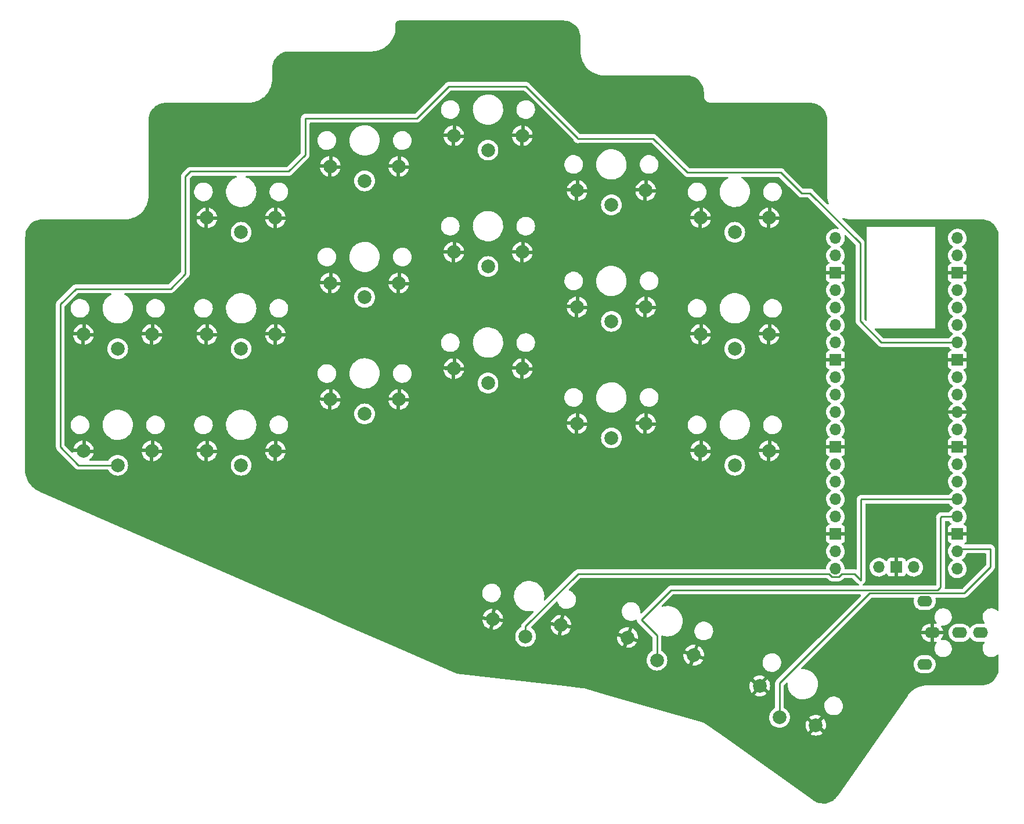
<source format=gbr>
%TF.GenerationSoftware,KiCad,Pcbnew,6.0.7-1.fc36*%
%TF.CreationDate,2022-09-26T09:29:46-04:00*%
%TF.ProjectId,junk,6a756e6b-2e6b-4696-9361-645f70636258,v1.0.0*%
%TF.SameCoordinates,Original*%
%TF.FileFunction,Copper,L2,Bot*%
%TF.FilePolarity,Positive*%
%FSLAX46Y46*%
G04 Gerber Fmt 4.6, Leading zero omitted, Abs format (unit mm)*
G04 Created by KiCad (PCBNEW 6.0.7-1.fc36) date 2022-09-26 09:29:46*
%MOMM*%
%LPD*%
G01*
G04 APERTURE LIST*
%TA.AperFunction,ComponentPad*%
%ADD10C,2.000000*%
%TD*%
%TA.AperFunction,ComponentPad*%
%ADD11O,2.200000X1.600000*%
%TD*%
%TA.AperFunction,ComponentPad*%
%ADD12O,1.700000X1.700000*%
%TD*%
%TA.AperFunction,ComponentPad*%
%ADD13R,1.700000X1.700000*%
%TD*%
%TA.AperFunction,Conductor*%
%ADD14C,0.250000*%
%TD*%
G04 APERTURE END LIST*
D10*
%TO.P,S3,1,1*%
%TO.N,/S3*%
X178470000Y-165830000D03*
%TO.P,S3,2,2*%
%TO.N,GND*%
X173470000Y-163730000D03*
X183470000Y-163730000D03*
%TD*%
D11*
%TO.P,U2,1,SLEEVE*%
%TO.N,VBUS*%
X278160000Y-194860000D03*
X278160000Y-185660000D03*
%TO.P,U2,2,TIP*%
%TO.N,GND*%
X279260000Y-190260000D03*
%TO.P,U2,3,RING1*%
%TO.N,/TX*%
X283260000Y-190260000D03*
%TO.P,U2,4,RING2*%
%TO.N,/RX*%
X286260000Y-190260000D03*
%TD*%
D10*
%TO.P,S13,1,1*%
%TO.N,/S13*%
X232470000Y-144830000D03*
%TO.P,S13,2,2*%
%TO.N,GND*%
X227470000Y-142730000D03*
X237470000Y-142730000D03*
%TD*%
%TO.P,S10,1,1*%
%TO.N,/S10*%
X214470000Y-136830000D03*
%TO.P,S10,2,2*%
%TO.N,GND*%
X209470000Y-134730000D03*
X219470000Y-134730000D03*
%TD*%
%TO.P,S17,1,1*%
%TO.N,/S17*%
X250470000Y-131830000D03*
%TO.P,S17,2,2*%
%TO.N,GND*%
X255470000Y-129730000D03*
X245470000Y-129730000D03*
%TD*%
%TO.P,S8,1,1*%
%TO.N,/S8*%
X196470000Y-124330000D03*
%TO.P,S8,2,2*%
%TO.N,GND*%
X191470000Y-122230000D03*
X201470000Y-122230000D03*
%TD*%
%TO.P,S11,1,1*%
%TO.N,/S11*%
X214470000Y-119830000D03*
%TO.P,S11,2,2*%
%TO.N,GND*%
X209470000Y-117730000D03*
X219470000Y-117730000D03*
%TD*%
%TO.P,S5,1,1*%
%TO.N,/S5*%
X178470000Y-131830000D03*
%TO.P,S5,2,2*%
%TO.N,GND*%
X173470000Y-129730000D03*
X183470000Y-129730000D03*
%TD*%
%TO.P,S2,1,1*%
%TO.N,/S2*%
X160470000Y-148830000D03*
%TO.P,S2,2,2*%
%TO.N,GND*%
X165470000Y-146730000D03*
X155470000Y-146730000D03*
%TD*%
%TO.P,S19,1,1*%
%TO.N,/S19*%
X239112948Y-194273974D03*
%TO.P,S19,2,2*%
%TO.N,GND*%
X234826838Y-190951435D03*
X244486097Y-193539625D03*
%TD*%
%TO.P,S6,1,1*%
%TO.N,/S6*%
X196470000Y-158330000D03*
%TO.P,S6,2,2*%
%TO.N,GND*%
X201470000Y-156230000D03*
X191470000Y-156230000D03*
%TD*%
%TO.P,S16,1,1*%
%TO.N,/S16*%
X250470000Y-148830000D03*
%TO.P,S16,2,2*%
%TO.N,GND*%
X245470000Y-146730000D03*
X255470000Y-146730000D03*
%TD*%
%TO.P,S20,1,1*%
%TO.N,/S20*%
X256995202Y-202612607D03*
%TO.P,S20,2,2*%
%TO.N,GND*%
X262295473Y-203760270D03*
X254103952Y-198024506D03*
%TD*%
%TO.P,S14,1,1*%
%TO.N,/S14*%
X232470000Y-127830000D03*
%TO.P,S14,2,2*%
%TO.N,GND*%
X227470000Y-125730000D03*
X237470000Y-125730000D03*
%TD*%
%TO.P,S7,1,1*%
%TO.N,/S7*%
X196470000Y-141330000D03*
%TO.P,S7,2,2*%
%TO.N,GND*%
X201470000Y-139230000D03*
X191470000Y-139230000D03*
%TD*%
%TO.P,S4,1,1*%
%TO.N,/S4*%
X178470000Y-148830000D03*
%TO.P,S4,2,2*%
%TO.N,GND*%
X183470000Y-146730000D03*
X173470000Y-146730000D03*
%TD*%
D12*
%TO.P,U1,1,GPIO0*%
%TO.N,/S17*%
X265150000Y-132670000D03*
%TO.P,U1,2,GPIO1*%
%TO.N,/S14*%
X265150000Y-135210000D03*
D13*
%TO.P,U1,3,GND*%
%TO.N,GND*%
X265150000Y-137750000D03*
D12*
%TO.P,U1,4,GPIO2*%
%TO.N,/S11*%
X265150000Y-140290000D03*
%TO.P,U1,5,GPIO3*%
%TO.N,/S8*%
X265150000Y-142830000D03*
%TO.P,U1,6,GPIO4*%
%TO.N,/S5*%
X265150000Y-145370000D03*
%TO.P,U1,7,GPIO5*%
%TO.N,/S16*%
X265150000Y-147910000D03*
D13*
%TO.P,U1,8,GND*%
%TO.N,GND*%
X265150000Y-150450000D03*
D12*
%TO.P,U1,9,GPIO6*%
%TO.N,/S13*%
X265150000Y-152990000D03*
%TO.P,U1,10,GPIO7*%
%TO.N,/S10*%
X265150000Y-155530000D03*
%TO.P,U1,11,GPIO8*%
%TO.N,/S7*%
X265150000Y-158070000D03*
%TO.P,U1,12,GPIO9*%
%TO.N,/S4*%
X265150000Y-160610000D03*
D13*
%TO.P,U1,13,GND*%
%TO.N,GND*%
X265150000Y-163150000D03*
D12*
%TO.P,U1,14,GPIO10*%
%TO.N,/S2*%
X265150000Y-165690000D03*
%TO.P,U1,15,GPIO11*%
%TO.N,/S15*%
X265150000Y-168230000D03*
%TO.P,U1,16,GPIO12*%
%TO.N,/S12*%
X265150000Y-170770000D03*
%TO.P,U1,17,GPIO13*%
%TO.N,/S9*%
X265150000Y-173310000D03*
D13*
%TO.P,U1,18,GND*%
%TO.N,GND*%
X265150000Y-175850000D03*
D12*
%TO.P,U1,19,GPIO14*%
%TO.N,/S6*%
X265150000Y-178390000D03*
%TO.P,U1,20,GPIO15*%
%TO.N,/S3*%
X265150000Y-180930000D03*
%TO.P,U1,21,GPIO16*%
%TO.N,unconnected-(U1-Pad21)*%
X282930000Y-180930000D03*
%TO.P,U1,22,GPIO17*%
%TO.N,/S20*%
X282930000Y-178390000D03*
D13*
%TO.P,U1,23,GND*%
%TO.N,GND*%
X282930000Y-175850000D03*
D12*
%TO.P,U1,24,GPIO18*%
%TO.N,/S19*%
X282930000Y-173310000D03*
%TO.P,U1,25,GPIO19*%
%TO.N,/S18*%
X282930000Y-170770000D03*
%TO.P,U1,26,GPIO20*%
%TO.N,/TX*%
X282930000Y-168230000D03*
%TO.P,U1,27,GPIO21*%
%TO.N,/RX*%
X282930000Y-165690000D03*
D13*
%TO.P,U1,28,GND*%
%TO.N,GND*%
X282930000Y-163150000D03*
D12*
%TO.P,U1,29,GPIO22*%
%TO.N,unconnected-(U1-Pad29)*%
X282930000Y-160610000D03*
%TO.P,U1,30,RUN*%
%TO.N,GND*%
X282930000Y-158070000D03*
%TO.P,U1,31,GPIO26_ADC0*%
%TO.N,unconnected-(U1-Pad31)*%
X282930000Y-155530000D03*
%TO.P,U1,32,GPIO27_ADC1*%
%TO.N,unconnected-(U1-Pad32)*%
X282930000Y-152990000D03*
D13*
%TO.P,U1,33,AGND*%
%TO.N,GND*%
X282930000Y-150450000D03*
D12*
%TO.P,U1,34,GPIO28_ADC2*%
%TO.N,/S1*%
X282930000Y-147910000D03*
%TO.P,U1,35,ADC_VREF*%
%TO.N,unconnected-(U1-Pad35)*%
X282930000Y-145370000D03*
%TO.P,U1,36,3V3*%
%TO.N,unconnected-(U1-Pad36)*%
X282930000Y-142830000D03*
%TO.P,U1,37,3V3_EN*%
%TO.N,unconnected-(U1-Pad37)*%
X282930000Y-140290000D03*
D13*
%TO.P,U1,38,GND*%
%TO.N,GND*%
X282930000Y-137750000D03*
D12*
%TO.P,U1,39,VSYS*%
%TO.N,VBUS*%
X282930000Y-135210000D03*
%TO.P,U1,40,VBUS*%
X282930000Y-132670000D03*
%TO.P,U1,41,SWCLK*%
%TO.N,unconnected-(U1-Pad41)*%
X271500000Y-180700000D03*
D13*
%TO.P,U1,42,GND*%
%TO.N,GND*%
X274040000Y-180700000D03*
D12*
%TO.P,U1,43,SWDIO*%
%TO.N,unconnected-(U1-Pad43)*%
X276580000Y-180700000D03*
%TD*%
D10*
%TO.P,S9,1,1*%
%TO.N,/S9*%
X214470000Y-153830000D03*
%TO.P,S9,2,2*%
%TO.N,GND*%
X209470000Y-151730000D03*
X219470000Y-151730000D03*
%TD*%
%TO.P,S15,1,1*%
%TO.N,/S15*%
X250470000Y-165830000D03*
%TO.P,S15,2,2*%
%TO.N,GND*%
X255470000Y-163730000D03*
X245470000Y-163730000D03*
%TD*%
%TO.P,S18,1,1*%
%TO.N,/S18*%
X219955781Y-190807549D03*
%TO.P,S18,2,2*%
%TO.N,GND*%
X215157835Y-188279761D03*
X225119782Y-189151319D03*
%TD*%
%TO.P,S12,1,1*%
%TO.N,/S12*%
X232470000Y-161830000D03*
%TO.P,S12,2,2*%
%TO.N,GND*%
X237470000Y-159730000D03*
X227470000Y-159730000D03*
%TD*%
%TO.P,S1,1,1*%
%TO.N,/S1*%
X160470000Y-165830000D03*
%TO.P,S1,2,2*%
%TO.N,GND*%
X155470000Y-163730000D03*
X165470000Y-163730000D03*
%TD*%
D14*
%TO.N,/S1*%
X227560000Y-118190000D02*
X227613987Y-118136013D01*
X243530000Y-123100000D02*
X257170000Y-123100000D01*
X152100000Y-142335175D02*
X154355175Y-140080000D01*
X227560000Y-118055175D02*
X227560000Y-118190000D01*
X238566013Y-118136013D02*
X243530000Y-123100000D01*
X220044825Y-110540000D02*
X227560000Y-118055175D01*
X260180000Y-126110000D02*
X261440000Y-126110000D01*
X208720000Y-110540000D02*
X220044825Y-110540000D01*
X171060000Y-122960000D02*
X185380000Y-122960000D01*
X257170000Y-123100000D02*
X260180000Y-126110000D01*
X204080000Y-115180000D02*
X208720000Y-110540000D01*
X170330000Y-123690000D02*
X171060000Y-122960000D01*
X187830000Y-120510000D02*
X187830000Y-115180000D01*
X268740000Y-133410000D02*
X268740000Y-144800000D01*
X187830000Y-115180000D02*
X204080000Y-115180000D01*
X170330000Y-137900000D02*
X170330000Y-123690000D01*
X168150000Y-140080000D02*
X170330000Y-137900000D01*
X185380000Y-122960000D02*
X187830000Y-120510000D01*
X268740000Y-144800000D02*
X271850000Y-147910000D01*
X154355175Y-140080000D02*
X168150000Y-140080000D01*
X227613987Y-118136013D02*
X238566013Y-118136013D01*
X271850000Y-147910000D02*
X282930000Y-147910000D01*
X261440000Y-126110000D02*
X268740000Y-133410000D01*
X160470000Y-165830000D02*
X154760000Y-165830000D01*
X154760000Y-165830000D02*
X152100000Y-163170000D01*
X152100000Y-163170000D02*
X152100000Y-142335175D01*
%TO.N,/S18*%
X219955781Y-190807549D02*
X219955781Y-189304219D01*
X227600000Y-181660000D02*
X264218299Y-181660000D01*
X268870000Y-170870000D02*
X268970000Y-170770000D01*
X219955781Y-189304219D02*
X227600000Y-181660000D01*
X265636701Y-182105000D02*
X266081701Y-181660000D01*
X264218299Y-181660000D02*
X264663299Y-182105000D01*
X268970000Y-170770000D02*
X282930000Y-170770000D01*
X268870000Y-182600000D02*
X268870000Y-170870000D01*
X267930000Y-181660000D02*
X268870000Y-182600000D01*
X264663299Y-182105000D02*
X265636701Y-182105000D01*
X266081701Y-181660000D02*
X267930000Y-181660000D01*
%TO.N,/S19*%
X280590000Y-173310000D02*
X282930000Y-173310000D01*
X236819481Y-188371046D02*
X236819481Y-188370519D01*
X239112948Y-190664513D02*
X236819481Y-188371046D01*
X280460000Y-173440000D02*
X280590000Y-173310000D01*
X241160000Y-184030000D02*
X280030000Y-184030000D01*
X280030000Y-184030000D02*
X280460000Y-183600000D01*
X280460000Y-183600000D02*
X280460000Y-173440000D01*
X239112948Y-194273974D02*
X239112948Y-190664513D01*
X236819481Y-188370519D02*
X241160000Y-184030000D01*
%TO.N,/S20*%
X270140000Y-184480000D02*
X283943490Y-184480000D01*
X283300000Y-178020000D02*
X282930000Y-178390000D01*
X283943490Y-184480000D02*
X287750000Y-180673490D01*
X256995202Y-197624798D02*
X270140000Y-184480000D01*
X287750000Y-180673490D02*
X287750000Y-178020000D01*
X287750000Y-178020000D02*
X283300000Y-178020000D01*
X256995202Y-202612607D02*
X256995202Y-197624798D01*
%TD*%
%TA.AperFunction,Conductor*%
%TO.N,GND*%
G36*
X225440018Y-100940000D02*
G01*
X225454851Y-100942310D01*
X225454855Y-100942310D01*
X225463724Y-100943691D01*
X225480923Y-100941442D01*
X225504863Y-100940609D01*
X225762710Y-100956206D01*
X225777814Y-100958040D01*
X225849786Y-100971229D01*
X226058760Y-101009525D01*
X226073526Y-101013164D01*
X226346231Y-101098142D01*
X226360445Y-101103534D01*
X226607603Y-101214770D01*
X226620906Y-101220757D01*
X226634379Y-101227828D01*
X226878813Y-101375595D01*
X226891334Y-101384238D01*
X227116171Y-101560385D01*
X227127560Y-101570475D01*
X227329525Y-101772440D01*
X227339615Y-101783829D01*
X227515762Y-102008666D01*
X227524405Y-102021187D01*
X227672172Y-102265621D01*
X227679242Y-102279092D01*
X227796466Y-102539555D01*
X227801858Y-102553769D01*
X227821967Y-102618303D01*
X227886836Y-102826473D01*
X227890477Y-102841246D01*
X227941960Y-103122186D01*
X227943794Y-103137290D01*
X227958953Y-103387904D01*
X227957692Y-103414716D01*
X227957690Y-103414852D01*
X227956309Y-103423724D01*
X227957473Y-103432626D01*
X227957473Y-103432628D01*
X227960436Y-103455283D01*
X227961500Y-103471621D01*
X227961500Y-105380633D01*
X227960000Y-105400018D01*
X227957690Y-105414851D01*
X227957690Y-105414855D01*
X227956309Y-105423724D01*
X227957353Y-105431707D01*
X227957458Y-105433852D01*
X227957444Y-105435034D01*
X227957603Y-105436804D01*
X227972023Y-105730317D01*
X227974184Y-105774308D01*
X227974638Y-105777368D01*
X228011557Y-106026255D01*
X228024765Y-106115300D01*
X228108526Y-106449692D01*
X228224660Y-106774264D01*
X228258273Y-106845333D01*
X228370289Y-107082170D01*
X228372048Y-107085890D01*
X228373631Y-107088531D01*
X228547682Y-107378919D01*
X228547688Y-107378928D01*
X228549271Y-107381569D01*
X228551114Y-107384054D01*
X228733285Y-107629683D01*
X228754622Y-107658453D01*
X228986124Y-107913876D01*
X229241547Y-108145378D01*
X229244033Y-108147222D01*
X229244037Y-108147225D01*
X229493243Y-108332048D01*
X229518431Y-108350729D01*
X229521072Y-108352312D01*
X229521081Y-108352318D01*
X229782943Y-108509271D01*
X229814110Y-108527952D01*
X230125736Y-108675340D01*
X230235522Y-108714622D01*
X230447403Y-108790435D01*
X230447411Y-108790437D01*
X230450308Y-108791474D01*
X230615989Y-108832975D01*
X230781697Y-108874483D01*
X230781701Y-108874484D01*
X230784700Y-108875235D01*
X230787762Y-108875689D01*
X230787766Y-108875690D01*
X231016452Y-108909612D01*
X231125692Y-108925816D01*
X231128778Y-108925968D01*
X231128782Y-108925968D01*
X231437766Y-108941148D01*
X231452480Y-108942741D01*
X231452641Y-108942768D01*
X231452648Y-108942769D01*
X231457448Y-108943576D01*
X231463914Y-108943655D01*
X231465140Y-108943670D01*
X231465143Y-108943670D01*
X231470000Y-108943729D01*
X231497624Y-108939773D01*
X231515486Y-108938500D01*
X243420633Y-108938500D01*
X243440018Y-108940000D01*
X243454851Y-108942310D01*
X243454855Y-108942310D01*
X243463724Y-108943691D01*
X243480923Y-108941442D01*
X243504863Y-108940609D01*
X243762710Y-108956206D01*
X243777814Y-108958040D01*
X243849786Y-108971229D01*
X244058760Y-109009525D01*
X244073526Y-109013164D01*
X244346231Y-109098142D01*
X244360445Y-109103534D01*
X244578223Y-109201547D01*
X244620906Y-109220757D01*
X244634379Y-109227828D01*
X244878813Y-109375595D01*
X244891334Y-109384238D01*
X245116171Y-109560385D01*
X245127560Y-109570475D01*
X245329525Y-109772440D01*
X245339615Y-109783829D01*
X245515762Y-110008666D01*
X245524405Y-110021187D01*
X245672172Y-110265621D01*
X245679242Y-110279092D01*
X245796466Y-110539555D01*
X245801859Y-110553773D01*
X245886836Y-110826473D01*
X245890477Y-110841246D01*
X245941960Y-111122186D01*
X245943794Y-111137290D01*
X245958953Y-111387904D01*
X245957692Y-111414716D01*
X245957690Y-111414852D01*
X245956309Y-111423724D01*
X245957473Y-111432626D01*
X245957473Y-111432628D01*
X245960436Y-111455283D01*
X245961500Y-111471621D01*
X245961500Y-111880633D01*
X245960000Y-111900018D01*
X245957690Y-111914851D01*
X245957690Y-111914855D01*
X245956309Y-111923724D01*
X245958345Y-111939290D01*
X245958929Y-111944644D01*
X245961835Y-111977853D01*
X245973028Y-112105793D01*
X245974452Y-112111107D01*
X245974452Y-112111108D01*
X245995208Y-112188569D01*
X246018700Y-112276245D01*
X246021022Y-112281226D01*
X246021023Y-112281227D01*
X246090951Y-112431189D01*
X246090954Y-112431194D01*
X246093277Y-112436176D01*
X246096434Y-112440684D01*
X246188830Y-112572639D01*
X246194493Y-112580727D01*
X246319273Y-112705507D01*
X246323781Y-112708664D01*
X246323784Y-112708666D01*
X246363525Y-112736493D01*
X246463824Y-112806723D01*
X246468806Y-112809046D01*
X246468811Y-112809049D01*
X246611724Y-112875690D01*
X246623755Y-112881300D01*
X246629063Y-112882722D01*
X246629065Y-112882723D01*
X246788892Y-112925548D01*
X246788893Y-112925548D01*
X246794207Y-112926972D01*
X246923712Y-112938302D01*
X246933626Y-112939568D01*
X246942416Y-112941047D01*
X246952656Y-112942770D01*
X246952658Y-112942770D01*
X246957448Y-112943576D01*
X246963724Y-112943652D01*
X246965140Y-112943670D01*
X246965143Y-112943670D01*
X246970000Y-112943729D01*
X246997624Y-112939773D01*
X247015486Y-112938500D01*
X261420633Y-112938500D01*
X261440018Y-112940000D01*
X261454851Y-112942310D01*
X261454855Y-112942310D01*
X261463724Y-112943691D01*
X261480923Y-112941442D01*
X261504863Y-112940609D01*
X261762710Y-112956206D01*
X261777814Y-112958040D01*
X261849786Y-112971229D01*
X262058760Y-113009525D01*
X262073526Y-113013164D01*
X262346231Y-113098142D01*
X262360445Y-113103534D01*
X262600431Y-113211542D01*
X262620906Y-113220757D01*
X262634379Y-113227828D01*
X262878813Y-113375595D01*
X262891334Y-113384238D01*
X263116171Y-113560385D01*
X263127560Y-113570475D01*
X263329525Y-113772440D01*
X263339615Y-113783829D01*
X263515762Y-114008666D01*
X263524405Y-114021187D01*
X263672172Y-114265621D01*
X263679242Y-114279092D01*
X263796466Y-114539555D01*
X263801858Y-114553769D01*
X263885546Y-114822333D01*
X263886836Y-114826473D01*
X263890475Y-114841240D01*
X263927920Y-115045571D01*
X263941960Y-115122186D01*
X263943794Y-115137290D01*
X263958953Y-115387904D01*
X263957692Y-115414716D01*
X263957690Y-115414852D01*
X263956309Y-115423724D01*
X263957473Y-115432626D01*
X263957473Y-115432628D01*
X263960436Y-115455283D01*
X263961500Y-115471621D01*
X263961500Y-126380633D01*
X263960000Y-126400018D01*
X263957690Y-126414851D01*
X263957690Y-126414855D01*
X263956309Y-126423724D01*
X263957353Y-126431707D01*
X263957458Y-126433852D01*
X263957444Y-126435034D01*
X263957603Y-126436804D01*
X263973653Y-126763502D01*
X263974184Y-126774308D01*
X263974638Y-126777368D01*
X264021491Y-127093225D01*
X264024765Y-127115300D01*
X264025516Y-127118299D01*
X264025517Y-127118303D01*
X264037884Y-127167675D01*
X264108526Y-127449692D01*
X264109566Y-127452599D01*
X264109571Y-127452615D01*
X264160707Y-127595530D01*
X264164824Y-127666407D01*
X264129968Y-127728258D01*
X264067206Y-127761446D01*
X263996464Y-127755434D01*
X263952978Y-127727073D01*
X261943652Y-125717747D01*
X261936112Y-125709461D01*
X261932000Y-125702982D01*
X261915452Y-125687442D01*
X261882349Y-125656357D01*
X261879507Y-125653602D01*
X261859770Y-125633865D01*
X261856573Y-125631385D01*
X261847551Y-125623680D01*
X261821100Y-125598841D01*
X261815321Y-125593414D01*
X261808375Y-125589595D01*
X261808372Y-125589593D01*
X261797566Y-125583652D01*
X261781047Y-125572801D01*
X261780583Y-125572441D01*
X261765041Y-125560386D01*
X261757772Y-125557241D01*
X261757768Y-125557238D01*
X261724463Y-125542826D01*
X261713813Y-125537609D01*
X261675060Y-125516305D01*
X261655437Y-125511267D01*
X261636734Y-125504863D01*
X261625420Y-125499967D01*
X261625419Y-125499967D01*
X261618145Y-125496819D01*
X261610322Y-125495580D01*
X261610312Y-125495577D01*
X261574476Y-125489901D01*
X261562856Y-125487495D01*
X261527711Y-125478472D01*
X261527710Y-125478472D01*
X261520030Y-125476500D01*
X261499776Y-125476500D01*
X261480065Y-125474949D01*
X261467886Y-125473020D01*
X261460057Y-125471780D01*
X261452165Y-125472526D01*
X261416039Y-125475941D01*
X261404181Y-125476500D01*
X260494594Y-125476500D01*
X260426473Y-125456498D01*
X260405499Y-125439595D01*
X259054381Y-124088476D01*
X257673652Y-122707747D01*
X257666112Y-122699461D01*
X257662000Y-122692982D01*
X257612348Y-122646356D01*
X257609507Y-122643602D01*
X257589770Y-122623865D01*
X257586573Y-122621385D01*
X257577551Y-122613680D01*
X257551100Y-122588841D01*
X257545321Y-122583414D01*
X257538375Y-122579595D01*
X257538372Y-122579593D01*
X257527566Y-122573652D01*
X257511047Y-122562801D01*
X257510583Y-122562441D01*
X257495041Y-122550386D01*
X257487772Y-122547241D01*
X257487768Y-122547238D01*
X257454463Y-122532826D01*
X257443813Y-122527609D01*
X257405060Y-122506305D01*
X257393396Y-122503310D01*
X257385438Y-122501267D01*
X257366734Y-122494863D01*
X257355420Y-122489967D01*
X257355419Y-122489967D01*
X257348145Y-122486819D01*
X257340322Y-122485580D01*
X257340312Y-122485577D01*
X257304476Y-122479901D01*
X257292856Y-122477495D01*
X257257711Y-122468472D01*
X257257710Y-122468472D01*
X257250030Y-122466500D01*
X257229776Y-122466500D01*
X257210065Y-122464949D01*
X257197886Y-122463020D01*
X257190057Y-122461780D01*
X257150916Y-122465480D01*
X257146039Y-122465941D01*
X257134181Y-122466500D01*
X243844594Y-122466500D01*
X243776473Y-122446498D01*
X243755499Y-122429595D01*
X239069665Y-117743760D01*
X239062125Y-117735474D01*
X239058013Y-117728995D01*
X239008361Y-117682369D01*
X239005520Y-117679615D01*
X238985783Y-117659878D01*
X238982586Y-117657398D01*
X238973564Y-117649693D01*
X238947113Y-117624854D01*
X238941334Y-117619427D01*
X238934388Y-117615608D01*
X238934385Y-117615606D01*
X238923579Y-117609665D01*
X238907060Y-117598814D01*
X238906596Y-117598454D01*
X238891054Y-117586399D01*
X238883785Y-117583254D01*
X238883781Y-117583251D01*
X238850476Y-117568839D01*
X238839826Y-117563622D01*
X238801073Y-117542318D01*
X238781450Y-117537280D01*
X238762747Y-117530876D01*
X238751433Y-117525980D01*
X238751432Y-117525980D01*
X238744158Y-117522832D01*
X238736335Y-117521593D01*
X238736325Y-117521590D01*
X238700489Y-117515914D01*
X238688869Y-117513508D01*
X238653724Y-117504485D01*
X238653723Y-117504485D01*
X238646043Y-117502513D01*
X238625789Y-117502513D01*
X238606078Y-117500962D01*
X238593899Y-117499033D01*
X238586070Y-117497793D01*
X238578178Y-117498539D01*
X238542052Y-117501954D01*
X238530194Y-117502513D01*
X227955433Y-117502513D01*
X227887312Y-117482511D01*
X227866338Y-117465608D01*
X220548477Y-110147747D01*
X220540937Y-110139461D01*
X220536825Y-110132982D01*
X220487173Y-110086356D01*
X220484332Y-110083602D01*
X220464595Y-110063865D01*
X220461398Y-110061385D01*
X220452376Y-110053680D01*
X220438947Y-110041069D01*
X220420146Y-110023414D01*
X220413200Y-110019595D01*
X220413197Y-110019593D01*
X220402391Y-110013652D01*
X220385872Y-110002801D01*
X220385408Y-110002441D01*
X220369866Y-109990386D01*
X220362597Y-109987241D01*
X220362593Y-109987238D01*
X220329288Y-109972826D01*
X220318638Y-109967609D01*
X220279885Y-109946305D01*
X220260262Y-109941267D01*
X220241559Y-109934863D01*
X220230245Y-109929967D01*
X220230244Y-109929967D01*
X220222970Y-109926819D01*
X220215147Y-109925580D01*
X220215137Y-109925577D01*
X220179301Y-109919901D01*
X220167681Y-109917495D01*
X220132536Y-109908472D01*
X220132535Y-109908472D01*
X220124855Y-109906500D01*
X220104601Y-109906500D01*
X220084890Y-109904949D01*
X220072711Y-109903020D01*
X220064882Y-109901780D01*
X220035611Y-109904547D01*
X220020864Y-109905941D01*
X220009006Y-109906500D01*
X208798767Y-109906500D01*
X208787584Y-109905973D01*
X208780091Y-109904298D01*
X208772165Y-109904547D01*
X208772164Y-109904547D01*
X208712001Y-109906438D01*
X208708043Y-109906500D01*
X208680144Y-109906500D01*
X208676154Y-109907004D01*
X208664320Y-109907936D01*
X208620111Y-109909326D01*
X208612497Y-109911538D01*
X208612492Y-109911539D01*
X208600659Y-109914977D01*
X208581296Y-109918988D01*
X208561203Y-109921526D01*
X208553836Y-109924443D01*
X208553831Y-109924444D01*
X208520092Y-109937802D01*
X208508865Y-109941646D01*
X208466407Y-109953982D01*
X208459581Y-109958019D01*
X208448972Y-109964293D01*
X208431224Y-109972988D01*
X208412383Y-109980448D01*
X208405967Y-109985110D01*
X208405966Y-109985110D01*
X208376613Y-110006436D01*
X208366693Y-110012952D01*
X208335465Y-110031420D01*
X208335462Y-110031422D01*
X208328638Y-110035458D01*
X208314317Y-110049779D01*
X208299284Y-110062619D01*
X208282893Y-110074528D01*
X208274217Y-110085016D01*
X208254702Y-110108605D01*
X208246712Y-110117384D01*
X203854500Y-114509595D01*
X203792188Y-114543621D01*
X203765405Y-114546500D01*
X187901793Y-114546500D01*
X187878184Y-114544268D01*
X187877881Y-114544210D01*
X187877877Y-114544210D01*
X187870094Y-114542725D01*
X187814049Y-114546251D01*
X187806138Y-114546500D01*
X187790144Y-114546500D01*
X187774270Y-114548506D01*
X187766410Y-114549248D01*
X187740647Y-114550869D01*
X187718263Y-114552277D01*
X187718262Y-114552277D01*
X187710350Y-114552775D01*
X187702809Y-114555225D01*
X187702513Y-114555321D01*
X187679369Y-114560494D01*
X187679065Y-114560532D01*
X187679060Y-114560533D01*
X187671203Y-114561526D01*
X187663838Y-114564442D01*
X187663834Y-114564443D01*
X187618989Y-114582199D01*
X187611570Y-114584871D01*
X187558125Y-114602236D01*
X187551429Y-114606486D01*
X187551428Y-114606486D01*
X187551169Y-114606650D01*
X187530042Y-114617415D01*
X187529754Y-114617529D01*
X187529749Y-114617532D01*
X187522383Y-114620448D01*
X187515975Y-114625104D01*
X187515969Y-114625107D01*
X187476948Y-114653458D01*
X187470411Y-114657901D01*
X187422982Y-114688000D01*
X187417556Y-114693778D01*
X187417555Y-114693779D01*
X187417341Y-114694007D01*
X187399554Y-114709688D01*
X187399309Y-114709866D01*
X187399307Y-114709868D01*
X187392893Y-114714528D01*
X187387839Y-114720637D01*
X187387838Y-114720638D01*
X187357097Y-114757796D01*
X187351866Y-114763730D01*
X187318842Y-114798898D01*
X187318840Y-114798901D01*
X187313414Y-114804679D01*
X187309445Y-114811899D01*
X187296119Y-114831506D01*
X187295920Y-114831746D01*
X187295916Y-114831753D01*
X187290867Y-114837856D01*
X187287493Y-114845027D01*
X187266953Y-114888676D01*
X187263371Y-114895708D01*
X187236305Y-114944940D01*
X187234335Y-114952615D01*
X187234332Y-114952621D01*
X187234256Y-114952919D01*
X187226224Y-114975228D01*
X187226094Y-114975503D01*
X187226091Y-114975511D01*
X187222717Y-114982682D01*
X187218256Y-115006070D01*
X187212195Y-115037843D01*
X187210471Y-115045558D01*
X187196500Y-115099970D01*
X187196500Y-115108207D01*
X187194268Y-115131816D01*
X187192725Y-115139906D01*
X187193223Y-115147817D01*
X187196251Y-115195951D01*
X187196500Y-115203862D01*
X187196500Y-120195405D01*
X187176498Y-120263526D01*
X187159595Y-120284500D01*
X185154500Y-122289595D01*
X185092188Y-122323621D01*
X185065405Y-122326500D01*
X171138767Y-122326500D01*
X171127584Y-122325973D01*
X171120091Y-122324298D01*
X171112165Y-122324547D01*
X171112164Y-122324547D01*
X171052001Y-122326438D01*
X171048043Y-122326500D01*
X171020144Y-122326500D01*
X171016154Y-122327004D01*
X171004320Y-122327936D01*
X170960111Y-122329326D01*
X170952497Y-122331538D01*
X170952492Y-122331539D01*
X170940659Y-122334977D01*
X170921296Y-122338988D01*
X170901203Y-122341526D01*
X170893836Y-122344443D01*
X170893831Y-122344444D01*
X170860092Y-122357802D01*
X170848865Y-122361646D01*
X170806407Y-122373982D01*
X170799581Y-122378019D01*
X170788972Y-122384293D01*
X170771224Y-122392988D01*
X170752383Y-122400448D01*
X170745967Y-122405110D01*
X170745966Y-122405110D01*
X170716613Y-122426436D01*
X170706693Y-122432952D01*
X170675465Y-122451420D01*
X170675462Y-122451422D01*
X170668638Y-122455458D01*
X170654317Y-122469779D01*
X170639284Y-122482619D01*
X170622893Y-122494528D01*
X170609356Y-122510892D01*
X170594712Y-122528593D01*
X170586722Y-122537374D01*
X169937742Y-123186353D01*
X169929463Y-123193887D01*
X169922982Y-123198000D01*
X169904818Y-123217343D01*
X169876357Y-123247651D01*
X169873602Y-123250493D01*
X169853865Y-123270230D01*
X169851385Y-123273427D01*
X169843682Y-123282447D01*
X169813414Y-123314679D01*
X169809595Y-123321625D01*
X169809593Y-123321628D01*
X169803652Y-123332434D01*
X169792801Y-123348953D01*
X169780386Y-123364959D01*
X169777241Y-123372228D01*
X169777238Y-123372232D01*
X169762826Y-123405537D01*
X169757609Y-123416187D01*
X169736305Y-123454940D01*
X169734334Y-123462615D01*
X169734334Y-123462616D01*
X169731267Y-123474562D01*
X169724863Y-123493266D01*
X169716819Y-123511855D01*
X169715580Y-123519678D01*
X169715577Y-123519688D01*
X169709901Y-123555524D01*
X169707495Y-123567144D01*
X169700713Y-123593562D01*
X169696500Y-123609970D01*
X169696500Y-123630224D01*
X169694949Y-123649934D01*
X169691780Y-123669943D01*
X169692526Y-123677835D01*
X169695941Y-123713961D01*
X169696500Y-123725819D01*
X169696500Y-137585406D01*
X169676498Y-137653527D01*
X169659595Y-137674501D01*
X167924500Y-139409595D01*
X167862188Y-139443621D01*
X167835405Y-139446500D01*
X154433942Y-139446500D01*
X154422759Y-139445973D01*
X154415266Y-139444298D01*
X154407340Y-139444547D01*
X154407339Y-139444547D01*
X154347189Y-139446438D01*
X154343230Y-139446500D01*
X154315319Y-139446500D01*
X154311385Y-139446997D01*
X154311384Y-139446997D01*
X154311319Y-139447005D01*
X154299482Y-139447938D01*
X154267224Y-139448952D01*
X154263205Y-139449078D01*
X154255286Y-139449327D01*
X154235832Y-139454979D01*
X154216475Y-139458987D01*
X154204245Y-139460532D01*
X154204244Y-139460532D01*
X154196378Y-139461526D01*
X154189007Y-139464445D01*
X154189005Y-139464445D01*
X154155263Y-139477804D01*
X154144033Y-139481649D01*
X154109192Y-139491771D01*
X154109191Y-139491771D01*
X154101582Y-139493982D01*
X154094763Y-139498015D01*
X154094758Y-139498017D01*
X154084147Y-139504293D01*
X154066399Y-139512988D01*
X154047558Y-139520448D01*
X154041142Y-139525110D01*
X154041141Y-139525110D01*
X154011788Y-139546436D01*
X154001868Y-139552952D01*
X153970640Y-139571420D01*
X153970637Y-139571422D01*
X153963813Y-139575458D01*
X153949492Y-139589779D01*
X153934459Y-139602619D01*
X153918068Y-139614528D01*
X153913017Y-139620634D01*
X153889877Y-139648605D01*
X153881887Y-139657384D01*
X151707747Y-141831523D01*
X151699461Y-141839063D01*
X151692982Y-141843175D01*
X151687557Y-141848952D01*
X151646357Y-141892826D01*
X151643602Y-141895668D01*
X151623865Y-141915405D01*
X151621385Y-141918602D01*
X151613682Y-141927622D01*
X151583414Y-141959854D01*
X151579595Y-141966800D01*
X151579593Y-141966803D01*
X151573652Y-141977609D01*
X151562801Y-141994128D01*
X151550386Y-142010134D01*
X151547241Y-142017403D01*
X151547238Y-142017407D01*
X151532826Y-142050712D01*
X151527609Y-142061362D01*
X151506305Y-142100115D01*
X151504334Y-142107790D01*
X151504334Y-142107791D01*
X151501267Y-142119737D01*
X151494863Y-142138441D01*
X151486819Y-142157030D01*
X151485580Y-142164853D01*
X151485577Y-142164863D01*
X151479901Y-142200699D01*
X151477495Y-142212319D01*
X151466500Y-142255145D01*
X151466500Y-142275399D01*
X151464949Y-142295109D01*
X151461780Y-142315118D01*
X151462526Y-142323010D01*
X151465941Y-142359136D01*
X151466500Y-142370994D01*
X151466500Y-163091233D01*
X151465973Y-163102416D01*
X151464298Y-163109909D01*
X151464547Y-163117835D01*
X151464547Y-163117836D01*
X151466438Y-163177986D01*
X151466500Y-163181945D01*
X151466500Y-163209856D01*
X151466997Y-163213790D01*
X151466997Y-163213791D01*
X151467005Y-163213856D01*
X151467938Y-163225693D01*
X151469327Y-163269889D01*
X151474978Y-163289339D01*
X151478987Y-163308700D01*
X151481526Y-163328797D01*
X151484445Y-163336168D01*
X151484445Y-163336170D01*
X151497804Y-163369912D01*
X151501649Y-163381142D01*
X151513982Y-163423593D01*
X151518015Y-163430412D01*
X151518017Y-163430417D01*
X151524293Y-163441028D01*
X151532988Y-163458776D01*
X151540448Y-163477617D01*
X151545110Y-163484033D01*
X151545110Y-163484034D01*
X151566436Y-163513387D01*
X151572952Y-163523307D01*
X151595458Y-163561362D01*
X151609779Y-163575683D01*
X151622619Y-163590716D01*
X151634528Y-163607107D01*
X151640634Y-163612158D01*
X151668605Y-163635298D01*
X151677384Y-163643288D01*
X154256348Y-166222253D01*
X154263888Y-166230539D01*
X154268000Y-166237018D01*
X154273777Y-166242443D01*
X154317651Y-166283643D01*
X154320493Y-166286398D01*
X154340230Y-166306135D01*
X154343427Y-166308615D01*
X154352447Y-166316318D01*
X154384679Y-166346586D01*
X154391625Y-166350405D01*
X154391628Y-166350407D01*
X154402434Y-166356348D01*
X154418953Y-166367199D01*
X154434959Y-166379614D01*
X154442228Y-166382759D01*
X154442232Y-166382762D01*
X154475537Y-166397174D01*
X154486187Y-166402391D01*
X154524940Y-166423695D01*
X154532615Y-166425666D01*
X154532616Y-166425666D01*
X154544562Y-166428733D01*
X154563267Y-166435137D01*
X154581855Y-166443181D01*
X154589678Y-166444420D01*
X154589688Y-166444423D01*
X154625524Y-166450099D01*
X154637144Y-166452505D01*
X154672289Y-166461528D01*
X154679970Y-166463500D01*
X154700224Y-166463500D01*
X154719934Y-166465051D01*
X154739943Y-166468220D01*
X154747835Y-166467474D01*
X154783961Y-166464059D01*
X154795819Y-166463500D01*
X159018434Y-166463500D01*
X159086555Y-166483502D01*
X159125867Y-166523665D01*
X159243241Y-166715202D01*
X159243245Y-166715208D01*
X159245824Y-166719416D01*
X159400031Y-166899969D01*
X159580584Y-167054176D01*
X159584792Y-167056755D01*
X159584798Y-167056759D01*
X159778817Y-167175654D01*
X159783037Y-167178240D01*
X159787607Y-167180133D01*
X159787611Y-167180135D01*
X159915363Y-167233051D01*
X160002406Y-167269105D01*
X160082609Y-167288360D01*
X160228476Y-167323380D01*
X160228482Y-167323381D01*
X160233289Y-167324535D01*
X160470000Y-167343165D01*
X160706711Y-167324535D01*
X160711518Y-167323381D01*
X160711524Y-167323380D01*
X160857391Y-167288360D01*
X160937594Y-167269105D01*
X161024637Y-167233051D01*
X161152389Y-167180135D01*
X161152393Y-167180133D01*
X161156963Y-167178240D01*
X161161183Y-167175654D01*
X161355202Y-167056759D01*
X161355208Y-167056755D01*
X161359416Y-167054176D01*
X161539969Y-166899969D01*
X161694176Y-166719416D01*
X161696755Y-166715208D01*
X161696759Y-166715202D01*
X161815654Y-166521183D01*
X161818240Y-166516963D01*
X161838944Y-166466980D01*
X161907211Y-166302167D01*
X161907212Y-166302165D01*
X161909105Y-166297594D01*
X161964535Y-166066711D01*
X161983165Y-165830000D01*
X176956835Y-165830000D01*
X176975465Y-166066711D01*
X177030895Y-166297594D01*
X177032788Y-166302165D01*
X177032789Y-166302167D01*
X177101057Y-166466980D01*
X177121760Y-166516963D01*
X177124346Y-166521183D01*
X177243241Y-166715202D01*
X177243245Y-166715208D01*
X177245824Y-166719416D01*
X177400031Y-166899969D01*
X177580584Y-167054176D01*
X177584792Y-167056755D01*
X177584798Y-167056759D01*
X177778817Y-167175654D01*
X177783037Y-167178240D01*
X177787607Y-167180133D01*
X177787611Y-167180135D01*
X177915363Y-167233051D01*
X178002406Y-167269105D01*
X178082609Y-167288360D01*
X178228476Y-167323380D01*
X178228482Y-167323381D01*
X178233289Y-167324535D01*
X178470000Y-167343165D01*
X178706711Y-167324535D01*
X178711518Y-167323381D01*
X178711524Y-167323380D01*
X178857391Y-167288360D01*
X178937594Y-167269105D01*
X179024637Y-167233051D01*
X179152389Y-167180135D01*
X179152393Y-167180133D01*
X179156963Y-167178240D01*
X179161183Y-167175654D01*
X179355202Y-167056759D01*
X179355208Y-167056755D01*
X179359416Y-167054176D01*
X179539969Y-166899969D01*
X179694176Y-166719416D01*
X179696755Y-166715208D01*
X179696759Y-166715202D01*
X179815654Y-166521183D01*
X179818240Y-166516963D01*
X179838944Y-166466980D01*
X179907211Y-166302167D01*
X179907212Y-166302165D01*
X179909105Y-166297594D01*
X179964535Y-166066711D01*
X179983165Y-165830000D01*
X248956835Y-165830000D01*
X248975465Y-166066711D01*
X249030895Y-166297594D01*
X249032788Y-166302165D01*
X249032789Y-166302167D01*
X249101057Y-166466980D01*
X249121760Y-166516963D01*
X249124346Y-166521183D01*
X249243241Y-166715202D01*
X249243245Y-166715208D01*
X249245824Y-166719416D01*
X249400031Y-166899969D01*
X249580584Y-167054176D01*
X249584792Y-167056755D01*
X249584798Y-167056759D01*
X249778817Y-167175654D01*
X249783037Y-167178240D01*
X249787607Y-167180133D01*
X249787611Y-167180135D01*
X249915363Y-167233051D01*
X250002406Y-167269105D01*
X250082609Y-167288360D01*
X250228476Y-167323380D01*
X250228482Y-167323381D01*
X250233289Y-167324535D01*
X250470000Y-167343165D01*
X250706711Y-167324535D01*
X250711518Y-167323381D01*
X250711524Y-167323380D01*
X250857391Y-167288360D01*
X250937594Y-167269105D01*
X251024637Y-167233051D01*
X251152389Y-167180135D01*
X251152393Y-167180133D01*
X251156963Y-167178240D01*
X251161183Y-167175654D01*
X251355202Y-167056759D01*
X251355208Y-167056755D01*
X251359416Y-167054176D01*
X251539969Y-166899969D01*
X251694176Y-166719416D01*
X251696755Y-166715208D01*
X251696759Y-166715202D01*
X251815654Y-166521183D01*
X251818240Y-166516963D01*
X251838944Y-166466980D01*
X251907211Y-166302167D01*
X251907212Y-166302165D01*
X251909105Y-166297594D01*
X251964535Y-166066711D01*
X251983165Y-165830000D01*
X251964535Y-165593289D01*
X251935542Y-165472522D01*
X251910260Y-165367218D01*
X251909105Y-165362406D01*
X251862836Y-165250702D01*
X251846368Y-165210944D01*
X255644167Y-165210944D01*
X255647452Y-165224879D01*
X255660920Y-165227637D01*
X255701700Y-165224428D01*
X255711444Y-165222885D01*
X255932627Y-165169783D01*
X255942012Y-165166734D01*
X256152163Y-165079687D01*
X256160958Y-165075205D01*
X256354899Y-164956357D01*
X256362883Y-164950557D01*
X256535858Y-164802822D01*
X256542822Y-164795858D01*
X256690557Y-164622883D01*
X256696357Y-164614899D01*
X256815205Y-164420958D01*
X256819687Y-164412163D01*
X256906734Y-164202012D01*
X256909783Y-164192627D01*
X256936430Y-164081635D01*
X256935767Y-164068393D01*
X256921328Y-164062973D01*
X255727981Y-163998344D01*
X255712521Y-164001988D01*
X255711244Y-164003310D01*
X255709159Y-164010892D01*
X255644167Y-165210944D01*
X251846368Y-165210944D01*
X251820135Y-165147611D01*
X251820133Y-165147607D01*
X251818240Y-165143037D01*
X251814133Y-165136335D01*
X251696759Y-164944798D01*
X251696755Y-164944792D01*
X251694176Y-164940584D01*
X251539969Y-164760031D01*
X251359416Y-164605824D01*
X251355208Y-164603245D01*
X251355202Y-164603241D01*
X251161183Y-164484346D01*
X251156963Y-164481760D01*
X251152393Y-164479867D01*
X251152389Y-164479865D01*
X250942167Y-164392789D01*
X250942165Y-164392788D01*
X250937594Y-164390895D01*
X250857391Y-164371640D01*
X250711524Y-164336620D01*
X250711518Y-164336619D01*
X250706711Y-164335465D01*
X250470000Y-164316835D01*
X250233289Y-164335465D01*
X250228482Y-164336619D01*
X250228476Y-164336620D01*
X250082609Y-164371640D01*
X250002406Y-164390895D01*
X249997835Y-164392788D01*
X249997833Y-164392789D01*
X249787611Y-164479865D01*
X249787607Y-164479867D01*
X249783037Y-164481760D01*
X249778817Y-164484346D01*
X249584798Y-164603241D01*
X249584792Y-164603245D01*
X249580584Y-164605824D01*
X249400031Y-164760031D01*
X249245824Y-164940584D01*
X249243245Y-164944792D01*
X249243241Y-164944798D01*
X249125867Y-165136335D01*
X249121760Y-165143037D01*
X249119867Y-165147607D01*
X249119865Y-165147611D01*
X249077164Y-165250702D01*
X249030895Y-165362406D01*
X249029740Y-165367218D01*
X249004459Y-165472522D01*
X248975465Y-165593289D01*
X248956835Y-165830000D01*
X179983165Y-165830000D01*
X179964535Y-165593289D01*
X179935542Y-165472522D01*
X179910260Y-165367218D01*
X179909105Y-165362406D01*
X179862836Y-165250702D01*
X179846368Y-165210944D01*
X183644167Y-165210944D01*
X183647452Y-165224879D01*
X183660920Y-165227637D01*
X183701700Y-165224428D01*
X183711444Y-165222885D01*
X183761181Y-165210944D01*
X245644167Y-165210944D01*
X245647452Y-165224879D01*
X245660920Y-165227637D01*
X245701700Y-165224428D01*
X245711444Y-165222885D01*
X245932627Y-165169783D01*
X245942012Y-165166734D01*
X246152163Y-165079687D01*
X246160958Y-165075205D01*
X246354899Y-164956357D01*
X246362883Y-164950557D01*
X246535858Y-164802822D01*
X246542822Y-164795858D01*
X246690557Y-164622883D01*
X246696357Y-164614899D01*
X246815205Y-164420958D01*
X246819687Y-164412163D01*
X246906734Y-164202012D01*
X246909783Y-164192627D01*
X246936430Y-164081635D01*
X246935767Y-164068393D01*
X246921328Y-164062973D01*
X245727981Y-163998344D01*
X245712521Y-164001988D01*
X245711244Y-164003310D01*
X245709159Y-164010892D01*
X245644167Y-165210944D01*
X183761181Y-165210944D01*
X183932627Y-165169783D01*
X183942012Y-165166734D01*
X184152163Y-165079687D01*
X184160958Y-165075205D01*
X184354899Y-164956357D01*
X184362883Y-164950557D01*
X184535858Y-164802822D01*
X184542822Y-164795858D01*
X184690557Y-164622883D01*
X184696357Y-164614899D01*
X184815205Y-164420958D01*
X184819687Y-164412163D01*
X184906734Y-164202012D01*
X184909783Y-164192627D01*
X184936430Y-164081635D01*
X184935767Y-164068393D01*
X184921328Y-164062973D01*
X183727981Y-163998344D01*
X183712521Y-164001988D01*
X183711244Y-164003310D01*
X183709159Y-164010892D01*
X183644167Y-165210944D01*
X179846368Y-165210944D01*
X179820135Y-165147611D01*
X179820133Y-165147607D01*
X179818240Y-165143037D01*
X179814133Y-165136335D01*
X179696759Y-164944798D01*
X179696755Y-164944792D01*
X179694176Y-164940584D01*
X179539969Y-164760031D01*
X179359416Y-164605824D01*
X179355208Y-164603245D01*
X179355202Y-164603241D01*
X179161183Y-164484346D01*
X179156963Y-164481760D01*
X179152393Y-164479867D01*
X179152389Y-164479865D01*
X178942167Y-164392789D01*
X178942165Y-164392788D01*
X178937594Y-164390895D01*
X178857391Y-164371640D01*
X178711524Y-164336620D01*
X178711518Y-164336619D01*
X178706711Y-164335465D01*
X178470000Y-164316835D01*
X178233289Y-164335465D01*
X178228482Y-164336619D01*
X178228476Y-164336620D01*
X178082609Y-164371640D01*
X178002406Y-164390895D01*
X177997835Y-164392788D01*
X177997833Y-164392789D01*
X177787611Y-164479865D01*
X177787607Y-164479867D01*
X177783037Y-164481760D01*
X177778817Y-164484346D01*
X177584798Y-164603241D01*
X177584792Y-164603245D01*
X177580584Y-164605824D01*
X177400031Y-164760031D01*
X177245824Y-164940584D01*
X177243245Y-164944792D01*
X177243241Y-164944798D01*
X177125867Y-165136335D01*
X177121760Y-165143037D01*
X177119867Y-165147607D01*
X177119865Y-165147611D01*
X177077164Y-165250702D01*
X177030895Y-165362406D01*
X177029740Y-165367218D01*
X177004459Y-165472522D01*
X176975465Y-165593289D01*
X176956835Y-165830000D01*
X161983165Y-165830000D01*
X161964535Y-165593289D01*
X161935542Y-165472522D01*
X161910260Y-165367218D01*
X161909105Y-165362406D01*
X161862836Y-165250702D01*
X161846368Y-165210944D01*
X165644167Y-165210944D01*
X165647452Y-165224879D01*
X165660920Y-165227637D01*
X165701700Y-165224428D01*
X165711444Y-165222885D01*
X165761181Y-165210944D01*
X173644167Y-165210944D01*
X173647452Y-165224879D01*
X173660920Y-165227637D01*
X173701700Y-165224428D01*
X173711444Y-165222885D01*
X173932627Y-165169783D01*
X173942012Y-165166734D01*
X174152163Y-165079687D01*
X174160958Y-165075205D01*
X174354899Y-164956357D01*
X174362883Y-164950557D01*
X174535858Y-164802822D01*
X174542822Y-164795858D01*
X174690557Y-164622883D01*
X174696357Y-164614899D01*
X174815205Y-164420958D01*
X174819687Y-164412163D01*
X174906734Y-164202012D01*
X174909783Y-164192627D01*
X174936430Y-164081635D01*
X174935767Y-164068393D01*
X174921328Y-164062973D01*
X173727981Y-163998344D01*
X173712521Y-164001988D01*
X173711244Y-164003310D01*
X173709159Y-164010892D01*
X173644167Y-165210944D01*
X165761181Y-165210944D01*
X165932627Y-165169783D01*
X165942012Y-165166734D01*
X166152163Y-165079687D01*
X166160958Y-165075205D01*
X166354899Y-164956357D01*
X166362883Y-164950557D01*
X166535858Y-164802822D01*
X166542822Y-164795858D01*
X166690557Y-164622883D01*
X166696357Y-164614899D01*
X166815205Y-164420958D01*
X166819687Y-164412163D01*
X166906734Y-164202012D01*
X166909783Y-164192627D01*
X166936430Y-164081635D01*
X166935767Y-164068393D01*
X166921328Y-164062973D01*
X165727981Y-163998344D01*
X165712521Y-164001988D01*
X165711244Y-164003310D01*
X165709159Y-164010892D01*
X165644167Y-165210944D01*
X161846368Y-165210944D01*
X161820135Y-165147611D01*
X161820133Y-165147607D01*
X161818240Y-165143037D01*
X161814133Y-165136335D01*
X161696759Y-164944798D01*
X161696755Y-164944792D01*
X161694176Y-164940584D01*
X161539969Y-164760031D01*
X161359416Y-164605824D01*
X161355208Y-164603245D01*
X161355202Y-164603241D01*
X161161183Y-164484346D01*
X161156963Y-164481760D01*
X161152393Y-164479867D01*
X161152389Y-164479865D01*
X160942167Y-164392789D01*
X160942165Y-164392788D01*
X160937594Y-164390895D01*
X160857391Y-164371640D01*
X160711524Y-164336620D01*
X160711518Y-164336619D01*
X160706711Y-164335465D01*
X160470000Y-164316835D01*
X160233289Y-164335465D01*
X160228482Y-164336619D01*
X160228476Y-164336620D01*
X160082609Y-164371640D01*
X160002406Y-164390895D01*
X159997835Y-164392788D01*
X159997833Y-164392789D01*
X159787611Y-164479865D01*
X159787607Y-164479867D01*
X159783037Y-164481760D01*
X159778817Y-164484346D01*
X159584798Y-164603241D01*
X159584792Y-164603245D01*
X159580584Y-164605824D01*
X159400031Y-164760031D01*
X159245824Y-164940584D01*
X159243245Y-164944792D01*
X159243241Y-164944798D01*
X159125867Y-165136335D01*
X159073219Y-165183966D01*
X159018434Y-165196500D01*
X156409783Y-165196500D01*
X156341662Y-165176498D01*
X156295169Y-165122842D01*
X156285065Y-165052568D01*
X156314559Y-164987988D01*
X156343948Y-164963067D01*
X156354908Y-164956351D01*
X156362883Y-164950557D01*
X156535858Y-164802822D01*
X156542822Y-164795858D01*
X156690557Y-164622883D01*
X156696357Y-164614899D01*
X156815205Y-164420958D01*
X156819687Y-164412163D01*
X156906734Y-164202012D01*
X156909783Y-164192627D01*
X156936430Y-164081635D01*
X156935767Y-164068393D01*
X156921328Y-164062973D01*
X155202636Y-163969892D01*
X154298392Y-163920920D01*
X163972363Y-163920920D01*
X163975572Y-163961700D01*
X163977115Y-163971444D01*
X164030217Y-164192627D01*
X164033266Y-164202012D01*
X164120313Y-164412163D01*
X164124795Y-164420958D01*
X164243643Y-164614899D01*
X164249443Y-164622883D01*
X164397178Y-164795858D01*
X164404142Y-164802822D01*
X164577117Y-164950557D01*
X164585101Y-164956357D01*
X164779042Y-165075205D01*
X164787837Y-165079687D01*
X164997988Y-165166734D01*
X165007373Y-165169783D01*
X165118365Y-165196430D01*
X165131607Y-165195767D01*
X165137027Y-165181328D01*
X165201656Y-163987981D01*
X165198012Y-163972521D01*
X165196690Y-163971244D01*
X165189108Y-163969159D01*
X164298394Y-163920920D01*
X171972363Y-163920920D01*
X171975572Y-163961700D01*
X171977115Y-163971444D01*
X172030217Y-164192627D01*
X172033266Y-164202012D01*
X172120313Y-164412163D01*
X172124795Y-164420958D01*
X172243643Y-164614899D01*
X172249443Y-164622883D01*
X172397178Y-164795858D01*
X172404142Y-164802822D01*
X172577117Y-164950557D01*
X172585101Y-164956357D01*
X172779042Y-165075205D01*
X172787837Y-165079687D01*
X172997988Y-165166734D01*
X173007373Y-165169783D01*
X173118365Y-165196430D01*
X173131607Y-165195767D01*
X173137027Y-165181328D01*
X173201656Y-163987981D01*
X173198012Y-163972521D01*
X173196690Y-163971244D01*
X173189108Y-163969159D01*
X172298394Y-163920920D01*
X181972363Y-163920920D01*
X181975572Y-163961700D01*
X181977115Y-163971444D01*
X182030217Y-164192627D01*
X182033266Y-164202012D01*
X182120313Y-164412163D01*
X182124795Y-164420958D01*
X182243643Y-164614899D01*
X182249443Y-164622883D01*
X182397178Y-164795858D01*
X182404142Y-164802822D01*
X182577117Y-164950557D01*
X182585101Y-164956357D01*
X182779042Y-165075205D01*
X182787837Y-165079687D01*
X182997988Y-165166734D01*
X183007373Y-165169783D01*
X183118365Y-165196430D01*
X183131607Y-165195767D01*
X183137027Y-165181328D01*
X183201656Y-163987981D01*
X183198012Y-163972521D01*
X183196690Y-163971244D01*
X183189108Y-163969159D01*
X182298394Y-163920920D01*
X243972363Y-163920920D01*
X243975572Y-163961700D01*
X243977115Y-163971444D01*
X244030217Y-164192627D01*
X244033266Y-164202012D01*
X244120313Y-164412163D01*
X244124795Y-164420958D01*
X244243643Y-164614899D01*
X244249443Y-164622883D01*
X244397178Y-164795858D01*
X244404142Y-164802822D01*
X244577117Y-164950557D01*
X244585101Y-164956357D01*
X244779042Y-165075205D01*
X244787837Y-165079687D01*
X244997988Y-165166734D01*
X245007373Y-165169783D01*
X245118365Y-165196430D01*
X245131607Y-165195767D01*
X245137027Y-165181328D01*
X245201656Y-163987981D01*
X245198012Y-163972521D01*
X245196690Y-163971244D01*
X245189108Y-163969159D01*
X244298394Y-163920920D01*
X253972363Y-163920920D01*
X253975572Y-163961700D01*
X253977115Y-163971444D01*
X254030217Y-164192627D01*
X254033266Y-164202012D01*
X254120313Y-164412163D01*
X254124795Y-164420958D01*
X254243643Y-164614899D01*
X254249443Y-164622883D01*
X254397178Y-164795858D01*
X254404142Y-164802822D01*
X254577117Y-164950557D01*
X254585101Y-164956357D01*
X254779042Y-165075205D01*
X254787837Y-165079687D01*
X254997988Y-165166734D01*
X255007373Y-165169783D01*
X255118365Y-165196430D01*
X255131607Y-165195767D01*
X255137027Y-165181328D01*
X255201656Y-163987981D01*
X255198012Y-163972521D01*
X255196690Y-163971244D01*
X255189108Y-163969159D01*
X253989056Y-163904167D01*
X253975121Y-163907452D01*
X253972363Y-163920920D01*
X244298394Y-163920920D01*
X243989056Y-163904167D01*
X243975121Y-163907452D01*
X243972363Y-163920920D01*
X182298394Y-163920920D01*
X181989056Y-163904167D01*
X181975121Y-163907452D01*
X181972363Y-163920920D01*
X172298394Y-163920920D01*
X171989056Y-163904167D01*
X171975121Y-163907452D01*
X171972363Y-163920920D01*
X164298394Y-163920920D01*
X163989056Y-163904167D01*
X163975121Y-163907452D01*
X163972363Y-163920920D01*
X154298392Y-163920920D01*
X153989056Y-163904167D01*
X153973596Y-163907811D01*
X153955834Y-163926199D01*
X153947734Y-163941472D01*
X153885840Y-163976253D01*
X153814968Y-163972050D01*
X153768467Y-163942563D01*
X153297924Y-163472019D01*
X155738344Y-163472019D01*
X155741988Y-163487479D01*
X155743310Y-163488756D01*
X155750892Y-163490841D01*
X156950944Y-163555833D01*
X156964879Y-163552548D01*
X156967637Y-163539080D01*
X156964428Y-163498300D01*
X156962885Y-163488556D01*
X156958915Y-163472019D01*
X165738344Y-163472019D01*
X165741988Y-163487479D01*
X165743310Y-163488756D01*
X165750892Y-163490841D01*
X166950944Y-163555833D01*
X166964879Y-163552548D01*
X166967637Y-163539080D01*
X166964428Y-163498300D01*
X166962885Y-163488556D01*
X166958915Y-163472019D01*
X173738344Y-163472019D01*
X173741988Y-163487479D01*
X173743310Y-163488756D01*
X173750892Y-163490841D01*
X174950944Y-163555833D01*
X174964879Y-163552548D01*
X174967637Y-163539080D01*
X174964428Y-163498300D01*
X174962885Y-163488556D01*
X174958915Y-163472019D01*
X183738344Y-163472019D01*
X183741988Y-163487479D01*
X183743310Y-163488756D01*
X183750892Y-163490841D01*
X184950944Y-163555833D01*
X184964879Y-163552548D01*
X184967637Y-163539080D01*
X184964428Y-163498300D01*
X184962885Y-163488556D01*
X184958915Y-163472019D01*
X245738344Y-163472019D01*
X245741988Y-163487479D01*
X245743310Y-163488756D01*
X245750892Y-163490841D01*
X246950944Y-163555833D01*
X246964879Y-163552548D01*
X246967637Y-163539080D01*
X246964428Y-163498300D01*
X246962885Y-163488556D01*
X246958915Y-163472019D01*
X255738344Y-163472019D01*
X255741988Y-163487479D01*
X255743310Y-163488756D01*
X255750892Y-163490841D01*
X256950944Y-163555833D01*
X256964879Y-163552548D01*
X256967637Y-163539080D01*
X256964428Y-163498300D01*
X256962885Y-163488556D01*
X256909783Y-163267373D01*
X256906734Y-163257988D01*
X256819687Y-163047837D01*
X256815205Y-163039042D01*
X256696357Y-162845101D01*
X256690557Y-162837117D01*
X256542822Y-162664142D01*
X256535858Y-162657178D01*
X256362883Y-162509443D01*
X256354899Y-162503643D01*
X256160958Y-162384795D01*
X256152163Y-162380313D01*
X255942012Y-162293266D01*
X255932627Y-162290217D01*
X255821635Y-162263570D01*
X255808393Y-162264233D01*
X255802973Y-162278672D01*
X255738344Y-163472019D01*
X246958915Y-163472019D01*
X246936430Y-163378365D01*
X254003570Y-163378365D01*
X254004233Y-163391607D01*
X254018672Y-163397027D01*
X255212019Y-163461656D01*
X255227479Y-163458012D01*
X255228756Y-163456690D01*
X255230841Y-163449108D01*
X255295833Y-162249056D01*
X255292548Y-162235121D01*
X255279080Y-162232363D01*
X255238300Y-162235572D01*
X255228556Y-162237115D01*
X255007373Y-162290217D01*
X254997988Y-162293266D01*
X254787837Y-162380313D01*
X254779042Y-162384795D01*
X254585101Y-162503643D01*
X254577117Y-162509443D01*
X254404142Y-162657178D01*
X254397178Y-162664142D01*
X254249443Y-162837117D01*
X254243643Y-162845101D01*
X254124795Y-163039042D01*
X254120313Y-163047837D01*
X254033266Y-163257988D01*
X254030217Y-163267373D01*
X254003570Y-163378365D01*
X246936430Y-163378365D01*
X246909783Y-163267373D01*
X246906734Y-163257988D01*
X246819687Y-163047837D01*
X246815205Y-163039042D01*
X246696357Y-162845101D01*
X246690557Y-162837117D01*
X246542822Y-162664142D01*
X246535858Y-162657178D01*
X246362883Y-162509443D01*
X246354899Y-162503643D01*
X246160958Y-162384795D01*
X246152163Y-162380313D01*
X245942012Y-162293266D01*
X245932627Y-162290217D01*
X245821635Y-162263570D01*
X245808393Y-162264233D01*
X245802973Y-162278672D01*
X245738344Y-163472019D01*
X184958915Y-163472019D01*
X184936430Y-163378365D01*
X244003570Y-163378365D01*
X244004233Y-163391607D01*
X244018672Y-163397027D01*
X245212019Y-163461656D01*
X245227479Y-163458012D01*
X245228756Y-163456690D01*
X245230841Y-163449108D01*
X245295833Y-162249056D01*
X245292548Y-162235121D01*
X245279080Y-162232363D01*
X245238300Y-162235572D01*
X245228556Y-162237115D01*
X245007373Y-162290217D01*
X244997988Y-162293266D01*
X244787837Y-162380313D01*
X244779042Y-162384795D01*
X244585101Y-162503643D01*
X244577117Y-162509443D01*
X244404142Y-162657178D01*
X244397178Y-162664142D01*
X244249443Y-162837117D01*
X244243643Y-162845101D01*
X244124795Y-163039042D01*
X244120313Y-163047837D01*
X244033266Y-163257988D01*
X244030217Y-163267373D01*
X244003570Y-163378365D01*
X184936430Y-163378365D01*
X184909783Y-163267373D01*
X184906734Y-163257988D01*
X184819687Y-163047837D01*
X184815205Y-163039042D01*
X184696357Y-162845101D01*
X184690557Y-162837117D01*
X184542822Y-162664142D01*
X184535858Y-162657178D01*
X184362883Y-162509443D01*
X184354899Y-162503643D01*
X184160958Y-162384795D01*
X184152163Y-162380313D01*
X183942012Y-162293266D01*
X183932627Y-162290217D01*
X183821635Y-162263570D01*
X183808393Y-162264233D01*
X183802973Y-162278672D01*
X183738344Y-163472019D01*
X174958915Y-163472019D01*
X174936430Y-163378365D01*
X182003570Y-163378365D01*
X182004233Y-163391607D01*
X182018672Y-163397027D01*
X183212019Y-163461656D01*
X183227479Y-163458012D01*
X183228756Y-163456690D01*
X183230841Y-163449108D01*
X183295833Y-162249056D01*
X183292548Y-162235121D01*
X183279080Y-162232363D01*
X183238300Y-162235572D01*
X183228556Y-162237115D01*
X183007373Y-162290217D01*
X182997988Y-162293266D01*
X182787837Y-162380313D01*
X182779042Y-162384795D01*
X182585101Y-162503643D01*
X182577117Y-162509443D01*
X182404142Y-162657178D01*
X182397178Y-162664142D01*
X182249443Y-162837117D01*
X182243643Y-162845101D01*
X182124795Y-163039042D01*
X182120313Y-163047837D01*
X182033266Y-163257988D01*
X182030217Y-163267373D01*
X182003570Y-163378365D01*
X174936430Y-163378365D01*
X174909783Y-163267373D01*
X174906734Y-163257988D01*
X174819687Y-163047837D01*
X174815205Y-163039042D01*
X174696357Y-162845101D01*
X174690557Y-162837117D01*
X174542822Y-162664142D01*
X174535858Y-162657178D01*
X174362883Y-162509443D01*
X174354899Y-162503643D01*
X174160958Y-162384795D01*
X174152163Y-162380313D01*
X173942012Y-162293266D01*
X173932627Y-162290217D01*
X173821635Y-162263570D01*
X173808393Y-162264233D01*
X173802973Y-162278672D01*
X173738344Y-163472019D01*
X166958915Y-163472019D01*
X166936430Y-163378365D01*
X172003570Y-163378365D01*
X172004233Y-163391607D01*
X172018672Y-163397027D01*
X173212019Y-163461656D01*
X173227479Y-163458012D01*
X173228756Y-163456690D01*
X173230841Y-163449108D01*
X173295833Y-162249056D01*
X173292548Y-162235121D01*
X173279080Y-162232363D01*
X173238300Y-162235572D01*
X173228556Y-162237115D01*
X173007373Y-162290217D01*
X172997988Y-162293266D01*
X172787837Y-162380313D01*
X172779042Y-162384795D01*
X172585101Y-162503643D01*
X172577117Y-162509443D01*
X172404142Y-162657178D01*
X172397178Y-162664142D01*
X172249443Y-162837117D01*
X172243643Y-162845101D01*
X172124795Y-163039042D01*
X172120313Y-163047837D01*
X172033266Y-163257988D01*
X172030217Y-163267373D01*
X172003570Y-163378365D01*
X166936430Y-163378365D01*
X166909783Y-163267373D01*
X166906734Y-163257988D01*
X166819687Y-163047837D01*
X166815205Y-163039042D01*
X166696357Y-162845101D01*
X166690557Y-162837117D01*
X166542822Y-162664142D01*
X166535858Y-162657178D01*
X166362883Y-162509443D01*
X166354899Y-162503643D01*
X166160958Y-162384795D01*
X166152163Y-162380313D01*
X165942012Y-162293266D01*
X165932627Y-162290217D01*
X165821635Y-162263570D01*
X165808393Y-162264233D01*
X165802973Y-162278672D01*
X165738344Y-163472019D01*
X156958915Y-163472019D01*
X156936430Y-163378365D01*
X164003570Y-163378365D01*
X164004233Y-163391607D01*
X164018672Y-163397027D01*
X165212019Y-163461656D01*
X165227479Y-163458012D01*
X165228756Y-163456690D01*
X165230841Y-163449108D01*
X165295833Y-162249056D01*
X165292548Y-162235121D01*
X165279080Y-162232363D01*
X165238300Y-162235572D01*
X165228556Y-162237115D01*
X165007373Y-162290217D01*
X164997988Y-162293266D01*
X164787837Y-162380313D01*
X164779042Y-162384795D01*
X164585101Y-162503643D01*
X164577117Y-162509443D01*
X164404142Y-162657178D01*
X164397178Y-162664142D01*
X164249443Y-162837117D01*
X164243643Y-162845101D01*
X164124795Y-163039042D01*
X164120313Y-163047837D01*
X164033266Y-163257988D01*
X164030217Y-163267373D01*
X164003570Y-163378365D01*
X156936430Y-163378365D01*
X156909783Y-163267373D01*
X156906734Y-163257988D01*
X156819687Y-163047837D01*
X156815205Y-163039042D01*
X156696357Y-162845101D01*
X156690557Y-162837117D01*
X156542822Y-162664142D01*
X156535858Y-162657178D01*
X156362883Y-162509443D01*
X156354899Y-162503643D01*
X156160958Y-162384795D01*
X156152163Y-162380313D01*
X155942012Y-162293266D01*
X155932627Y-162290217D01*
X155821635Y-162263570D01*
X155808393Y-162264233D01*
X155802973Y-162278672D01*
X155738344Y-163472019D01*
X153297924Y-163472019D01*
X153204270Y-163378365D01*
X154003570Y-163378365D01*
X154004233Y-163391607D01*
X154018672Y-163397027D01*
X155212019Y-163461656D01*
X155227479Y-163458012D01*
X155228756Y-163456690D01*
X155230841Y-163449108D01*
X155295833Y-162249056D01*
X155292548Y-162235121D01*
X155279080Y-162232363D01*
X155238300Y-162235572D01*
X155228556Y-162237115D01*
X155007373Y-162290217D01*
X154997988Y-162293266D01*
X154787837Y-162380313D01*
X154779042Y-162384795D01*
X154585101Y-162503643D01*
X154577117Y-162509443D01*
X154404142Y-162657178D01*
X154397178Y-162664142D01*
X154249443Y-162837117D01*
X154243643Y-162845101D01*
X154124795Y-163039042D01*
X154120313Y-163047837D01*
X154033266Y-163257988D01*
X154030217Y-163267373D01*
X154003570Y-163378365D01*
X153204270Y-163378365D01*
X152770405Y-162944500D01*
X152736379Y-162882188D01*
X152733500Y-162855405D01*
X152733500Y-159865774D01*
X153608102Y-159865774D01*
X153616751Y-160096158D01*
X153617846Y-160101377D01*
X153634518Y-160180835D01*
X153664093Y-160321791D01*
X153666051Y-160326750D01*
X153666052Y-160326752D01*
X153722411Y-160469460D01*
X153748776Y-160536221D01*
X153751543Y-160540780D01*
X153751544Y-160540783D01*
X153760139Y-160554947D01*
X153868377Y-160733317D01*
X153871874Y-160737347D01*
X154015640Y-160903023D01*
X154019477Y-160907445D01*
X154059893Y-160940584D01*
X154193627Y-161050240D01*
X154193633Y-161050244D01*
X154197755Y-161053624D01*
X154202391Y-161056263D01*
X154202394Y-161056265D01*
X154235667Y-161075205D01*
X154398114Y-161167675D01*
X154614825Y-161246337D01*
X154620074Y-161247286D01*
X154620077Y-161247287D01*
X154837608Y-161286623D01*
X154837615Y-161286624D01*
X154841692Y-161287361D01*
X154859414Y-161288197D01*
X154864356Y-161288430D01*
X154864363Y-161288430D01*
X154865844Y-161288500D01*
X155027890Y-161288500D01*
X155094809Y-161282822D01*
X155194409Y-161274371D01*
X155194413Y-161274370D01*
X155199720Y-161273920D01*
X155204875Y-161272582D01*
X155204881Y-161272581D01*
X155417703Y-161217343D01*
X155417707Y-161217342D01*
X155422872Y-161216001D01*
X155427738Y-161213809D01*
X155427741Y-161213808D01*
X155628202Y-161123507D01*
X155633075Y-161121312D01*
X155824319Y-160992559D01*
X155862269Y-160956357D01*
X155987278Y-160837103D01*
X155991135Y-160833424D01*
X156012457Y-160804767D01*
X156125568Y-160652740D01*
X156128754Y-160648458D01*
X156145817Y-160614899D01*
X156188342Y-160531256D01*
X156233240Y-160442949D01*
X156240069Y-160420958D01*
X156300024Y-160227871D01*
X156301607Y-160222773D01*
X156304359Y-160202012D01*
X156331198Y-159999511D01*
X156331198Y-159999506D01*
X156331898Y-159994226D01*
X156331227Y-159976355D01*
X158257042Y-159976355D01*
X158257405Y-159980503D01*
X158257405Y-159980507D01*
X158264620Y-160062973D01*
X158282613Y-160268625D01*
X158283523Y-160272697D01*
X158283524Y-160272702D01*
X158330254Y-160481760D01*
X158346613Y-160554947D01*
X158447919Y-160830288D01*
X158449866Y-160833981D01*
X158449867Y-160833983D01*
X158565671Y-161053624D01*
X158584751Y-161089813D01*
X158754705Y-161328961D01*
X158954794Y-161543531D01*
X159181504Y-161729752D01*
X159430851Y-161884354D01*
X159434668Y-161886070D01*
X159434671Y-161886071D01*
X159508009Y-161919030D01*
X159698456Y-162004620D01*
X159786405Y-162030839D01*
X159975618Y-162087247D01*
X159975626Y-162087249D01*
X159979615Y-162088438D01*
X159983731Y-162089090D01*
X159983736Y-162089091D01*
X160265922Y-162133784D01*
X160265927Y-162133784D01*
X160269390Y-162134333D01*
X160318486Y-162136563D01*
X160359732Y-162138436D01*
X160359751Y-162138436D01*
X160361151Y-162138500D01*
X160544420Y-162138500D01*
X160762742Y-162123999D01*
X161050341Y-162066009D01*
X161327744Y-161970492D01*
X161331486Y-161968618D01*
X161331491Y-161968616D01*
X161586333Y-161841000D01*
X161586335Y-161840999D01*
X161590077Y-161839125D01*
X161832732Y-161674217D01*
X161859303Y-161650460D01*
X162048328Y-161481452D01*
X162048329Y-161481451D01*
X162051445Y-161478665D01*
X162242373Y-161255905D01*
X162348019Y-161093225D01*
X162399884Y-161013360D01*
X162399887Y-161013355D01*
X162402163Y-161009850D01*
X162528007Y-160744823D01*
X162530408Y-160737347D01*
X162616416Y-160469460D01*
X162617694Y-160465480D01*
X162669649Y-160176730D01*
X162678220Y-159987981D01*
X162682769Y-159887815D01*
X162682769Y-159887810D01*
X162682958Y-159883645D01*
X162681395Y-159865774D01*
X164608102Y-159865774D01*
X164616751Y-160096158D01*
X164617846Y-160101377D01*
X164634518Y-160180835D01*
X164664093Y-160321791D01*
X164666051Y-160326750D01*
X164666052Y-160326752D01*
X164722411Y-160469460D01*
X164748776Y-160536221D01*
X164751543Y-160540780D01*
X164751544Y-160540783D01*
X164760139Y-160554947D01*
X164868377Y-160733317D01*
X164871874Y-160737347D01*
X165015640Y-160903023D01*
X165019477Y-160907445D01*
X165059893Y-160940584D01*
X165193627Y-161050240D01*
X165193633Y-161050244D01*
X165197755Y-161053624D01*
X165202391Y-161056263D01*
X165202394Y-161056265D01*
X165235667Y-161075205D01*
X165398114Y-161167675D01*
X165614825Y-161246337D01*
X165620074Y-161247286D01*
X165620077Y-161247287D01*
X165837608Y-161286623D01*
X165837615Y-161286624D01*
X165841692Y-161287361D01*
X165859414Y-161288197D01*
X165864356Y-161288430D01*
X165864363Y-161288430D01*
X165865844Y-161288500D01*
X166027890Y-161288500D01*
X166094809Y-161282822D01*
X166194409Y-161274371D01*
X166194413Y-161274370D01*
X166199720Y-161273920D01*
X166204875Y-161272582D01*
X166204881Y-161272581D01*
X166417703Y-161217343D01*
X166417707Y-161217342D01*
X166422872Y-161216001D01*
X166427738Y-161213809D01*
X166427741Y-161213808D01*
X166628202Y-161123507D01*
X166633075Y-161121312D01*
X166824319Y-160992559D01*
X166862269Y-160956357D01*
X166987278Y-160837103D01*
X166991135Y-160833424D01*
X167012457Y-160804767D01*
X167125568Y-160652740D01*
X167128754Y-160648458D01*
X167145817Y-160614899D01*
X167188342Y-160531256D01*
X167233240Y-160442949D01*
X167240069Y-160420958D01*
X167300024Y-160227871D01*
X167301607Y-160222773D01*
X167304359Y-160202012D01*
X167331198Y-159999511D01*
X167331198Y-159999506D01*
X167331898Y-159994226D01*
X167327076Y-159865774D01*
X171608102Y-159865774D01*
X171616751Y-160096158D01*
X171617846Y-160101377D01*
X171634518Y-160180835D01*
X171664093Y-160321791D01*
X171666051Y-160326750D01*
X171666052Y-160326752D01*
X171722411Y-160469460D01*
X171748776Y-160536221D01*
X171751543Y-160540780D01*
X171751544Y-160540783D01*
X171760139Y-160554947D01*
X171868377Y-160733317D01*
X171871874Y-160737347D01*
X172015640Y-160903023D01*
X172019477Y-160907445D01*
X172059893Y-160940584D01*
X172193627Y-161050240D01*
X172193633Y-161050244D01*
X172197755Y-161053624D01*
X172202391Y-161056263D01*
X172202394Y-161056265D01*
X172235667Y-161075205D01*
X172398114Y-161167675D01*
X172614825Y-161246337D01*
X172620074Y-161247286D01*
X172620077Y-161247287D01*
X172837608Y-161286623D01*
X172837615Y-161286624D01*
X172841692Y-161287361D01*
X172859414Y-161288197D01*
X172864356Y-161288430D01*
X172864363Y-161288430D01*
X172865844Y-161288500D01*
X173027890Y-161288500D01*
X173094809Y-161282822D01*
X173194409Y-161274371D01*
X173194413Y-161274370D01*
X173199720Y-161273920D01*
X173204875Y-161272582D01*
X173204881Y-161272581D01*
X173417703Y-161217343D01*
X173417707Y-161217342D01*
X173422872Y-161216001D01*
X173427738Y-161213809D01*
X173427741Y-161213808D01*
X173628202Y-161123507D01*
X173633075Y-161121312D01*
X173824319Y-160992559D01*
X173862269Y-160956357D01*
X173987278Y-160837103D01*
X173991135Y-160833424D01*
X174012457Y-160804767D01*
X174125568Y-160652740D01*
X174128754Y-160648458D01*
X174145817Y-160614899D01*
X174188342Y-160531256D01*
X174233240Y-160442949D01*
X174240069Y-160420958D01*
X174300024Y-160227871D01*
X174301607Y-160222773D01*
X174304359Y-160202012D01*
X174331198Y-159999511D01*
X174331198Y-159999506D01*
X174331898Y-159994226D01*
X174331227Y-159976355D01*
X176257042Y-159976355D01*
X176257405Y-159980503D01*
X176257405Y-159980507D01*
X176264620Y-160062973D01*
X176282613Y-160268625D01*
X176283523Y-160272697D01*
X176283524Y-160272702D01*
X176330254Y-160481760D01*
X176346613Y-160554947D01*
X176447919Y-160830288D01*
X176449866Y-160833981D01*
X176449867Y-160833983D01*
X176565671Y-161053624D01*
X176584751Y-161089813D01*
X176754705Y-161328961D01*
X176954794Y-161543531D01*
X177181504Y-161729752D01*
X177430851Y-161884354D01*
X177434668Y-161886070D01*
X177434671Y-161886071D01*
X177508009Y-161919030D01*
X177698456Y-162004620D01*
X177786405Y-162030839D01*
X177975618Y-162087247D01*
X177975626Y-162087249D01*
X177979615Y-162088438D01*
X177983731Y-162089090D01*
X177983736Y-162089091D01*
X178265922Y-162133784D01*
X178265927Y-162133784D01*
X178269390Y-162134333D01*
X178318486Y-162136563D01*
X178359732Y-162138436D01*
X178359751Y-162138436D01*
X178361151Y-162138500D01*
X178544420Y-162138500D01*
X178762742Y-162123999D01*
X179050341Y-162066009D01*
X179327744Y-161970492D01*
X179331486Y-161968618D01*
X179331491Y-161968616D01*
X179586333Y-161841000D01*
X179586335Y-161840999D01*
X179590077Y-161839125D01*
X179603504Y-161830000D01*
X230956835Y-161830000D01*
X230975465Y-162066711D01*
X230976619Y-162071518D01*
X230976620Y-162071524D01*
X230992700Y-162138500D01*
X231030895Y-162297594D01*
X231032788Y-162302165D01*
X231032789Y-162302167D01*
X231116243Y-162503643D01*
X231121760Y-162516963D01*
X231124346Y-162521183D01*
X231243241Y-162715202D01*
X231243245Y-162715208D01*
X231245824Y-162719416D01*
X231400031Y-162899969D01*
X231580584Y-163054176D01*
X231584792Y-163056755D01*
X231584798Y-163056759D01*
X231684467Y-163117836D01*
X231783037Y-163178240D01*
X231787607Y-163180133D01*
X231787611Y-163180135D01*
X231975567Y-163257988D01*
X232002406Y-163269105D01*
X232082609Y-163288360D01*
X232228476Y-163323380D01*
X232228482Y-163323381D01*
X232233289Y-163324535D01*
X232470000Y-163343165D01*
X232706711Y-163324535D01*
X232711518Y-163323381D01*
X232711524Y-163323380D01*
X232857391Y-163288360D01*
X232937594Y-163269105D01*
X232964433Y-163257988D01*
X233152389Y-163180135D01*
X233152393Y-163180133D01*
X233156963Y-163178240D01*
X233255533Y-163117836D01*
X233355202Y-163056759D01*
X233355208Y-163056755D01*
X233359416Y-163054176D01*
X233539969Y-162899969D01*
X233694176Y-162719416D01*
X233696755Y-162715208D01*
X233696759Y-162715202D01*
X233815654Y-162521183D01*
X233818240Y-162516963D01*
X233823758Y-162503643D01*
X233907211Y-162302167D01*
X233907212Y-162302165D01*
X233909105Y-162297594D01*
X233947300Y-162138500D01*
X233963380Y-162071524D01*
X233963381Y-162071518D01*
X233964535Y-162066711D01*
X233983165Y-161830000D01*
X233964535Y-161593289D01*
X233962291Y-161583938D01*
X233910260Y-161367218D01*
X233909105Y-161362406D01*
X233886337Y-161307438D01*
X233846368Y-161210944D01*
X237644167Y-161210944D01*
X237647452Y-161224879D01*
X237660920Y-161227637D01*
X237701700Y-161224428D01*
X237711444Y-161222885D01*
X237932627Y-161169783D01*
X237942012Y-161166734D01*
X238152163Y-161079687D01*
X238160958Y-161075205D01*
X238354899Y-160956357D01*
X238362883Y-160950557D01*
X238535858Y-160802822D01*
X238542822Y-160795858D01*
X238690557Y-160622883D01*
X238696357Y-160614899D01*
X238815205Y-160420958D01*
X238819687Y-160412163D01*
X238906734Y-160202012D01*
X238909783Y-160192627D01*
X238936430Y-160081635D01*
X238935767Y-160068393D01*
X238921328Y-160062973D01*
X237727981Y-159998344D01*
X237712521Y-160001988D01*
X237711244Y-160003310D01*
X237709159Y-160010892D01*
X237644167Y-161210944D01*
X233846368Y-161210944D01*
X233820135Y-161147611D01*
X233820133Y-161147607D01*
X233818240Y-161143037D01*
X233779419Y-161079687D01*
X233696759Y-160944798D01*
X233696755Y-160944792D01*
X233694176Y-160940584D01*
X233539969Y-160760031D01*
X233359416Y-160605824D01*
X233355208Y-160603245D01*
X233355202Y-160603241D01*
X233161183Y-160484346D01*
X233156963Y-160481760D01*
X233152393Y-160479867D01*
X233152389Y-160479865D01*
X232942167Y-160392789D01*
X232942165Y-160392788D01*
X232937594Y-160390895D01*
X232857391Y-160371640D01*
X232711524Y-160336620D01*
X232711518Y-160336619D01*
X232706711Y-160335465D01*
X232470000Y-160316835D01*
X232233289Y-160335465D01*
X232228482Y-160336619D01*
X232228476Y-160336620D01*
X232082609Y-160371640D01*
X232002406Y-160390895D01*
X231997835Y-160392788D01*
X231997833Y-160392789D01*
X231787611Y-160479865D01*
X231787607Y-160479867D01*
X231783037Y-160481760D01*
X231778817Y-160484346D01*
X231584798Y-160603241D01*
X231584792Y-160603245D01*
X231580584Y-160605824D01*
X231400031Y-160760031D01*
X231245824Y-160940584D01*
X231243245Y-160944792D01*
X231243241Y-160944798D01*
X231160581Y-161079687D01*
X231121760Y-161143037D01*
X231119867Y-161147607D01*
X231119865Y-161147611D01*
X231053663Y-161307438D01*
X231030895Y-161362406D01*
X231029740Y-161367218D01*
X230977710Y-161583938D01*
X230975465Y-161593289D01*
X230956835Y-161830000D01*
X179603504Y-161830000D01*
X179832732Y-161674217D01*
X179859303Y-161650460D01*
X180048328Y-161481452D01*
X180048329Y-161481451D01*
X180051445Y-161478665D01*
X180242373Y-161255905D01*
X180348019Y-161093225D01*
X180399884Y-161013360D01*
X180399887Y-161013355D01*
X180402163Y-161009850D01*
X180528007Y-160744823D01*
X180530408Y-160737347D01*
X180616416Y-160469460D01*
X180617694Y-160465480D01*
X180669649Y-160176730D01*
X180678220Y-159987981D01*
X180682769Y-159887815D01*
X180682769Y-159887810D01*
X180682958Y-159883645D01*
X180681395Y-159865774D01*
X182608102Y-159865774D01*
X182616751Y-160096158D01*
X182617846Y-160101377D01*
X182634518Y-160180835D01*
X182664093Y-160321791D01*
X182666051Y-160326750D01*
X182666052Y-160326752D01*
X182722411Y-160469460D01*
X182748776Y-160536221D01*
X182751543Y-160540780D01*
X182751544Y-160540783D01*
X182760139Y-160554947D01*
X182868377Y-160733317D01*
X182871874Y-160737347D01*
X183015640Y-160903023D01*
X183019477Y-160907445D01*
X183059893Y-160940584D01*
X183193627Y-161050240D01*
X183193633Y-161050244D01*
X183197755Y-161053624D01*
X183202391Y-161056263D01*
X183202394Y-161056265D01*
X183235667Y-161075205D01*
X183398114Y-161167675D01*
X183614825Y-161246337D01*
X183620074Y-161247286D01*
X183620077Y-161247287D01*
X183837608Y-161286623D01*
X183837615Y-161286624D01*
X183841692Y-161287361D01*
X183859414Y-161288197D01*
X183864356Y-161288430D01*
X183864363Y-161288430D01*
X183865844Y-161288500D01*
X184027890Y-161288500D01*
X184094809Y-161282822D01*
X184194409Y-161274371D01*
X184194413Y-161274370D01*
X184199720Y-161273920D01*
X184204875Y-161272582D01*
X184204881Y-161272581D01*
X184417703Y-161217343D01*
X184417707Y-161217342D01*
X184422872Y-161216001D01*
X184427738Y-161213809D01*
X184427741Y-161213808D01*
X184434099Y-161210944D01*
X227644167Y-161210944D01*
X227647452Y-161224879D01*
X227660920Y-161227637D01*
X227701700Y-161224428D01*
X227711444Y-161222885D01*
X227932627Y-161169783D01*
X227942012Y-161166734D01*
X228152163Y-161079687D01*
X228160958Y-161075205D01*
X228354899Y-160956357D01*
X228362883Y-160950557D01*
X228535858Y-160802822D01*
X228542822Y-160795858D01*
X228690557Y-160622883D01*
X228696357Y-160614899D01*
X228815205Y-160420958D01*
X228819687Y-160412163D01*
X228906734Y-160202012D01*
X228909783Y-160192627D01*
X228936430Y-160081635D01*
X228935767Y-160068393D01*
X228921328Y-160062973D01*
X227727981Y-159998344D01*
X227712521Y-160001988D01*
X227711244Y-160003310D01*
X227709159Y-160010892D01*
X227644167Y-161210944D01*
X184434099Y-161210944D01*
X184628202Y-161123507D01*
X184633075Y-161121312D01*
X184824319Y-160992559D01*
X184862269Y-160956357D01*
X184987278Y-160837103D01*
X184991135Y-160833424D01*
X185012457Y-160804767D01*
X185125568Y-160652740D01*
X185128754Y-160648458D01*
X185145817Y-160614899D01*
X185188342Y-160531256D01*
X185233240Y-160442949D01*
X185240069Y-160420958D01*
X185300024Y-160227871D01*
X185301607Y-160222773D01*
X185304359Y-160202012D01*
X185331198Y-159999511D01*
X185331198Y-159999506D01*
X185331898Y-159994226D01*
X185329146Y-159920920D01*
X225972363Y-159920920D01*
X225975572Y-159961700D01*
X225977115Y-159971444D01*
X226030217Y-160192627D01*
X226033266Y-160202012D01*
X226120313Y-160412163D01*
X226124795Y-160420958D01*
X226243643Y-160614899D01*
X226249443Y-160622883D01*
X226397178Y-160795858D01*
X226404142Y-160802822D01*
X226577117Y-160950557D01*
X226585101Y-160956357D01*
X226779042Y-161075205D01*
X226787837Y-161079687D01*
X226997988Y-161166734D01*
X227007373Y-161169783D01*
X227118365Y-161196430D01*
X227131607Y-161195767D01*
X227137027Y-161181328D01*
X227201656Y-159987981D01*
X227198012Y-159972521D01*
X227196690Y-159971244D01*
X227189108Y-159969159D01*
X226298394Y-159920920D01*
X235972363Y-159920920D01*
X235975572Y-159961700D01*
X235977115Y-159971444D01*
X236030217Y-160192627D01*
X236033266Y-160202012D01*
X236120313Y-160412163D01*
X236124795Y-160420958D01*
X236243643Y-160614899D01*
X236249443Y-160622883D01*
X236397178Y-160795858D01*
X236404142Y-160802822D01*
X236577117Y-160950557D01*
X236585101Y-160956357D01*
X236779042Y-161075205D01*
X236787837Y-161079687D01*
X236997988Y-161166734D01*
X237007373Y-161169783D01*
X237118365Y-161196430D01*
X237131607Y-161195767D01*
X237137027Y-161181328D01*
X237201656Y-159987981D01*
X237198012Y-159972521D01*
X237196690Y-159971244D01*
X237189108Y-159969159D01*
X235989056Y-159904167D01*
X235975121Y-159907452D01*
X235972363Y-159920920D01*
X226298394Y-159920920D01*
X225989056Y-159904167D01*
X225975121Y-159907452D01*
X225972363Y-159920920D01*
X185329146Y-159920920D01*
X185327076Y-159865774D01*
X243608102Y-159865774D01*
X243616751Y-160096158D01*
X243617846Y-160101377D01*
X243634518Y-160180835D01*
X243664093Y-160321791D01*
X243666051Y-160326750D01*
X243666052Y-160326752D01*
X243722411Y-160469460D01*
X243748776Y-160536221D01*
X243751543Y-160540780D01*
X243751544Y-160540783D01*
X243760139Y-160554947D01*
X243868377Y-160733317D01*
X243871874Y-160737347D01*
X244015640Y-160903023D01*
X244019477Y-160907445D01*
X244059893Y-160940584D01*
X244193627Y-161050240D01*
X244193633Y-161050244D01*
X244197755Y-161053624D01*
X244202391Y-161056263D01*
X244202394Y-161056265D01*
X244235667Y-161075205D01*
X244398114Y-161167675D01*
X244614825Y-161246337D01*
X244620074Y-161247286D01*
X244620077Y-161247287D01*
X244837608Y-161286623D01*
X244837615Y-161286624D01*
X244841692Y-161287361D01*
X244859414Y-161288197D01*
X244864356Y-161288430D01*
X244864363Y-161288430D01*
X244865844Y-161288500D01*
X245027890Y-161288500D01*
X245094809Y-161282822D01*
X245194409Y-161274371D01*
X245194413Y-161274370D01*
X245199720Y-161273920D01*
X245204875Y-161272582D01*
X245204881Y-161272581D01*
X245417703Y-161217343D01*
X245417707Y-161217342D01*
X245422872Y-161216001D01*
X245427738Y-161213809D01*
X245427741Y-161213808D01*
X245628202Y-161123507D01*
X245633075Y-161121312D01*
X245824319Y-160992559D01*
X245862269Y-160956357D01*
X245987278Y-160837103D01*
X245991135Y-160833424D01*
X246012457Y-160804767D01*
X246125568Y-160652740D01*
X246128754Y-160648458D01*
X246145817Y-160614899D01*
X246188342Y-160531256D01*
X246233240Y-160442949D01*
X246240069Y-160420958D01*
X246300024Y-160227871D01*
X246301607Y-160222773D01*
X246304359Y-160202012D01*
X246331198Y-159999511D01*
X246331198Y-159999506D01*
X246331898Y-159994226D01*
X246331227Y-159976355D01*
X248257042Y-159976355D01*
X248257405Y-159980503D01*
X248257405Y-159980507D01*
X248264620Y-160062973D01*
X248282613Y-160268625D01*
X248283523Y-160272697D01*
X248283524Y-160272702D01*
X248330254Y-160481760D01*
X248346613Y-160554947D01*
X248447919Y-160830288D01*
X248449866Y-160833981D01*
X248449867Y-160833983D01*
X248565671Y-161053624D01*
X248584751Y-161089813D01*
X248754705Y-161328961D01*
X248954794Y-161543531D01*
X249181504Y-161729752D01*
X249430851Y-161884354D01*
X249434668Y-161886070D01*
X249434671Y-161886071D01*
X249508009Y-161919030D01*
X249698456Y-162004620D01*
X249786405Y-162030839D01*
X249975618Y-162087247D01*
X249975626Y-162087249D01*
X249979615Y-162088438D01*
X249983731Y-162089090D01*
X249983736Y-162089091D01*
X250265922Y-162133784D01*
X250265927Y-162133784D01*
X250269390Y-162134333D01*
X250318486Y-162136563D01*
X250359732Y-162138436D01*
X250359751Y-162138436D01*
X250361151Y-162138500D01*
X250544420Y-162138500D01*
X250762742Y-162123999D01*
X251050341Y-162066009D01*
X251327744Y-161970492D01*
X251331486Y-161968618D01*
X251331491Y-161968616D01*
X251586333Y-161841000D01*
X251586335Y-161840999D01*
X251590077Y-161839125D01*
X251832732Y-161674217D01*
X251859303Y-161650460D01*
X252048328Y-161481452D01*
X252048329Y-161481451D01*
X252051445Y-161478665D01*
X252242373Y-161255905D01*
X252348019Y-161093225D01*
X252399884Y-161013360D01*
X252399887Y-161013355D01*
X252402163Y-161009850D01*
X252528007Y-160744823D01*
X252530408Y-160737347D01*
X252616416Y-160469460D01*
X252617694Y-160465480D01*
X252669649Y-160176730D01*
X252678220Y-159987981D01*
X252682769Y-159887815D01*
X252682769Y-159887810D01*
X252682958Y-159883645D01*
X252681395Y-159865774D01*
X254608102Y-159865774D01*
X254616751Y-160096158D01*
X254617846Y-160101377D01*
X254634518Y-160180835D01*
X254664093Y-160321791D01*
X254666051Y-160326750D01*
X254666052Y-160326752D01*
X254722411Y-160469460D01*
X254748776Y-160536221D01*
X254751543Y-160540780D01*
X254751544Y-160540783D01*
X254760139Y-160554947D01*
X254868377Y-160733317D01*
X254871874Y-160737347D01*
X255015640Y-160903023D01*
X255019477Y-160907445D01*
X255059893Y-160940584D01*
X255193627Y-161050240D01*
X255193633Y-161050244D01*
X255197755Y-161053624D01*
X255202391Y-161056263D01*
X255202394Y-161056265D01*
X255235667Y-161075205D01*
X255398114Y-161167675D01*
X255614825Y-161246337D01*
X255620074Y-161247286D01*
X255620077Y-161247287D01*
X255837608Y-161286623D01*
X255837615Y-161286624D01*
X255841692Y-161287361D01*
X255859414Y-161288197D01*
X255864356Y-161288430D01*
X255864363Y-161288430D01*
X255865844Y-161288500D01*
X256027890Y-161288500D01*
X256094809Y-161282822D01*
X256194409Y-161274371D01*
X256194413Y-161274370D01*
X256199720Y-161273920D01*
X256204875Y-161272582D01*
X256204881Y-161272581D01*
X256417703Y-161217343D01*
X256417707Y-161217342D01*
X256422872Y-161216001D01*
X256427738Y-161213809D01*
X256427741Y-161213808D01*
X256628202Y-161123507D01*
X256633075Y-161121312D01*
X256824319Y-160992559D01*
X256862269Y-160956357D01*
X256987278Y-160837103D01*
X256991135Y-160833424D01*
X257012457Y-160804767D01*
X257125568Y-160652740D01*
X257128754Y-160648458D01*
X257145817Y-160614899D01*
X257165240Y-160576695D01*
X263787251Y-160576695D01*
X263787548Y-160581848D01*
X263787548Y-160581851D01*
X263796514Y-160737347D01*
X263800110Y-160799715D01*
X263801247Y-160804761D01*
X263801248Y-160804767D01*
X263821119Y-160892939D01*
X263849222Y-161017639D01*
X263933266Y-161224616D01*
X263963756Y-161274371D01*
X264017704Y-161362406D01*
X264049987Y-161415088D01*
X264196250Y-161583938D01*
X264200225Y-161587238D01*
X264200231Y-161587244D01*
X264205425Y-161591556D01*
X264245059Y-161650460D01*
X264246555Y-161721441D01*
X264209439Y-161781962D01*
X264169168Y-161806480D01*
X264061946Y-161846676D01*
X264046351Y-161855214D01*
X263944276Y-161931715D01*
X263931715Y-161944276D01*
X263855214Y-162046351D01*
X263846676Y-162061946D01*
X263801522Y-162182394D01*
X263797895Y-162197649D01*
X263792369Y-162248514D01*
X263792000Y-162255328D01*
X263792000Y-162877885D01*
X263796475Y-162893124D01*
X263797865Y-162894329D01*
X263805548Y-162896000D01*
X266489884Y-162896000D01*
X266505123Y-162891525D01*
X266506328Y-162890135D01*
X266507999Y-162882452D01*
X266507999Y-162255331D01*
X266507629Y-162248510D01*
X266502105Y-162197648D01*
X266498479Y-162182396D01*
X266453324Y-162061946D01*
X266444786Y-162046351D01*
X266368285Y-161944276D01*
X266355724Y-161931715D01*
X266253649Y-161855214D01*
X266238054Y-161846676D01*
X266127813Y-161805348D01*
X266071049Y-161762706D01*
X266046349Y-161696145D01*
X266061557Y-161626796D01*
X266083104Y-161598115D01*
X266184430Y-161497144D01*
X266184440Y-161497132D01*
X266188096Y-161493489D01*
X266196746Y-161481452D01*
X266315435Y-161316277D01*
X266318453Y-161312077D01*
X266330106Y-161288500D01*
X266415136Y-161116453D01*
X266415137Y-161116451D01*
X266417430Y-161111811D01*
X266482370Y-160898069D01*
X266511529Y-160676590D01*
X266512112Y-160652740D01*
X266513074Y-160613365D01*
X266513074Y-160613361D01*
X266513156Y-160610000D01*
X266510418Y-160576695D01*
X281567251Y-160576695D01*
X281567548Y-160581848D01*
X281567548Y-160581851D01*
X281576514Y-160737347D01*
X281580110Y-160799715D01*
X281581247Y-160804761D01*
X281581248Y-160804767D01*
X281601119Y-160892939D01*
X281629222Y-161017639D01*
X281713266Y-161224616D01*
X281743756Y-161274371D01*
X281797704Y-161362406D01*
X281829987Y-161415088D01*
X281976250Y-161583938D01*
X281980225Y-161587238D01*
X281980231Y-161587244D01*
X281985425Y-161591556D01*
X282025059Y-161650460D01*
X282026555Y-161721441D01*
X281989439Y-161781962D01*
X281949168Y-161806480D01*
X281841946Y-161846676D01*
X281826351Y-161855214D01*
X281724276Y-161931715D01*
X281711715Y-161944276D01*
X281635214Y-162046351D01*
X281626676Y-162061946D01*
X281581522Y-162182394D01*
X281577895Y-162197649D01*
X281572369Y-162248514D01*
X281572000Y-162255328D01*
X281572000Y-162877885D01*
X281576475Y-162893124D01*
X281577865Y-162894329D01*
X281585548Y-162896000D01*
X284269884Y-162896000D01*
X284285123Y-162891525D01*
X284286328Y-162890135D01*
X284287999Y-162882452D01*
X284287999Y-162255331D01*
X284287629Y-162248510D01*
X284282105Y-162197648D01*
X284278479Y-162182396D01*
X284233324Y-162061946D01*
X284224786Y-162046351D01*
X284148285Y-161944276D01*
X284135724Y-161931715D01*
X284033649Y-161855214D01*
X284018054Y-161846676D01*
X283907813Y-161805348D01*
X283851049Y-161762706D01*
X283826349Y-161696145D01*
X283841557Y-161626796D01*
X283863104Y-161598115D01*
X283964430Y-161497144D01*
X283964440Y-161497132D01*
X283968096Y-161493489D01*
X283976746Y-161481452D01*
X284095435Y-161316277D01*
X284098453Y-161312077D01*
X284110106Y-161288500D01*
X284195136Y-161116453D01*
X284195137Y-161116451D01*
X284197430Y-161111811D01*
X284262370Y-160898069D01*
X284291529Y-160676590D01*
X284292112Y-160652740D01*
X284293074Y-160613365D01*
X284293074Y-160613361D01*
X284293156Y-160610000D01*
X284274852Y-160387361D01*
X284220431Y-160170702D01*
X284131354Y-159965840D01*
X284039940Y-159824535D01*
X284012822Y-159782617D01*
X284012820Y-159782614D01*
X284010014Y-159778277D01*
X283859670Y-159613051D01*
X283855619Y-159609852D01*
X283855615Y-159609848D01*
X283688414Y-159477800D01*
X283688410Y-159477798D01*
X283684359Y-159474598D01*
X283642569Y-159451529D01*
X283592598Y-159401097D01*
X283577826Y-159331654D01*
X283602942Y-159265248D01*
X283630294Y-159238641D01*
X283805328Y-159113792D01*
X283813200Y-159107139D01*
X283964052Y-158956812D01*
X283970730Y-158948965D01*
X284095003Y-158776020D01*
X284100313Y-158767183D01*
X284194670Y-158576267D01*
X284198469Y-158566672D01*
X284260377Y-158362910D01*
X284262555Y-158352837D01*
X284263986Y-158341962D01*
X284261775Y-158327778D01*
X284248617Y-158324000D01*
X281613225Y-158324000D01*
X281599694Y-158327973D01*
X281598257Y-158337966D01*
X281628565Y-158472446D01*
X281631645Y-158482275D01*
X281711770Y-158679603D01*
X281716413Y-158688794D01*
X281827694Y-158870388D01*
X281833777Y-158878699D01*
X281973213Y-159039667D01*
X281980580Y-159046883D01*
X282144434Y-159182916D01*
X282152881Y-159188831D01*
X282221969Y-159229203D01*
X282270693Y-159280842D01*
X282283764Y-159350625D01*
X282257033Y-159416396D01*
X282216584Y-159449752D01*
X282203607Y-159456507D01*
X282199474Y-159459610D01*
X282199471Y-159459612D01*
X282029409Y-159587298D01*
X282024965Y-159590635D01*
X281870629Y-159752138D01*
X281867715Y-159756410D01*
X281867714Y-159756411D01*
X281858267Y-159770260D01*
X281744743Y-159936680D01*
X281729667Y-159969159D01*
X281668294Y-160101377D01*
X281650688Y-160139305D01*
X281590989Y-160354570D01*
X281567251Y-160576695D01*
X266510418Y-160576695D01*
X266494852Y-160387361D01*
X266440431Y-160170702D01*
X266351354Y-159965840D01*
X266259940Y-159824535D01*
X266232822Y-159782617D01*
X266232820Y-159782614D01*
X266230014Y-159778277D01*
X266079670Y-159613051D01*
X266075619Y-159609852D01*
X266075615Y-159609848D01*
X265908414Y-159477800D01*
X265908410Y-159477798D01*
X265904359Y-159474598D01*
X265863053Y-159451796D01*
X265813084Y-159401364D01*
X265798312Y-159331921D01*
X265823428Y-159265516D01*
X265850780Y-159238909D01*
X265895150Y-159207260D01*
X266029860Y-159111173D01*
X266188096Y-158953489D01*
X266318453Y-158772077D01*
X266321074Y-158766775D01*
X266415136Y-158576453D01*
X266415137Y-158576451D01*
X266417430Y-158571811D01*
X266482370Y-158358069D01*
X266511529Y-158136590D01*
X266511857Y-158123172D01*
X266513074Y-158073365D01*
X266513074Y-158073361D01*
X266513156Y-158070000D01*
X266494852Y-157847361D01*
X266440431Y-157630702D01*
X266351354Y-157425840D01*
X266262505Y-157288500D01*
X266232822Y-157242617D01*
X266232820Y-157242614D01*
X266230014Y-157238277D01*
X266079670Y-157073051D01*
X266075619Y-157069852D01*
X266075615Y-157069848D01*
X265908414Y-156937800D01*
X265908410Y-156937798D01*
X265904359Y-156934598D01*
X265863053Y-156911796D01*
X265813084Y-156861364D01*
X265798312Y-156791921D01*
X265823428Y-156725516D01*
X265850780Y-156698909D01*
X265894603Y-156667650D01*
X266029860Y-156571173D01*
X266060357Y-156540783D01*
X266184435Y-156417137D01*
X266188096Y-156413489D01*
X266194795Y-156404167D01*
X266315435Y-156236277D01*
X266318453Y-156232077D01*
X266323052Y-156222773D01*
X266415136Y-156036453D01*
X266415137Y-156036451D01*
X266417430Y-156031811D01*
X266460027Y-155891607D01*
X266480865Y-155823023D01*
X266480865Y-155823021D01*
X266482370Y-155818069D01*
X266511529Y-155596590D01*
X266511611Y-155593240D01*
X266513074Y-155533365D01*
X266513074Y-155533361D01*
X266513156Y-155530000D01*
X266510418Y-155496695D01*
X281567251Y-155496695D01*
X281567548Y-155501848D01*
X281567548Y-155501851D01*
X281572950Y-155595537D01*
X281580110Y-155719715D01*
X281581247Y-155724761D01*
X281581248Y-155724767D01*
X281590850Y-155767373D01*
X281629222Y-155937639D01*
X281713266Y-156144616D01*
X281735461Y-156180835D01*
X281824879Y-156326752D01*
X281829987Y-156335088D01*
X281976250Y-156503938D01*
X282148126Y-156646632D01*
X282158579Y-156652740D01*
X282221955Y-156689774D01*
X282270679Y-156741412D01*
X282283750Y-156811195D01*
X282257019Y-156876967D01*
X282216562Y-156910327D01*
X282208457Y-156914546D01*
X282199738Y-156920036D01*
X282029433Y-157047905D01*
X282021726Y-157054748D01*
X281874590Y-157208717D01*
X281868104Y-157216727D01*
X281748098Y-157392649D01*
X281743000Y-157401623D01*
X281653338Y-157594783D01*
X281649775Y-157604470D01*
X281594389Y-157804183D01*
X281595912Y-157812607D01*
X281608292Y-157816000D01*
X284248344Y-157816000D01*
X284261875Y-157812027D01*
X284263180Y-157802947D01*
X284221214Y-157635875D01*
X284217894Y-157626124D01*
X284132972Y-157430814D01*
X284128105Y-157421739D01*
X284012426Y-157242926D01*
X284006136Y-157234757D01*
X283862806Y-157077240D01*
X283855273Y-157070215D01*
X283688139Y-156938222D01*
X283679556Y-156932520D01*
X283642602Y-156912120D01*
X283592631Y-156861687D01*
X283577859Y-156792245D01*
X283602975Y-156725839D01*
X283630327Y-156699232D01*
X283653797Y-156682491D01*
X283809860Y-156571173D01*
X283840357Y-156540783D01*
X283964435Y-156417137D01*
X283968096Y-156413489D01*
X283974795Y-156404167D01*
X284095435Y-156236277D01*
X284098453Y-156232077D01*
X284103052Y-156222773D01*
X284195136Y-156036453D01*
X284195137Y-156036451D01*
X284197430Y-156031811D01*
X284240027Y-155891607D01*
X284260865Y-155823023D01*
X284260865Y-155823021D01*
X284262370Y-155818069D01*
X284291529Y-155596590D01*
X284291611Y-155593240D01*
X284293074Y-155533365D01*
X284293074Y-155533361D01*
X284293156Y-155530000D01*
X284274852Y-155307361D01*
X284220431Y-155090702D01*
X284131354Y-154885840D01*
X284056535Y-154770187D01*
X284012822Y-154702617D01*
X284012820Y-154702614D01*
X284010014Y-154698277D01*
X283859670Y-154533051D01*
X283855619Y-154529852D01*
X283855615Y-154529848D01*
X283688414Y-154397800D01*
X283688410Y-154397798D01*
X283684359Y-154394598D01*
X283643053Y-154371796D01*
X283593084Y-154321364D01*
X283578312Y-154251921D01*
X283603428Y-154185516D01*
X283630780Y-154158909D01*
X283674603Y-154127650D01*
X283809860Y-154031173D01*
X283968096Y-153873489D01*
X283979876Y-153857096D01*
X284095435Y-153696277D01*
X284098453Y-153692077D01*
X284111820Y-153665032D01*
X284195136Y-153496453D01*
X284195137Y-153496451D01*
X284197430Y-153491811D01*
X284262370Y-153278069D01*
X284291529Y-153056590D01*
X284293156Y-152990000D01*
X284274852Y-152767361D01*
X284220431Y-152550702D01*
X284131354Y-152345840D01*
X284074931Y-152258623D01*
X284012822Y-152162617D01*
X284012820Y-152162614D01*
X284010014Y-152158277D01*
X284006540Y-152154459D01*
X284006533Y-152154450D01*
X283862435Y-151996088D01*
X283831383Y-151932242D01*
X283839779Y-151861744D01*
X283884956Y-151806976D01*
X283911400Y-151793307D01*
X284018052Y-151753325D01*
X284033649Y-151744786D01*
X284135724Y-151668285D01*
X284148285Y-151655724D01*
X284224786Y-151553649D01*
X284233324Y-151538054D01*
X284278478Y-151417606D01*
X284282105Y-151402351D01*
X284287631Y-151351486D01*
X284288000Y-151344672D01*
X284288000Y-150722115D01*
X284283525Y-150706876D01*
X284282135Y-150705671D01*
X284274452Y-150704000D01*
X281590116Y-150704000D01*
X281574877Y-150708475D01*
X281573672Y-150709865D01*
X281572001Y-150717548D01*
X281572001Y-151344669D01*
X281572371Y-151351490D01*
X281577895Y-151402352D01*
X281581521Y-151417604D01*
X281626676Y-151538054D01*
X281635214Y-151553649D01*
X281711715Y-151655724D01*
X281724276Y-151668285D01*
X281826351Y-151744786D01*
X281841946Y-151753324D01*
X281950827Y-151794142D01*
X282007591Y-151836784D01*
X282032291Y-151903345D01*
X282017083Y-151972694D01*
X281997691Y-151999175D01*
X281931545Y-152068393D01*
X281870629Y-152132138D01*
X281867715Y-152136410D01*
X281867714Y-152136411D01*
X281855409Y-152154450D01*
X281744743Y-152316680D01*
X281719480Y-152371105D01*
X281670625Y-152476355D01*
X281650688Y-152519305D01*
X281590989Y-152734570D01*
X281567251Y-152956695D01*
X281567548Y-152961848D01*
X281567548Y-152961851D01*
X281577752Y-153138817D01*
X281580110Y-153179715D01*
X281581247Y-153184761D01*
X281581248Y-153184767D01*
X281594783Y-153244823D01*
X281629222Y-153397639D01*
X281666270Y-153488878D01*
X281708667Y-153593289D01*
X281713266Y-153604616D01*
X281753025Y-153669497D01*
X281824800Y-153786623D01*
X281829987Y-153795088D01*
X281976250Y-153963938D01*
X282148126Y-154106632D01*
X282218595Y-154147811D01*
X282221445Y-154149476D01*
X282270169Y-154201114D01*
X282283240Y-154270897D01*
X282256509Y-154336669D01*
X282216055Y-154370027D01*
X282203607Y-154376507D01*
X282199474Y-154379610D01*
X282199471Y-154379612D01*
X282032976Y-154504620D01*
X282024965Y-154510635D01*
X282003544Y-154533051D01*
X281895424Y-154646192D01*
X281870629Y-154672138D01*
X281867715Y-154676410D01*
X281867714Y-154676411D01*
X281801218Y-154773891D01*
X281744743Y-154856680D01*
X281698367Y-154956588D01*
X281653069Y-155054176D01*
X281650688Y-155059305D01*
X281590989Y-155274570D01*
X281567251Y-155496695D01*
X266510418Y-155496695D01*
X266494852Y-155307361D01*
X266440431Y-155090702D01*
X266351354Y-154885840D01*
X266276535Y-154770187D01*
X266232822Y-154702617D01*
X266232820Y-154702614D01*
X266230014Y-154698277D01*
X266079670Y-154533051D01*
X266075619Y-154529852D01*
X266075615Y-154529848D01*
X265908414Y-154397800D01*
X265908410Y-154397798D01*
X265904359Y-154394598D01*
X265863053Y-154371796D01*
X265813084Y-154321364D01*
X265798312Y-154251921D01*
X265823428Y-154185516D01*
X265850780Y-154158909D01*
X265894603Y-154127650D01*
X266029860Y-154031173D01*
X266188096Y-153873489D01*
X266199876Y-153857096D01*
X266315435Y-153696277D01*
X266318453Y-153692077D01*
X266331820Y-153665032D01*
X266415136Y-153496453D01*
X266415137Y-153496451D01*
X266417430Y-153491811D01*
X266482370Y-153278069D01*
X266511529Y-153056590D01*
X266513156Y-152990000D01*
X266494852Y-152767361D01*
X266440431Y-152550702D01*
X266351354Y-152345840D01*
X266294931Y-152258623D01*
X266232822Y-152162617D01*
X266232820Y-152162614D01*
X266230014Y-152158277D01*
X266226540Y-152154459D01*
X266226533Y-152154450D01*
X266082435Y-151996088D01*
X266051383Y-151932242D01*
X266059779Y-151861744D01*
X266104956Y-151806976D01*
X266131400Y-151793307D01*
X266238052Y-151753325D01*
X266253649Y-151744786D01*
X266355724Y-151668285D01*
X266368285Y-151655724D01*
X266444786Y-151553649D01*
X266453324Y-151538054D01*
X266498478Y-151417606D01*
X266502105Y-151402351D01*
X266507631Y-151351486D01*
X266508000Y-151344672D01*
X266508000Y-150722115D01*
X266503525Y-150706876D01*
X266502135Y-150705671D01*
X266494452Y-150704000D01*
X263810116Y-150704000D01*
X263794877Y-150708475D01*
X263793672Y-150709865D01*
X263792001Y-150717548D01*
X263792001Y-151344669D01*
X263792371Y-151351490D01*
X263797895Y-151402352D01*
X263801521Y-151417604D01*
X263846676Y-151538054D01*
X263855214Y-151553649D01*
X263931715Y-151655724D01*
X263944276Y-151668285D01*
X264046351Y-151744786D01*
X264061946Y-151753324D01*
X264170827Y-151794142D01*
X264227591Y-151836784D01*
X264252291Y-151903345D01*
X264237083Y-151972694D01*
X264217691Y-151999175D01*
X264151545Y-152068393D01*
X264090629Y-152132138D01*
X264087715Y-152136410D01*
X264087714Y-152136411D01*
X264075409Y-152154450D01*
X263964743Y-152316680D01*
X263939480Y-152371105D01*
X263890625Y-152476355D01*
X263870688Y-152519305D01*
X263810989Y-152734570D01*
X263787251Y-152956695D01*
X263787548Y-152961848D01*
X263787548Y-152961851D01*
X263797752Y-153138817D01*
X263800110Y-153179715D01*
X263801247Y-153184761D01*
X263801248Y-153184767D01*
X263814783Y-153244823D01*
X263849222Y-153397639D01*
X263886270Y-153488878D01*
X263928667Y-153593289D01*
X263933266Y-153604616D01*
X263973025Y-153669497D01*
X264044800Y-153786623D01*
X264049987Y-153795088D01*
X264196250Y-153963938D01*
X264368126Y-154106632D01*
X264438595Y-154147811D01*
X264441445Y-154149476D01*
X264490169Y-154201114D01*
X264503240Y-154270897D01*
X264476509Y-154336669D01*
X264436055Y-154370027D01*
X264423607Y-154376507D01*
X264419474Y-154379610D01*
X264419471Y-154379612D01*
X264252976Y-154504620D01*
X264244965Y-154510635D01*
X264223544Y-154533051D01*
X264115424Y-154646192D01*
X264090629Y-154672138D01*
X264087715Y-154676410D01*
X264087714Y-154676411D01*
X264021218Y-154773891D01*
X263964743Y-154856680D01*
X263918367Y-154956588D01*
X263873069Y-155054176D01*
X263870688Y-155059305D01*
X263810989Y-155274570D01*
X263787251Y-155496695D01*
X263787548Y-155501848D01*
X263787548Y-155501851D01*
X263792950Y-155595537D01*
X263800110Y-155719715D01*
X263801247Y-155724761D01*
X263801248Y-155724767D01*
X263810850Y-155767373D01*
X263849222Y-155937639D01*
X263933266Y-156144616D01*
X263955461Y-156180835D01*
X264044879Y-156326752D01*
X264049987Y-156335088D01*
X264196250Y-156503938D01*
X264368126Y-156646632D01*
X264378579Y-156652740D01*
X264441445Y-156689476D01*
X264490169Y-156741114D01*
X264503240Y-156810897D01*
X264476509Y-156876669D01*
X264436055Y-156910027D01*
X264423607Y-156916507D01*
X264419474Y-156919610D01*
X264419471Y-156919612D01*
X264249100Y-157047530D01*
X264244965Y-157050635D01*
X264192225Y-157105824D01*
X264135645Y-157165032D01*
X264090629Y-157212138D01*
X264087715Y-157216410D01*
X264087714Y-157216411D01*
X264039819Y-157286623D01*
X263964743Y-157396680D01*
X263870688Y-157599305D01*
X263810989Y-157814570D01*
X263787251Y-158036695D01*
X263787548Y-158041848D01*
X263787548Y-158041851D01*
X263792890Y-158134492D01*
X263800110Y-158259715D01*
X263801247Y-158264761D01*
X263801248Y-158264767D01*
X263817745Y-158337966D01*
X263849222Y-158477639D01*
X263933266Y-158684616D01*
X264049987Y-158875088D01*
X264196250Y-159043938D01*
X264368126Y-159186632D01*
X264403427Y-159207260D01*
X264441445Y-159229476D01*
X264490169Y-159281114D01*
X264503240Y-159350897D01*
X264476509Y-159416669D01*
X264436055Y-159450027D01*
X264423607Y-159456507D01*
X264419474Y-159459610D01*
X264419471Y-159459612D01*
X264249409Y-159587298D01*
X264244965Y-159590635D01*
X264090629Y-159752138D01*
X264087715Y-159756410D01*
X264087714Y-159756411D01*
X264078267Y-159770260D01*
X263964743Y-159936680D01*
X263949667Y-159969159D01*
X263888294Y-160101377D01*
X263870688Y-160139305D01*
X263810989Y-160354570D01*
X263787251Y-160576695D01*
X257165240Y-160576695D01*
X257188342Y-160531256D01*
X257233240Y-160442949D01*
X257240069Y-160420958D01*
X257300024Y-160227871D01*
X257301607Y-160222773D01*
X257304359Y-160202012D01*
X257331198Y-159999511D01*
X257331198Y-159999506D01*
X257331898Y-159994226D01*
X257323249Y-159763842D01*
X257306344Y-159683270D01*
X257277002Y-159543428D01*
X257275907Y-159538209D01*
X257260146Y-159498300D01*
X257193185Y-159328744D01*
X257193184Y-159328742D01*
X257191224Y-159323779D01*
X257182336Y-159309131D01*
X257074390Y-159131243D01*
X257071623Y-159126683D01*
X257002686Y-159047240D01*
X256924023Y-158956588D01*
X256924021Y-158956586D01*
X256920523Y-158952555D01*
X256830804Y-158878990D01*
X256746373Y-158809760D01*
X256746367Y-158809756D01*
X256742245Y-158806376D01*
X256737609Y-158803737D01*
X256737606Y-158803735D01*
X256546529Y-158694968D01*
X256541886Y-158692325D01*
X256325175Y-158613663D01*
X256319926Y-158612714D01*
X256319923Y-158612713D01*
X256102392Y-158573377D01*
X256102385Y-158573376D01*
X256098308Y-158572639D01*
X256080586Y-158571803D01*
X256075644Y-158571570D01*
X256075637Y-158571570D01*
X256074156Y-158571500D01*
X255912110Y-158571500D01*
X255845191Y-158577178D01*
X255745591Y-158585629D01*
X255745587Y-158585630D01*
X255740280Y-158586080D01*
X255735125Y-158587418D01*
X255735119Y-158587419D01*
X255522297Y-158642657D01*
X255522293Y-158642658D01*
X255517128Y-158643999D01*
X255512262Y-158646191D01*
X255512259Y-158646192D01*
X255403980Y-158694968D01*
X255306925Y-158738688D01*
X255115681Y-158867441D01*
X255111824Y-158871120D01*
X255111822Y-158871122D01*
X255042464Y-158937287D01*
X254948865Y-159026576D01*
X254945682Y-159030854D01*
X254933046Y-159047837D01*
X254811246Y-159211542D01*
X254808830Y-159216293D01*
X254808828Y-159216297D01*
X254783804Y-159265516D01*
X254706760Y-159417051D01*
X254705178Y-159422145D01*
X254705177Y-159422148D01*
X254651700Y-159594373D01*
X254638393Y-159637227D01*
X254637692Y-159642516D01*
X254611099Y-159843165D01*
X254608102Y-159865774D01*
X252681395Y-159865774D01*
X252660953Y-159632129D01*
X252657387Y-159591375D01*
X252656476Y-159587298D01*
X252594299Y-159309131D01*
X252594297Y-159309124D01*
X252593387Y-159305053D01*
X252585625Y-159283955D01*
X252550777Y-159189242D01*
X252492081Y-159029712D01*
X252376114Y-158809760D01*
X252357202Y-158773891D01*
X252357201Y-158773890D01*
X252355249Y-158770187D01*
X252185295Y-158531039D01*
X251985206Y-158316469D01*
X251758496Y-158130248D01*
X251509149Y-157975646D01*
X251505332Y-157973930D01*
X251505329Y-157973929D01*
X251431291Y-157940655D01*
X251241544Y-157855380D01*
X251104651Y-157814570D01*
X250964382Y-157772753D01*
X250964374Y-157772751D01*
X250960385Y-157771562D01*
X250956269Y-157770910D01*
X250956264Y-157770909D01*
X250674078Y-157726216D01*
X250674073Y-157726216D01*
X250670610Y-157725667D01*
X250621514Y-157723437D01*
X250580268Y-157721564D01*
X250580249Y-157721564D01*
X250578849Y-157721500D01*
X250395580Y-157721500D01*
X250177258Y-157736001D01*
X249889659Y-157793991D01*
X249612256Y-157889508D01*
X249608514Y-157891382D01*
X249608509Y-157891384D01*
X249385810Y-158002904D01*
X249349923Y-158020875D01*
X249107268Y-158185783D01*
X248888555Y-158381335D01*
X248697627Y-158604095D01*
X248658632Y-158664142D01*
X248541116Y-158845101D01*
X248537837Y-158850150D01*
X248536043Y-158853929D01*
X248536042Y-158853930D01*
X248524281Y-158878699D01*
X248411993Y-159115177D01*
X248410714Y-159119160D01*
X248410713Y-159119163D01*
X248363811Y-159265248D01*
X248322306Y-159394520D01*
X248270351Y-159683270D01*
X248267224Y-159752138D01*
X248257304Y-159970590D01*
X248257042Y-159976355D01*
X246331227Y-159976355D01*
X246323249Y-159763842D01*
X246306344Y-159683270D01*
X246277002Y-159543428D01*
X246275907Y-159538209D01*
X246260146Y-159498300D01*
X246193185Y-159328744D01*
X246193184Y-159328742D01*
X246191224Y-159323779D01*
X246182336Y-159309131D01*
X246074390Y-159131243D01*
X246071623Y-159126683D01*
X246002686Y-159047240D01*
X245924023Y-158956588D01*
X245924021Y-158956586D01*
X245920523Y-158952555D01*
X245830804Y-158878990D01*
X245746373Y-158809760D01*
X245746367Y-158809756D01*
X245742245Y-158806376D01*
X245737609Y-158803737D01*
X245737606Y-158803735D01*
X245546529Y-158694968D01*
X245541886Y-158692325D01*
X245325175Y-158613663D01*
X245319926Y-158612714D01*
X245319923Y-158612713D01*
X245102392Y-158573377D01*
X245102385Y-158573376D01*
X245098308Y-158572639D01*
X245080586Y-158571803D01*
X245075644Y-158571570D01*
X245075637Y-158571570D01*
X245074156Y-158571500D01*
X244912110Y-158571500D01*
X244845191Y-158577178D01*
X244745591Y-158585629D01*
X244745587Y-158585630D01*
X244740280Y-158586080D01*
X244735125Y-158587418D01*
X244735119Y-158587419D01*
X244522297Y-158642657D01*
X244522293Y-158642658D01*
X244517128Y-158643999D01*
X244512262Y-158646191D01*
X244512259Y-158646192D01*
X244403980Y-158694968D01*
X244306925Y-158738688D01*
X244115681Y-158867441D01*
X244111824Y-158871120D01*
X244111822Y-158871122D01*
X244042464Y-158937287D01*
X243948865Y-159026576D01*
X243945682Y-159030854D01*
X243933046Y-159047837D01*
X243811246Y-159211542D01*
X243808830Y-159216293D01*
X243808828Y-159216297D01*
X243783804Y-159265516D01*
X243706760Y-159417051D01*
X243705178Y-159422145D01*
X243705177Y-159422148D01*
X243651700Y-159594373D01*
X243638393Y-159637227D01*
X243637692Y-159642516D01*
X243611099Y-159843165D01*
X243608102Y-159865774D01*
X185327076Y-159865774D01*
X185323249Y-159763842D01*
X185306344Y-159683270D01*
X185277002Y-159543428D01*
X185275907Y-159538209D01*
X185260146Y-159498300D01*
X185193185Y-159328744D01*
X185193184Y-159328742D01*
X185191224Y-159323779D01*
X185182336Y-159309131D01*
X185074390Y-159131243D01*
X185071623Y-159126683D01*
X185002686Y-159047240D01*
X184924023Y-158956588D01*
X184924021Y-158956586D01*
X184920523Y-158952555D01*
X184830804Y-158878990D01*
X184746373Y-158809760D01*
X184746367Y-158809756D01*
X184742245Y-158806376D01*
X184737609Y-158803737D01*
X184737606Y-158803735D01*
X184546529Y-158694968D01*
X184541886Y-158692325D01*
X184325175Y-158613663D01*
X184319926Y-158612714D01*
X184319923Y-158612713D01*
X184102392Y-158573377D01*
X184102385Y-158573376D01*
X184098308Y-158572639D01*
X184080586Y-158571803D01*
X184075644Y-158571570D01*
X184075637Y-158571570D01*
X184074156Y-158571500D01*
X183912110Y-158571500D01*
X183845191Y-158577178D01*
X183745591Y-158585629D01*
X183745587Y-158585630D01*
X183740280Y-158586080D01*
X183735125Y-158587418D01*
X183735119Y-158587419D01*
X183522297Y-158642657D01*
X183522293Y-158642658D01*
X183517128Y-158643999D01*
X183512262Y-158646191D01*
X183512259Y-158646192D01*
X183403980Y-158694968D01*
X183306925Y-158738688D01*
X183115681Y-158867441D01*
X183111824Y-158871120D01*
X183111822Y-158871122D01*
X183042464Y-158937287D01*
X182948865Y-159026576D01*
X182945682Y-159030854D01*
X182933046Y-159047837D01*
X182811246Y-159211542D01*
X182808830Y-159216293D01*
X182808828Y-159216297D01*
X182783804Y-159265516D01*
X182706760Y-159417051D01*
X182705178Y-159422145D01*
X182705177Y-159422148D01*
X182651700Y-159594373D01*
X182638393Y-159637227D01*
X182637692Y-159642516D01*
X182611099Y-159843165D01*
X182608102Y-159865774D01*
X180681395Y-159865774D01*
X180660953Y-159632129D01*
X180657387Y-159591375D01*
X180656476Y-159587298D01*
X180594299Y-159309131D01*
X180594297Y-159309124D01*
X180593387Y-159305053D01*
X180585625Y-159283955D01*
X180550777Y-159189242D01*
X180492081Y-159029712D01*
X180376114Y-158809760D01*
X180357202Y-158773891D01*
X180357201Y-158773890D01*
X180355249Y-158770187D01*
X180185295Y-158531039D01*
X179997824Y-158330000D01*
X194956835Y-158330000D01*
X194975465Y-158566711D01*
X194976619Y-158571518D01*
X194976620Y-158571524D01*
X194997184Y-158657178D01*
X195030895Y-158797594D01*
X195032788Y-158802165D01*
X195032789Y-158802167D01*
X195096845Y-158956812D01*
X195121760Y-159016963D01*
X195124346Y-159021183D01*
X195243241Y-159215202D01*
X195243245Y-159215208D01*
X195245824Y-159219416D01*
X195400031Y-159399969D01*
X195580584Y-159554176D01*
X195584792Y-159556755D01*
X195584798Y-159556759D01*
X195707791Y-159632129D01*
X195783037Y-159678240D01*
X195787607Y-159680133D01*
X195787611Y-159680135D01*
X195997833Y-159767211D01*
X196002406Y-159769105D01*
X196058688Y-159782617D01*
X196228476Y-159823380D01*
X196228482Y-159823381D01*
X196233289Y-159824535D01*
X196470000Y-159843165D01*
X196706711Y-159824535D01*
X196711518Y-159823381D01*
X196711524Y-159823380D01*
X196881312Y-159782617D01*
X196937594Y-159769105D01*
X196942167Y-159767211D01*
X197152389Y-159680135D01*
X197152393Y-159680133D01*
X197156963Y-159678240D01*
X197232209Y-159632129D01*
X197355202Y-159556759D01*
X197355208Y-159556755D01*
X197359416Y-159554176D01*
X197455609Y-159472019D01*
X227738344Y-159472019D01*
X227741988Y-159487479D01*
X227743310Y-159488756D01*
X227750892Y-159490841D01*
X228950944Y-159555833D01*
X228964879Y-159552548D01*
X228967637Y-159539080D01*
X228964428Y-159498300D01*
X228962885Y-159488556D01*
X228958915Y-159472019D01*
X237738344Y-159472019D01*
X237741988Y-159487479D01*
X237743310Y-159488756D01*
X237750892Y-159490841D01*
X238950944Y-159555833D01*
X238964879Y-159552548D01*
X238967637Y-159539080D01*
X238964428Y-159498300D01*
X238962885Y-159488556D01*
X238909783Y-159267373D01*
X238906734Y-159257988D01*
X238819687Y-159047837D01*
X238815205Y-159039042D01*
X238696357Y-158845101D01*
X238690557Y-158837117D01*
X238542822Y-158664142D01*
X238535858Y-158657178D01*
X238362883Y-158509443D01*
X238354899Y-158503643D01*
X238160958Y-158384795D01*
X238152163Y-158380313D01*
X237942012Y-158293266D01*
X237932627Y-158290217D01*
X237821635Y-158263570D01*
X237808393Y-158264233D01*
X237802973Y-158278672D01*
X237738344Y-159472019D01*
X228958915Y-159472019D01*
X228936430Y-159378365D01*
X236003570Y-159378365D01*
X236004233Y-159391607D01*
X236018672Y-159397027D01*
X237212019Y-159461656D01*
X237227479Y-159458012D01*
X237228756Y-159456690D01*
X237230841Y-159449108D01*
X237295833Y-158249056D01*
X237292548Y-158235121D01*
X237279080Y-158232363D01*
X237238300Y-158235572D01*
X237228556Y-158237115D01*
X237007373Y-158290217D01*
X236997988Y-158293266D01*
X236787837Y-158380313D01*
X236779042Y-158384795D01*
X236585101Y-158503643D01*
X236577117Y-158509443D01*
X236404142Y-158657178D01*
X236397178Y-158664142D01*
X236249443Y-158837117D01*
X236243643Y-158845101D01*
X236124795Y-159039042D01*
X236120313Y-159047837D01*
X236033266Y-159257988D01*
X236030217Y-159267373D01*
X236003570Y-159378365D01*
X228936430Y-159378365D01*
X228909783Y-159267373D01*
X228906734Y-159257988D01*
X228819687Y-159047837D01*
X228815205Y-159039042D01*
X228696357Y-158845101D01*
X228690557Y-158837117D01*
X228542822Y-158664142D01*
X228535858Y-158657178D01*
X228362883Y-158509443D01*
X228354899Y-158503643D01*
X228160958Y-158384795D01*
X228152163Y-158380313D01*
X227942012Y-158293266D01*
X227932627Y-158290217D01*
X227821635Y-158263570D01*
X227808393Y-158264233D01*
X227802973Y-158278672D01*
X227738344Y-159472019D01*
X197455609Y-159472019D01*
X197539969Y-159399969D01*
X197558421Y-159378365D01*
X226003570Y-159378365D01*
X226004233Y-159391607D01*
X226018672Y-159397027D01*
X227212019Y-159461656D01*
X227227479Y-159458012D01*
X227228756Y-159456690D01*
X227230841Y-159449108D01*
X227295833Y-158249056D01*
X227292548Y-158235121D01*
X227279080Y-158232363D01*
X227238300Y-158235572D01*
X227228556Y-158237115D01*
X227007373Y-158290217D01*
X226997988Y-158293266D01*
X226787837Y-158380313D01*
X226779042Y-158384795D01*
X226585101Y-158503643D01*
X226577117Y-158509443D01*
X226404142Y-158657178D01*
X226397178Y-158664142D01*
X226249443Y-158837117D01*
X226243643Y-158845101D01*
X226124795Y-159039042D01*
X226120313Y-159047837D01*
X226033266Y-159257988D01*
X226030217Y-159267373D01*
X226003570Y-159378365D01*
X197558421Y-159378365D01*
X197694176Y-159219416D01*
X197696755Y-159215208D01*
X197696759Y-159215202D01*
X197815654Y-159021183D01*
X197818240Y-159016963D01*
X197843156Y-158956812D01*
X197907211Y-158802167D01*
X197907212Y-158802165D01*
X197909105Y-158797594D01*
X197942816Y-158657178D01*
X197963380Y-158571524D01*
X197963381Y-158571518D01*
X197964535Y-158566711D01*
X197983165Y-158330000D01*
X197964535Y-158093289D01*
X197963371Y-158088438D01*
X197916062Y-157891384D01*
X197909105Y-157862406D01*
X197900794Y-157842342D01*
X197846368Y-157710944D01*
X201644167Y-157710944D01*
X201647452Y-157724879D01*
X201660920Y-157727637D01*
X201701700Y-157724428D01*
X201711444Y-157722885D01*
X201932627Y-157669783D01*
X201942012Y-157666734D01*
X202152163Y-157579687D01*
X202160958Y-157575205D01*
X202354899Y-157456357D01*
X202362883Y-157450557D01*
X202535858Y-157302822D01*
X202542822Y-157295858D01*
X202690557Y-157122883D01*
X202696357Y-157114899D01*
X202815205Y-156920958D01*
X202819687Y-156912163D01*
X202906734Y-156702012D01*
X202909783Y-156692627D01*
X202936430Y-156581635D01*
X202935767Y-156568393D01*
X202921328Y-156562973D01*
X201727981Y-156498344D01*
X201712521Y-156501988D01*
X201711244Y-156503310D01*
X201709159Y-156510892D01*
X201644167Y-157710944D01*
X197846368Y-157710944D01*
X197820135Y-157647611D01*
X197820133Y-157647607D01*
X197818240Y-157643037D01*
X197807876Y-157626124D01*
X197696759Y-157444798D01*
X197696755Y-157444792D01*
X197694176Y-157440584D01*
X197539969Y-157260031D01*
X197359416Y-157105824D01*
X197355208Y-157103245D01*
X197355202Y-157103241D01*
X197161183Y-156984346D01*
X197156963Y-156981760D01*
X197152393Y-156979867D01*
X197152389Y-156979865D01*
X196942167Y-156892789D01*
X196942165Y-156892788D01*
X196937594Y-156890895D01*
X196815934Y-156861687D01*
X196711524Y-156836620D01*
X196711518Y-156836619D01*
X196706711Y-156835465D01*
X196470000Y-156816835D01*
X196233289Y-156835465D01*
X196228482Y-156836619D01*
X196228476Y-156836620D01*
X196124066Y-156861687D01*
X196002406Y-156890895D01*
X195997835Y-156892788D01*
X195997833Y-156892789D01*
X195787611Y-156979865D01*
X195787607Y-156979867D01*
X195783037Y-156981760D01*
X195778817Y-156984346D01*
X195584798Y-157103241D01*
X195584792Y-157103245D01*
X195580584Y-157105824D01*
X195400031Y-157260031D01*
X195245824Y-157440584D01*
X195243245Y-157444792D01*
X195243241Y-157444798D01*
X195132124Y-157626124D01*
X195121760Y-157643037D01*
X195119867Y-157647607D01*
X195119865Y-157647611D01*
X195039206Y-157842342D01*
X195030895Y-157862406D01*
X195023938Y-157891384D01*
X194976630Y-158088438D01*
X194975465Y-158093289D01*
X194956835Y-158330000D01*
X179997824Y-158330000D01*
X179985206Y-158316469D01*
X179758496Y-158130248D01*
X179509149Y-157975646D01*
X179505332Y-157973930D01*
X179505329Y-157973929D01*
X179431291Y-157940655D01*
X179241544Y-157855380D01*
X179104651Y-157814570D01*
X178964382Y-157772753D01*
X178964374Y-157772751D01*
X178960385Y-157771562D01*
X178956269Y-157770910D01*
X178956264Y-157770909D01*
X178674078Y-157726216D01*
X178674073Y-157726216D01*
X178670610Y-157725667D01*
X178621514Y-157723437D01*
X178580268Y-157721564D01*
X178580249Y-157721564D01*
X178578849Y-157721500D01*
X178395580Y-157721500D01*
X178177258Y-157736001D01*
X177889659Y-157793991D01*
X177612256Y-157889508D01*
X177608514Y-157891382D01*
X177608509Y-157891384D01*
X177385810Y-158002904D01*
X177349923Y-158020875D01*
X177107268Y-158185783D01*
X176888555Y-158381335D01*
X176697627Y-158604095D01*
X176658632Y-158664142D01*
X176541116Y-158845101D01*
X176537837Y-158850150D01*
X176536043Y-158853929D01*
X176536042Y-158853930D01*
X176524281Y-158878699D01*
X176411993Y-159115177D01*
X176410714Y-159119160D01*
X176410713Y-159119163D01*
X176363811Y-159265248D01*
X176322306Y-159394520D01*
X176270351Y-159683270D01*
X176267224Y-159752138D01*
X176257304Y-159970590D01*
X176257042Y-159976355D01*
X174331227Y-159976355D01*
X174323249Y-159763842D01*
X174306344Y-159683270D01*
X174277002Y-159543428D01*
X174275907Y-159538209D01*
X174260146Y-159498300D01*
X174193185Y-159328744D01*
X174193184Y-159328742D01*
X174191224Y-159323779D01*
X174182336Y-159309131D01*
X174074390Y-159131243D01*
X174071623Y-159126683D01*
X174002686Y-159047240D01*
X173924023Y-158956588D01*
X173924021Y-158956586D01*
X173920523Y-158952555D01*
X173830804Y-158878990D01*
X173746373Y-158809760D01*
X173746367Y-158809756D01*
X173742245Y-158806376D01*
X173737609Y-158803737D01*
X173737606Y-158803735D01*
X173546529Y-158694968D01*
X173541886Y-158692325D01*
X173325175Y-158613663D01*
X173319926Y-158612714D01*
X173319923Y-158612713D01*
X173102392Y-158573377D01*
X173102385Y-158573376D01*
X173098308Y-158572639D01*
X173080586Y-158571803D01*
X173075644Y-158571570D01*
X173075637Y-158571570D01*
X173074156Y-158571500D01*
X172912110Y-158571500D01*
X172845191Y-158577178D01*
X172745591Y-158585629D01*
X172745587Y-158585630D01*
X172740280Y-158586080D01*
X172735125Y-158587418D01*
X172735119Y-158587419D01*
X172522297Y-158642657D01*
X172522293Y-158642658D01*
X172517128Y-158643999D01*
X172512262Y-158646191D01*
X172512259Y-158646192D01*
X172403980Y-158694968D01*
X172306925Y-158738688D01*
X172115681Y-158867441D01*
X172111824Y-158871120D01*
X172111822Y-158871122D01*
X172042464Y-158937287D01*
X171948865Y-159026576D01*
X171945682Y-159030854D01*
X171933046Y-159047837D01*
X171811246Y-159211542D01*
X171808830Y-159216293D01*
X171808828Y-159216297D01*
X171783804Y-159265516D01*
X171706760Y-159417051D01*
X171705178Y-159422145D01*
X171705177Y-159422148D01*
X171651700Y-159594373D01*
X171638393Y-159637227D01*
X171637692Y-159642516D01*
X171611099Y-159843165D01*
X171608102Y-159865774D01*
X167327076Y-159865774D01*
X167323249Y-159763842D01*
X167306344Y-159683270D01*
X167277002Y-159543428D01*
X167275907Y-159538209D01*
X167260146Y-159498300D01*
X167193185Y-159328744D01*
X167193184Y-159328742D01*
X167191224Y-159323779D01*
X167182336Y-159309131D01*
X167074390Y-159131243D01*
X167071623Y-159126683D01*
X167002686Y-159047240D01*
X166924023Y-158956588D01*
X166924021Y-158956586D01*
X166920523Y-158952555D01*
X166830804Y-158878990D01*
X166746373Y-158809760D01*
X166746367Y-158809756D01*
X166742245Y-158806376D01*
X166737609Y-158803737D01*
X166737606Y-158803735D01*
X166546529Y-158694968D01*
X166541886Y-158692325D01*
X166325175Y-158613663D01*
X166319926Y-158612714D01*
X166319923Y-158612713D01*
X166102392Y-158573377D01*
X166102385Y-158573376D01*
X166098308Y-158572639D01*
X166080586Y-158571803D01*
X166075644Y-158571570D01*
X166075637Y-158571570D01*
X166074156Y-158571500D01*
X165912110Y-158571500D01*
X165845191Y-158577178D01*
X165745591Y-158585629D01*
X165745587Y-158585630D01*
X165740280Y-158586080D01*
X165735125Y-158587418D01*
X165735119Y-158587419D01*
X165522297Y-158642657D01*
X165522293Y-158642658D01*
X165517128Y-158643999D01*
X165512262Y-158646191D01*
X165512259Y-158646192D01*
X165403980Y-158694968D01*
X165306925Y-158738688D01*
X165115681Y-158867441D01*
X165111824Y-158871120D01*
X165111822Y-158871122D01*
X165042464Y-158937287D01*
X164948865Y-159026576D01*
X164945682Y-159030854D01*
X164933046Y-159047837D01*
X164811246Y-159211542D01*
X164808830Y-159216293D01*
X164808828Y-159216297D01*
X164783804Y-159265516D01*
X164706760Y-159417051D01*
X164705178Y-159422145D01*
X164705177Y-159422148D01*
X164651700Y-159594373D01*
X164638393Y-159637227D01*
X164637692Y-159642516D01*
X164611099Y-159843165D01*
X164608102Y-159865774D01*
X162681395Y-159865774D01*
X162660953Y-159632129D01*
X162657387Y-159591375D01*
X162656476Y-159587298D01*
X162594299Y-159309131D01*
X162594297Y-159309124D01*
X162593387Y-159305053D01*
X162585625Y-159283955D01*
X162550777Y-159189242D01*
X162492081Y-159029712D01*
X162376114Y-158809760D01*
X162357202Y-158773891D01*
X162357201Y-158773890D01*
X162355249Y-158770187D01*
X162185295Y-158531039D01*
X161985206Y-158316469D01*
X161758496Y-158130248D01*
X161509149Y-157975646D01*
X161505332Y-157973930D01*
X161505329Y-157973929D01*
X161431291Y-157940655D01*
X161241544Y-157855380D01*
X161104651Y-157814570D01*
X160964382Y-157772753D01*
X160964374Y-157772751D01*
X160960385Y-157771562D01*
X160956269Y-157770910D01*
X160956264Y-157770909D01*
X160674078Y-157726216D01*
X160674073Y-157726216D01*
X160670610Y-157725667D01*
X160621514Y-157723437D01*
X160580268Y-157721564D01*
X160580249Y-157721564D01*
X160578849Y-157721500D01*
X160395580Y-157721500D01*
X160177258Y-157736001D01*
X159889659Y-157793991D01*
X159612256Y-157889508D01*
X159608514Y-157891382D01*
X159608509Y-157891384D01*
X159385810Y-158002904D01*
X159349923Y-158020875D01*
X159107268Y-158185783D01*
X158888555Y-158381335D01*
X158697627Y-158604095D01*
X158658632Y-158664142D01*
X158541116Y-158845101D01*
X158537837Y-158850150D01*
X158536043Y-158853929D01*
X158536042Y-158853930D01*
X158524281Y-158878699D01*
X158411993Y-159115177D01*
X158410714Y-159119160D01*
X158410713Y-159119163D01*
X158363811Y-159265248D01*
X158322306Y-159394520D01*
X158270351Y-159683270D01*
X158267224Y-159752138D01*
X158257304Y-159970590D01*
X158257042Y-159976355D01*
X156331227Y-159976355D01*
X156323249Y-159763842D01*
X156306344Y-159683270D01*
X156277002Y-159543428D01*
X156275907Y-159538209D01*
X156260146Y-159498300D01*
X156193185Y-159328744D01*
X156193184Y-159328742D01*
X156191224Y-159323779D01*
X156182336Y-159309131D01*
X156074390Y-159131243D01*
X156071623Y-159126683D01*
X156002686Y-159047240D01*
X155924023Y-158956588D01*
X155924021Y-158956586D01*
X155920523Y-158952555D01*
X155830804Y-158878990D01*
X155746373Y-158809760D01*
X155746367Y-158809756D01*
X155742245Y-158806376D01*
X155737609Y-158803737D01*
X155737606Y-158803735D01*
X155546529Y-158694968D01*
X155541886Y-158692325D01*
X155325175Y-158613663D01*
X155319926Y-158612714D01*
X155319923Y-158612713D01*
X155102392Y-158573377D01*
X155102385Y-158573376D01*
X155098308Y-158572639D01*
X155080586Y-158571803D01*
X155075644Y-158571570D01*
X155075637Y-158571570D01*
X155074156Y-158571500D01*
X154912110Y-158571500D01*
X154845191Y-158577178D01*
X154745591Y-158585629D01*
X154745587Y-158585630D01*
X154740280Y-158586080D01*
X154735125Y-158587418D01*
X154735119Y-158587419D01*
X154522297Y-158642657D01*
X154522293Y-158642658D01*
X154517128Y-158643999D01*
X154512262Y-158646191D01*
X154512259Y-158646192D01*
X154403980Y-158694968D01*
X154306925Y-158738688D01*
X154115681Y-158867441D01*
X154111824Y-158871120D01*
X154111822Y-158871122D01*
X154042464Y-158937287D01*
X153948865Y-159026576D01*
X153945682Y-159030854D01*
X153933046Y-159047837D01*
X153811246Y-159211542D01*
X153808830Y-159216293D01*
X153808828Y-159216297D01*
X153783804Y-159265516D01*
X153706760Y-159417051D01*
X153705178Y-159422145D01*
X153705177Y-159422148D01*
X153651700Y-159594373D01*
X153638393Y-159637227D01*
X153637692Y-159642516D01*
X153611099Y-159843165D01*
X153608102Y-159865774D01*
X152733500Y-159865774D01*
X152733500Y-157710944D01*
X191644167Y-157710944D01*
X191647452Y-157724879D01*
X191660920Y-157727637D01*
X191701700Y-157724428D01*
X191711444Y-157722885D01*
X191932627Y-157669783D01*
X191942012Y-157666734D01*
X192152163Y-157579687D01*
X192160958Y-157575205D01*
X192354899Y-157456357D01*
X192362883Y-157450557D01*
X192535858Y-157302822D01*
X192542822Y-157295858D01*
X192690557Y-157122883D01*
X192696357Y-157114899D01*
X192815205Y-156920958D01*
X192819687Y-156912163D01*
X192906734Y-156702012D01*
X192909783Y-156692627D01*
X192936430Y-156581635D01*
X192935767Y-156568393D01*
X192921328Y-156562973D01*
X191727981Y-156498344D01*
X191712521Y-156501988D01*
X191711244Y-156503310D01*
X191709159Y-156510892D01*
X191644167Y-157710944D01*
X152733500Y-157710944D01*
X152733500Y-156420920D01*
X189972363Y-156420920D01*
X189975572Y-156461700D01*
X189977115Y-156471444D01*
X190030217Y-156692627D01*
X190033266Y-156702012D01*
X190120313Y-156912163D01*
X190124795Y-156920958D01*
X190243643Y-157114899D01*
X190249443Y-157122883D01*
X190397178Y-157295858D01*
X190404142Y-157302822D01*
X190577117Y-157450557D01*
X190585101Y-157456357D01*
X190779042Y-157575205D01*
X190787837Y-157579687D01*
X190997988Y-157666734D01*
X191007373Y-157669783D01*
X191118365Y-157696430D01*
X191131607Y-157695767D01*
X191137027Y-157681328D01*
X191201656Y-156487981D01*
X191198012Y-156472521D01*
X191196690Y-156471244D01*
X191189108Y-156469159D01*
X190298394Y-156420920D01*
X199972363Y-156420920D01*
X199975572Y-156461700D01*
X199977115Y-156471444D01*
X200030217Y-156692627D01*
X200033266Y-156702012D01*
X200120313Y-156912163D01*
X200124795Y-156920958D01*
X200243643Y-157114899D01*
X200249443Y-157122883D01*
X200397178Y-157295858D01*
X200404142Y-157302822D01*
X200577117Y-157450557D01*
X200585101Y-157456357D01*
X200779042Y-157575205D01*
X200787837Y-157579687D01*
X200997988Y-157666734D01*
X201007373Y-157669783D01*
X201118365Y-157696430D01*
X201131607Y-157695767D01*
X201137027Y-157681328D01*
X201201656Y-156487981D01*
X201198012Y-156472521D01*
X201196690Y-156471244D01*
X201189108Y-156469159D01*
X199989056Y-156404167D01*
X199975121Y-156407452D01*
X199972363Y-156420920D01*
X190298394Y-156420920D01*
X189989056Y-156404167D01*
X189975121Y-156407452D01*
X189972363Y-156420920D01*
X152733500Y-156420920D01*
X152733500Y-155972019D01*
X191738344Y-155972019D01*
X191741988Y-155987479D01*
X191743310Y-155988756D01*
X191750892Y-155990841D01*
X192950944Y-156055833D01*
X192964879Y-156052548D01*
X192967637Y-156039080D01*
X192964428Y-155998300D01*
X192962885Y-155988556D01*
X192958915Y-155972019D01*
X201738344Y-155972019D01*
X201741988Y-155987479D01*
X201743310Y-155988756D01*
X201750892Y-155990841D01*
X202950944Y-156055833D01*
X202964879Y-156052548D01*
X202967637Y-156039080D01*
X202964428Y-155998300D01*
X202962885Y-155988556D01*
X202933407Y-155865774D01*
X225608102Y-155865774D01*
X225616751Y-156096158D01*
X225617846Y-156101377D01*
X225634518Y-156180835D01*
X225664093Y-156321791D01*
X225666051Y-156326750D01*
X225666052Y-156326752D01*
X225735257Y-156501988D01*
X225748776Y-156536221D01*
X225751543Y-156540780D01*
X225751544Y-156540783D01*
X225776334Y-156581635D01*
X225868377Y-156733317D01*
X225871874Y-156737347D01*
X226005116Y-156890895D01*
X226019477Y-156907445D01*
X226056498Y-156937800D01*
X226193627Y-157050240D01*
X226193633Y-157050244D01*
X226197755Y-157053624D01*
X226202391Y-157056263D01*
X226202394Y-157056265D01*
X226289457Y-157105824D01*
X226398114Y-157167675D01*
X226614825Y-157246337D01*
X226620074Y-157247286D01*
X226620077Y-157247287D01*
X226837608Y-157286623D01*
X226837615Y-157286624D01*
X226841692Y-157287361D01*
X226859414Y-157288197D01*
X226864356Y-157288430D01*
X226864363Y-157288430D01*
X226865844Y-157288500D01*
X227027890Y-157288500D01*
X227094809Y-157282822D01*
X227194409Y-157274371D01*
X227194413Y-157274370D01*
X227199720Y-157273920D01*
X227204875Y-157272582D01*
X227204881Y-157272581D01*
X227417703Y-157217343D01*
X227417707Y-157217342D01*
X227422872Y-157216001D01*
X227427738Y-157213809D01*
X227427741Y-157213808D01*
X227628202Y-157123507D01*
X227633075Y-157121312D01*
X227824319Y-156992559D01*
X227832929Y-156984346D01*
X227917769Y-156903412D01*
X227991135Y-156833424D01*
X228128754Y-156648458D01*
X228166524Y-156574171D01*
X228200553Y-156507240D01*
X228233240Y-156442949D01*
X228240081Y-156420920D01*
X228300024Y-156227871D01*
X228301607Y-156222773D01*
X228307165Y-156180835D01*
X228331198Y-155999511D01*
X228331198Y-155999506D01*
X228331898Y-155994226D01*
X228331227Y-155976355D01*
X230257042Y-155976355D01*
X230257405Y-155980503D01*
X230257405Y-155980507D01*
X230271763Y-156144616D01*
X230282613Y-156268625D01*
X230283523Y-156272697D01*
X230283524Y-156272702D01*
X230336766Y-156510892D01*
X230346613Y-156554947D01*
X230447919Y-156830288D01*
X230449866Y-156833981D01*
X230449867Y-156833983D01*
X230564095Y-157050635D01*
X230584751Y-157089813D01*
X230754705Y-157328961D01*
X230954794Y-157543531D01*
X231181504Y-157729752D01*
X231430851Y-157884354D01*
X231434668Y-157886070D01*
X231434671Y-157886071D01*
X231508709Y-157919345D01*
X231698456Y-158004620D01*
X231786406Y-158030839D01*
X231975618Y-158087247D01*
X231975626Y-158087249D01*
X231979615Y-158088438D01*
X231983731Y-158089090D01*
X231983736Y-158089091D01*
X232265922Y-158133784D01*
X232265927Y-158133784D01*
X232269390Y-158134333D01*
X232318486Y-158136563D01*
X232359732Y-158138436D01*
X232359751Y-158138436D01*
X232361151Y-158138500D01*
X232544420Y-158138500D01*
X232762742Y-158123999D01*
X233050341Y-158066009D01*
X233327744Y-157970492D01*
X233331486Y-157968618D01*
X233331491Y-157968616D01*
X233586333Y-157841000D01*
X233586335Y-157840999D01*
X233590077Y-157839125D01*
X233801022Y-157695767D01*
X233829273Y-157676568D01*
X233829276Y-157676566D01*
X233832732Y-157674217D01*
X234051445Y-157478665D01*
X234242373Y-157255905D01*
X234331717Y-157118327D01*
X234399884Y-157013360D01*
X234399887Y-157013355D01*
X234402163Y-157009850D01*
X234436175Y-156938222D01*
X234487425Y-156830288D01*
X234528007Y-156744823D01*
X234530408Y-156737347D01*
X234584930Y-156567529D01*
X234617694Y-156465480D01*
X234669649Y-156176730D01*
X234678243Y-155987479D01*
X234682769Y-155887815D01*
X234682769Y-155887810D01*
X234682958Y-155883645D01*
X234681395Y-155865774D01*
X236608102Y-155865774D01*
X236616751Y-156096158D01*
X236617846Y-156101377D01*
X236634518Y-156180835D01*
X236664093Y-156321791D01*
X236666051Y-156326750D01*
X236666052Y-156326752D01*
X236735257Y-156501988D01*
X236748776Y-156536221D01*
X236751543Y-156540780D01*
X236751544Y-156540783D01*
X236776334Y-156581635D01*
X236868377Y-156733317D01*
X236871874Y-156737347D01*
X237005116Y-156890895D01*
X237019477Y-156907445D01*
X237056498Y-156937800D01*
X237193627Y-157050240D01*
X237193633Y-157050244D01*
X237197755Y-157053624D01*
X237202391Y-157056263D01*
X237202394Y-157056265D01*
X237289457Y-157105824D01*
X237398114Y-157167675D01*
X237614825Y-157246337D01*
X237620074Y-157247286D01*
X237620077Y-157247287D01*
X237837608Y-157286623D01*
X237837615Y-157286624D01*
X237841692Y-157287361D01*
X237859414Y-157288197D01*
X237864356Y-157288430D01*
X237864363Y-157288430D01*
X237865844Y-157288500D01*
X238027890Y-157288500D01*
X238094809Y-157282822D01*
X238194409Y-157274371D01*
X238194413Y-157274370D01*
X238199720Y-157273920D01*
X238204875Y-157272582D01*
X238204881Y-157272581D01*
X238417703Y-157217343D01*
X238417707Y-157217342D01*
X238422872Y-157216001D01*
X238427738Y-157213809D01*
X238427741Y-157213808D01*
X238628202Y-157123507D01*
X238633075Y-157121312D01*
X238824319Y-156992559D01*
X238832929Y-156984346D01*
X238917769Y-156903412D01*
X238991135Y-156833424D01*
X239128754Y-156648458D01*
X239166524Y-156574171D01*
X239200553Y-156507240D01*
X239233240Y-156442949D01*
X239240081Y-156420920D01*
X239300024Y-156227871D01*
X239301607Y-156222773D01*
X239307165Y-156180835D01*
X239331198Y-155999511D01*
X239331198Y-155999506D01*
X239331898Y-155994226D01*
X239330539Y-155958012D01*
X239323449Y-155769173D01*
X239323249Y-155763842D01*
X239306344Y-155683270D01*
X239277002Y-155543428D01*
X239275907Y-155538209D01*
X239271341Y-155526646D01*
X239193185Y-155328744D01*
X239193184Y-155328742D01*
X239191224Y-155323779D01*
X239182336Y-155309131D01*
X239074390Y-155131243D01*
X239071623Y-155126683D01*
X239044755Y-155095720D01*
X238924023Y-154956588D01*
X238924021Y-154956586D01*
X238920523Y-154952555D01*
X238851809Y-154896213D01*
X238746373Y-154809760D01*
X238746367Y-154809756D01*
X238742245Y-154806376D01*
X238737609Y-154803737D01*
X238737606Y-154803735D01*
X238546529Y-154694968D01*
X238541886Y-154692325D01*
X238325175Y-154613663D01*
X238319926Y-154612714D01*
X238319923Y-154612713D01*
X238102392Y-154573377D01*
X238102385Y-154573376D01*
X238098308Y-154572639D01*
X238080586Y-154571803D01*
X238075644Y-154571570D01*
X238075637Y-154571570D01*
X238074156Y-154571500D01*
X237912110Y-154571500D01*
X237845191Y-154577178D01*
X237745591Y-154585629D01*
X237745587Y-154585630D01*
X237740280Y-154586080D01*
X237735125Y-154587418D01*
X237735119Y-154587419D01*
X237522297Y-154642657D01*
X237522293Y-154642658D01*
X237517128Y-154643999D01*
X237512262Y-154646191D01*
X237512259Y-154646192D01*
X237387000Y-154702617D01*
X237306925Y-154738688D01*
X237115681Y-154867441D01*
X237111824Y-154871120D01*
X237111822Y-154871122D01*
X237085520Y-154896213D01*
X236948865Y-155026576D01*
X236811246Y-155211542D01*
X236808830Y-155216293D01*
X236808828Y-155216297D01*
X236781734Y-155269588D01*
X236706760Y-155417051D01*
X236705178Y-155422145D01*
X236705177Y-155422148D01*
X236652051Y-155593240D01*
X236638393Y-155637227D01*
X236637692Y-155642516D01*
X236614425Y-155818069D01*
X236608102Y-155865774D01*
X234681395Y-155865774D01*
X234660953Y-155632129D01*
X234657387Y-155591375D01*
X234656476Y-155587298D01*
X234594299Y-155309131D01*
X234594297Y-155309124D01*
X234593387Y-155305053D01*
X234584062Y-155279707D01*
X234526277Y-155122653D01*
X234492081Y-155029712D01*
X234481395Y-155009443D01*
X234357202Y-154773891D01*
X234357201Y-154773890D01*
X234355249Y-154770187D01*
X234185295Y-154531039D01*
X233985206Y-154316469D01*
X233758496Y-154130248D01*
X233509149Y-153975646D01*
X233505332Y-153973930D01*
X233505329Y-153973929D01*
X233431291Y-153940655D01*
X233241544Y-153855380D01*
X233139872Y-153825070D01*
X232964382Y-153772753D01*
X232964374Y-153772751D01*
X232960385Y-153771562D01*
X232956269Y-153770910D01*
X232956264Y-153770909D01*
X232674078Y-153726216D01*
X232674073Y-153726216D01*
X232670610Y-153725667D01*
X232621514Y-153723437D01*
X232580268Y-153721564D01*
X232580249Y-153721564D01*
X232578849Y-153721500D01*
X232395580Y-153721500D01*
X232177258Y-153736001D01*
X231889659Y-153793991D01*
X231612256Y-153889508D01*
X231608514Y-153891382D01*
X231608509Y-153891384D01*
X231353667Y-154019000D01*
X231349923Y-154020875D01*
X231107268Y-154185783D01*
X230888555Y-154381335D01*
X230697627Y-154604095D01*
X230675326Y-154638436D01*
X230564067Y-154809760D01*
X230537837Y-154850150D01*
X230536043Y-154853929D01*
X230536042Y-154853930D01*
X230522955Y-154881492D01*
X230411993Y-155115177D01*
X230410714Y-155119160D01*
X230410713Y-155119163D01*
X230408299Y-155126683D01*
X230322306Y-155394520D01*
X230270351Y-155683270D01*
X230270162Y-155687442D01*
X230258583Y-155942425D01*
X230257042Y-155976355D01*
X228331227Y-155976355D01*
X228330539Y-155958012D01*
X228323449Y-155769173D01*
X228323249Y-155763842D01*
X228306344Y-155683270D01*
X228277002Y-155543428D01*
X228275907Y-155538209D01*
X228271341Y-155526646D01*
X228193185Y-155328744D01*
X228193184Y-155328742D01*
X228191224Y-155323779D01*
X228182336Y-155309131D01*
X228074390Y-155131243D01*
X228071623Y-155126683D01*
X228044755Y-155095720D01*
X227924023Y-154956588D01*
X227924021Y-154956586D01*
X227920523Y-154952555D01*
X227851809Y-154896213D01*
X227746373Y-154809760D01*
X227746367Y-154809756D01*
X227742245Y-154806376D01*
X227737609Y-154803737D01*
X227737606Y-154803735D01*
X227546529Y-154694968D01*
X227541886Y-154692325D01*
X227325175Y-154613663D01*
X227319926Y-154612714D01*
X227319923Y-154612713D01*
X227102392Y-154573377D01*
X227102385Y-154573376D01*
X227098308Y-154572639D01*
X227080586Y-154571803D01*
X227075644Y-154571570D01*
X227075637Y-154571570D01*
X227074156Y-154571500D01*
X226912110Y-154571500D01*
X226845191Y-154577178D01*
X226745591Y-154585629D01*
X226745587Y-154585630D01*
X226740280Y-154586080D01*
X226735125Y-154587418D01*
X226735119Y-154587419D01*
X226522297Y-154642657D01*
X226522293Y-154642658D01*
X226517128Y-154643999D01*
X226512262Y-154646191D01*
X226512259Y-154646192D01*
X226387000Y-154702617D01*
X226306925Y-154738688D01*
X226115681Y-154867441D01*
X226111824Y-154871120D01*
X226111822Y-154871122D01*
X226085520Y-154896213D01*
X225948865Y-155026576D01*
X225811246Y-155211542D01*
X225808830Y-155216293D01*
X225808828Y-155216297D01*
X225781734Y-155269588D01*
X225706760Y-155417051D01*
X225705178Y-155422145D01*
X225705177Y-155422148D01*
X225652051Y-155593240D01*
X225638393Y-155637227D01*
X225637692Y-155642516D01*
X225614425Y-155818069D01*
X225608102Y-155865774D01*
X202933407Y-155865774D01*
X202909783Y-155767373D01*
X202906734Y-155757988D01*
X202819687Y-155547837D01*
X202815205Y-155539042D01*
X202696357Y-155345101D01*
X202690557Y-155337117D01*
X202542822Y-155164142D01*
X202535858Y-155157178D01*
X202362883Y-155009443D01*
X202354899Y-155003643D01*
X202160958Y-154884795D01*
X202152163Y-154880313D01*
X201942012Y-154793266D01*
X201932627Y-154790217D01*
X201821635Y-154763570D01*
X201808393Y-154764233D01*
X201802973Y-154778672D01*
X201738344Y-155972019D01*
X192958915Y-155972019D01*
X192936430Y-155878365D01*
X200003570Y-155878365D01*
X200004233Y-155891607D01*
X200018672Y-155897027D01*
X201212019Y-155961656D01*
X201227479Y-155958012D01*
X201228756Y-155956690D01*
X201230841Y-155949108D01*
X201295833Y-154749056D01*
X201292548Y-154735121D01*
X201279080Y-154732363D01*
X201238300Y-154735572D01*
X201228556Y-154737115D01*
X201007373Y-154790217D01*
X200997988Y-154793266D01*
X200787837Y-154880313D01*
X200779042Y-154884795D01*
X200585101Y-155003643D01*
X200577117Y-155009443D01*
X200404142Y-155157178D01*
X200397178Y-155164142D01*
X200249443Y-155337117D01*
X200243643Y-155345101D01*
X200124795Y-155539042D01*
X200120313Y-155547837D01*
X200033266Y-155757988D01*
X200030217Y-155767373D01*
X200003570Y-155878365D01*
X192936430Y-155878365D01*
X192909783Y-155767373D01*
X192906734Y-155757988D01*
X192819687Y-155547837D01*
X192815205Y-155539042D01*
X192696357Y-155345101D01*
X192690557Y-155337117D01*
X192542822Y-155164142D01*
X192535858Y-155157178D01*
X192362883Y-155009443D01*
X192354899Y-155003643D01*
X192160958Y-154884795D01*
X192152163Y-154880313D01*
X191942012Y-154793266D01*
X191932627Y-154790217D01*
X191821635Y-154763570D01*
X191808393Y-154764233D01*
X191802973Y-154778672D01*
X191738344Y-155972019D01*
X152733500Y-155972019D01*
X152733500Y-155878365D01*
X190003570Y-155878365D01*
X190004233Y-155891607D01*
X190018672Y-155897027D01*
X191212019Y-155961656D01*
X191227479Y-155958012D01*
X191228756Y-155956690D01*
X191230841Y-155949108D01*
X191295833Y-154749056D01*
X191292548Y-154735121D01*
X191279080Y-154732363D01*
X191238300Y-154735572D01*
X191228556Y-154737115D01*
X191007373Y-154790217D01*
X190997988Y-154793266D01*
X190787837Y-154880313D01*
X190779042Y-154884795D01*
X190585101Y-155003643D01*
X190577117Y-155009443D01*
X190404142Y-155157178D01*
X190397178Y-155164142D01*
X190249443Y-155337117D01*
X190243643Y-155345101D01*
X190124795Y-155539042D01*
X190120313Y-155547837D01*
X190033266Y-155757988D01*
X190030217Y-155767373D01*
X190003570Y-155878365D01*
X152733500Y-155878365D01*
X152733500Y-152365774D01*
X189608102Y-152365774D01*
X189608302Y-152371103D01*
X189608302Y-152371105D01*
X189610174Y-152420958D01*
X189616751Y-152596158D01*
X189617846Y-152601377D01*
X189634518Y-152680835D01*
X189664093Y-152821791D01*
X189666051Y-152826750D01*
X189666052Y-152826752D01*
X189722411Y-152969460D01*
X189748776Y-153036221D01*
X189751543Y-153040780D01*
X189751544Y-153040783D01*
X189772432Y-153075205D01*
X189868377Y-153233317D01*
X189871874Y-153237347D01*
X190010968Y-153397639D01*
X190019477Y-153407445D01*
X190023608Y-153410832D01*
X190193627Y-153550240D01*
X190193633Y-153550244D01*
X190197755Y-153553624D01*
X190202391Y-153556263D01*
X190202394Y-153556265D01*
X190287335Y-153604616D01*
X190398114Y-153667675D01*
X190614825Y-153746337D01*
X190620074Y-153747286D01*
X190620077Y-153747287D01*
X190837608Y-153786623D01*
X190837615Y-153786624D01*
X190841692Y-153787361D01*
X190859414Y-153788197D01*
X190864356Y-153788430D01*
X190864363Y-153788430D01*
X190865844Y-153788500D01*
X191027890Y-153788500D01*
X191094809Y-153782822D01*
X191194409Y-153774371D01*
X191194413Y-153774370D01*
X191199720Y-153773920D01*
X191204875Y-153772582D01*
X191204881Y-153772581D01*
X191417703Y-153717343D01*
X191417707Y-153717342D01*
X191422872Y-153716001D01*
X191427738Y-153713809D01*
X191427741Y-153713808D01*
X191628202Y-153623507D01*
X191633075Y-153621312D01*
X191824319Y-153492559D01*
X191830297Y-153486857D01*
X191917769Y-153403412D01*
X191991135Y-153333424D01*
X192128754Y-153148458D01*
X192131511Y-153143037D01*
X192219761Y-152969460D01*
X192233240Y-152942949D01*
X192269321Y-152826752D01*
X192300024Y-152727871D01*
X192301607Y-152722773D01*
X192307165Y-152680835D01*
X192331198Y-152499511D01*
X192331198Y-152499506D01*
X192331898Y-152494226D01*
X192331227Y-152476355D01*
X194257042Y-152476355D01*
X194257405Y-152480503D01*
X194257405Y-152480507D01*
X194259068Y-152499511D01*
X194282613Y-152768625D01*
X194283523Y-152772697D01*
X194283524Y-152772702D01*
X194332848Y-152993365D01*
X194346613Y-153054947D01*
X194348057Y-153058870D01*
X194348057Y-153058872D01*
X194377471Y-153138817D01*
X194447919Y-153330288D01*
X194449866Y-153333981D01*
X194449867Y-153333983D01*
X194565671Y-153553624D01*
X194584751Y-153589813D01*
X194754705Y-153828961D01*
X194954794Y-154043531D01*
X195181504Y-154229752D01*
X195430851Y-154384354D01*
X195434668Y-154386070D01*
X195434671Y-154386071D01*
X195508709Y-154419345D01*
X195698456Y-154504620D01*
X195754015Y-154521183D01*
X195975618Y-154587247D01*
X195975626Y-154587249D01*
X195979615Y-154588438D01*
X195983731Y-154589090D01*
X195983736Y-154589091D01*
X196265922Y-154633784D01*
X196265927Y-154633784D01*
X196269390Y-154634333D01*
X196318486Y-154636563D01*
X196359732Y-154638436D01*
X196359751Y-154638436D01*
X196361151Y-154638500D01*
X196544420Y-154638500D01*
X196762742Y-154623999D01*
X197050341Y-154566009D01*
X197327744Y-154470492D01*
X197331486Y-154468618D01*
X197331491Y-154468616D01*
X197586333Y-154341000D01*
X197586335Y-154340999D01*
X197590077Y-154339125D01*
X197754913Y-154227103D01*
X197829273Y-154176568D01*
X197829276Y-154176566D01*
X197832732Y-154174217D01*
X198051445Y-153978665D01*
X198178866Y-153830000D01*
X212956835Y-153830000D01*
X212975465Y-154066711D01*
X212976619Y-154071518D01*
X212976620Y-154071524D01*
X213004720Y-154188569D01*
X213030895Y-154297594D01*
X213032788Y-154302165D01*
X213032789Y-154302167D01*
X213119139Y-154510635D01*
X213121760Y-154516963D01*
X213124346Y-154521183D01*
X213243241Y-154715202D01*
X213243245Y-154715208D01*
X213245824Y-154719416D01*
X213400031Y-154899969D01*
X213580584Y-155054176D01*
X213584792Y-155056755D01*
X213584798Y-155056759D01*
X213698904Y-155126683D01*
X213783037Y-155178240D01*
X213787607Y-155180133D01*
X213787611Y-155180135D01*
X213874915Y-155216297D01*
X214002406Y-155269105D01*
X214046567Y-155279707D01*
X214228476Y-155323380D01*
X214228482Y-155323381D01*
X214233289Y-155324535D01*
X214470000Y-155343165D01*
X214706711Y-155324535D01*
X214711518Y-155323381D01*
X214711524Y-155323380D01*
X214893433Y-155279707D01*
X214937594Y-155269105D01*
X215065085Y-155216297D01*
X215152389Y-155180135D01*
X215152393Y-155180133D01*
X215156963Y-155178240D01*
X215241096Y-155126683D01*
X215355202Y-155056759D01*
X215355208Y-155056755D01*
X215359416Y-155054176D01*
X215539969Y-154899969D01*
X215694176Y-154719416D01*
X215696755Y-154715208D01*
X215696759Y-154715202D01*
X215815654Y-154521183D01*
X215818240Y-154516963D01*
X215820862Y-154510635D01*
X215907211Y-154302167D01*
X215907212Y-154302165D01*
X215909105Y-154297594D01*
X215935280Y-154188569D01*
X215963380Y-154071524D01*
X215963381Y-154071518D01*
X215964535Y-154066711D01*
X215983165Y-153830000D01*
X215964535Y-153593289D01*
X215962812Y-153586109D01*
X215910260Y-153367218D01*
X215909105Y-153362406D01*
X215897332Y-153333983D01*
X215846368Y-153210944D01*
X219644167Y-153210944D01*
X219647452Y-153224879D01*
X219660920Y-153227637D01*
X219701700Y-153224428D01*
X219711444Y-153222885D01*
X219932627Y-153169783D01*
X219942012Y-153166734D01*
X220152163Y-153079687D01*
X220160958Y-153075205D01*
X220354899Y-152956357D01*
X220362883Y-152950557D01*
X220535858Y-152802822D01*
X220542822Y-152795858D01*
X220690557Y-152622883D01*
X220696357Y-152614899D01*
X220815205Y-152420958D01*
X220819687Y-152412163D01*
X220906734Y-152202012D01*
X220909783Y-152192627D01*
X220936430Y-152081635D01*
X220935767Y-152068393D01*
X220921328Y-152062973D01*
X219727981Y-151998344D01*
X219712521Y-152001988D01*
X219711244Y-152003310D01*
X219709159Y-152010892D01*
X219644167Y-153210944D01*
X215846368Y-153210944D01*
X215820135Y-153147611D01*
X215820133Y-153147607D01*
X215818240Y-153143037D01*
X215779419Y-153079687D01*
X215696759Y-152944798D01*
X215696755Y-152944792D01*
X215694176Y-152940584D01*
X215539969Y-152760031D01*
X215359416Y-152605824D01*
X215355208Y-152603245D01*
X215355202Y-152603241D01*
X215161183Y-152484346D01*
X215156963Y-152481760D01*
X215152393Y-152479867D01*
X215152389Y-152479865D01*
X214942167Y-152392789D01*
X214942165Y-152392788D01*
X214937594Y-152390895D01*
X214855163Y-152371105D01*
X214711524Y-152336620D01*
X214711518Y-152336619D01*
X214706711Y-152335465D01*
X214470000Y-152316835D01*
X214233289Y-152335465D01*
X214228482Y-152336619D01*
X214228476Y-152336620D01*
X214084837Y-152371105D01*
X214002406Y-152390895D01*
X213997835Y-152392788D01*
X213997833Y-152392789D01*
X213787611Y-152479865D01*
X213787607Y-152479867D01*
X213783037Y-152481760D01*
X213778817Y-152484346D01*
X213584798Y-152603241D01*
X213584792Y-152603245D01*
X213580584Y-152605824D01*
X213400031Y-152760031D01*
X213245824Y-152940584D01*
X213243245Y-152944792D01*
X213243241Y-152944798D01*
X213160581Y-153079687D01*
X213121760Y-153143037D01*
X213119867Y-153147607D01*
X213119865Y-153147611D01*
X213042668Y-153333983D01*
X213030895Y-153362406D01*
X213029740Y-153367218D01*
X212977189Y-153586109D01*
X212975465Y-153593289D01*
X212956835Y-153830000D01*
X198178866Y-153830000D01*
X198242373Y-153755905D01*
X198348019Y-153593225D01*
X198399884Y-153513360D01*
X198399887Y-153513355D01*
X198402163Y-153509850D01*
X198528007Y-153244823D01*
X198530408Y-153237347D01*
X198608741Y-152993365D01*
X198617694Y-152965480D01*
X198669649Y-152676730D01*
X198678503Y-152481760D01*
X198682769Y-152387815D01*
X198682769Y-152387810D01*
X198682958Y-152383645D01*
X198681395Y-152365774D01*
X200608102Y-152365774D01*
X200608302Y-152371103D01*
X200608302Y-152371105D01*
X200610174Y-152420958D01*
X200616751Y-152596158D01*
X200617846Y-152601377D01*
X200634518Y-152680835D01*
X200664093Y-152821791D01*
X200666051Y-152826750D01*
X200666052Y-152826752D01*
X200722411Y-152969460D01*
X200748776Y-153036221D01*
X200751543Y-153040780D01*
X200751544Y-153040783D01*
X200772432Y-153075205D01*
X200868377Y-153233317D01*
X200871874Y-153237347D01*
X201010968Y-153397639D01*
X201019477Y-153407445D01*
X201023608Y-153410832D01*
X201193627Y-153550240D01*
X201193633Y-153550244D01*
X201197755Y-153553624D01*
X201202391Y-153556263D01*
X201202394Y-153556265D01*
X201287335Y-153604616D01*
X201398114Y-153667675D01*
X201614825Y-153746337D01*
X201620074Y-153747286D01*
X201620077Y-153747287D01*
X201837608Y-153786623D01*
X201837615Y-153786624D01*
X201841692Y-153787361D01*
X201859414Y-153788197D01*
X201864356Y-153788430D01*
X201864363Y-153788430D01*
X201865844Y-153788500D01*
X202027890Y-153788500D01*
X202094809Y-153782822D01*
X202194409Y-153774371D01*
X202194413Y-153774370D01*
X202199720Y-153773920D01*
X202204875Y-153772582D01*
X202204881Y-153772581D01*
X202417703Y-153717343D01*
X202417707Y-153717342D01*
X202422872Y-153716001D01*
X202427738Y-153713809D01*
X202427741Y-153713808D01*
X202628202Y-153623507D01*
X202633075Y-153621312D01*
X202824319Y-153492559D01*
X202830297Y-153486857D01*
X202917769Y-153403412D01*
X202991135Y-153333424D01*
X203082263Y-153210944D01*
X209644167Y-153210944D01*
X209647452Y-153224879D01*
X209660920Y-153227637D01*
X209701700Y-153224428D01*
X209711444Y-153222885D01*
X209932627Y-153169783D01*
X209942012Y-153166734D01*
X210152163Y-153079687D01*
X210160958Y-153075205D01*
X210354899Y-152956357D01*
X210362883Y-152950557D01*
X210535858Y-152802822D01*
X210542822Y-152795858D01*
X210690557Y-152622883D01*
X210696357Y-152614899D01*
X210815205Y-152420958D01*
X210819687Y-152412163D01*
X210906734Y-152202012D01*
X210909783Y-152192627D01*
X210936430Y-152081635D01*
X210935767Y-152068393D01*
X210921328Y-152062973D01*
X209727981Y-151998344D01*
X209712521Y-152001988D01*
X209711244Y-152003310D01*
X209709159Y-152010892D01*
X209644167Y-153210944D01*
X203082263Y-153210944D01*
X203128754Y-153148458D01*
X203131511Y-153143037D01*
X203219761Y-152969460D01*
X203233240Y-152942949D01*
X203269321Y-152826752D01*
X203300024Y-152727871D01*
X203301607Y-152722773D01*
X203307165Y-152680835D01*
X203331198Y-152499511D01*
X203331198Y-152499506D01*
X203331898Y-152494226D01*
X203323249Y-152263842D01*
X203306344Y-152183270D01*
X203277002Y-152043428D01*
X203275907Y-152038209D01*
X203260492Y-151999175D01*
X203229587Y-151920920D01*
X207972363Y-151920920D01*
X207975572Y-151961700D01*
X207977115Y-151971444D01*
X208030217Y-152192627D01*
X208033266Y-152202012D01*
X208120313Y-152412163D01*
X208124795Y-152420958D01*
X208243643Y-152614899D01*
X208249443Y-152622883D01*
X208397178Y-152795858D01*
X208404142Y-152802822D01*
X208577117Y-152950557D01*
X208585101Y-152956357D01*
X208779042Y-153075205D01*
X208787837Y-153079687D01*
X208997988Y-153166734D01*
X209007373Y-153169783D01*
X209118365Y-153196430D01*
X209131607Y-153195767D01*
X209137027Y-153181328D01*
X209201656Y-151987981D01*
X209198012Y-151972521D01*
X209196690Y-151971244D01*
X209189108Y-151969159D01*
X208298394Y-151920920D01*
X217972363Y-151920920D01*
X217975572Y-151961700D01*
X217977115Y-151971444D01*
X218030217Y-152192627D01*
X218033266Y-152202012D01*
X218120313Y-152412163D01*
X218124795Y-152420958D01*
X218243643Y-152614899D01*
X218249443Y-152622883D01*
X218397178Y-152795858D01*
X218404142Y-152802822D01*
X218577117Y-152950557D01*
X218585101Y-152956357D01*
X218779042Y-153075205D01*
X218787837Y-153079687D01*
X218997988Y-153166734D01*
X219007373Y-153169783D01*
X219118365Y-153196430D01*
X219131607Y-153195767D01*
X219137027Y-153181328D01*
X219201656Y-151987981D01*
X219198012Y-151972521D01*
X219196690Y-151971244D01*
X219189108Y-151969159D01*
X217989056Y-151904167D01*
X217975121Y-151907452D01*
X217972363Y-151920920D01*
X208298394Y-151920920D01*
X207989056Y-151904167D01*
X207975121Y-151907452D01*
X207972363Y-151920920D01*
X203229587Y-151920920D01*
X203193185Y-151828744D01*
X203193184Y-151828742D01*
X203191224Y-151823779D01*
X203182336Y-151809131D01*
X203074390Y-151631243D01*
X203071623Y-151626683D01*
X202984270Y-151526017D01*
X202937413Y-151472019D01*
X209738344Y-151472019D01*
X209741988Y-151487479D01*
X209743310Y-151488756D01*
X209750892Y-151490841D01*
X210950944Y-151555833D01*
X210964879Y-151552548D01*
X210967637Y-151539080D01*
X210964428Y-151498300D01*
X210962885Y-151488556D01*
X210958915Y-151472019D01*
X219738344Y-151472019D01*
X219741988Y-151487479D01*
X219743310Y-151488756D01*
X219750892Y-151490841D01*
X220950944Y-151555833D01*
X220964879Y-151552548D01*
X220967637Y-151539080D01*
X220964428Y-151498300D01*
X220962885Y-151488556D01*
X220909783Y-151267373D01*
X220906734Y-151257988D01*
X220819687Y-151047837D01*
X220815205Y-151039042D01*
X220696357Y-150845101D01*
X220690557Y-150837117D01*
X220542822Y-150664142D01*
X220535858Y-150657178D01*
X220362883Y-150509443D01*
X220354899Y-150503643D01*
X220160958Y-150384795D01*
X220152163Y-150380313D01*
X219942012Y-150293266D01*
X219932627Y-150290217D01*
X219821635Y-150263570D01*
X219808393Y-150264233D01*
X219802973Y-150278672D01*
X219738344Y-151472019D01*
X210958915Y-151472019D01*
X210936430Y-151378365D01*
X218003570Y-151378365D01*
X218004233Y-151391607D01*
X218018672Y-151397027D01*
X219212019Y-151461656D01*
X219227479Y-151458012D01*
X219228756Y-151456690D01*
X219230841Y-151449108D01*
X219295833Y-150249056D01*
X219292548Y-150235121D01*
X219279080Y-150232363D01*
X219238300Y-150235572D01*
X219228556Y-150237115D01*
X219007373Y-150290217D01*
X218997988Y-150293266D01*
X218787837Y-150380313D01*
X218779042Y-150384795D01*
X218585101Y-150503643D01*
X218577117Y-150509443D01*
X218404142Y-150657178D01*
X218397178Y-150664142D01*
X218249443Y-150837117D01*
X218243643Y-150845101D01*
X218124795Y-151039042D01*
X218120313Y-151047837D01*
X218033266Y-151257988D01*
X218030217Y-151267373D01*
X218003570Y-151378365D01*
X210936430Y-151378365D01*
X210909783Y-151267373D01*
X210906734Y-151257988D01*
X210819687Y-151047837D01*
X210815205Y-151039042D01*
X210696357Y-150845101D01*
X210690557Y-150837117D01*
X210542822Y-150664142D01*
X210535858Y-150657178D01*
X210362883Y-150509443D01*
X210354899Y-150503643D01*
X210160958Y-150384795D01*
X210152163Y-150380313D01*
X209942012Y-150293266D01*
X209932627Y-150290217D01*
X209821635Y-150263570D01*
X209808393Y-150264233D01*
X209802973Y-150278672D01*
X209738344Y-151472019D01*
X202937413Y-151472019D01*
X202924023Y-151456588D01*
X202924021Y-151456586D01*
X202920523Y-151452555D01*
X202830042Y-151378365D01*
X208003570Y-151378365D01*
X208004233Y-151391607D01*
X208018672Y-151397027D01*
X209212019Y-151461656D01*
X209227479Y-151458012D01*
X209228756Y-151456690D01*
X209230841Y-151449108D01*
X209295833Y-150249056D01*
X209292548Y-150235121D01*
X209279080Y-150232363D01*
X209238300Y-150235572D01*
X209228556Y-150237115D01*
X209007373Y-150290217D01*
X208997988Y-150293266D01*
X208787837Y-150380313D01*
X208779042Y-150384795D01*
X208585101Y-150503643D01*
X208577117Y-150509443D01*
X208404142Y-150657178D01*
X208397178Y-150664142D01*
X208249443Y-150837117D01*
X208243643Y-150845101D01*
X208124795Y-151039042D01*
X208120313Y-151047837D01*
X208033266Y-151257988D01*
X208030217Y-151267373D01*
X208003570Y-151378365D01*
X202830042Y-151378365D01*
X202746373Y-151309760D01*
X202746367Y-151309756D01*
X202742245Y-151306376D01*
X202737609Y-151303737D01*
X202737606Y-151303735D01*
X202546529Y-151194968D01*
X202541886Y-151192325D01*
X202325175Y-151113663D01*
X202319926Y-151112714D01*
X202319923Y-151112713D01*
X202102392Y-151073377D01*
X202102385Y-151073376D01*
X202098308Y-151072639D01*
X202080586Y-151071803D01*
X202075644Y-151071570D01*
X202075637Y-151071570D01*
X202074156Y-151071500D01*
X201912110Y-151071500D01*
X201845191Y-151077178D01*
X201745591Y-151085629D01*
X201745587Y-151085630D01*
X201740280Y-151086080D01*
X201735125Y-151087418D01*
X201735119Y-151087419D01*
X201522297Y-151142657D01*
X201522293Y-151142658D01*
X201517128Y-151143999D01*
X201512262Y-151146191D01*
X201512259Y-151146192D01*
X201403980Y-151194968D01*
X201306925Y-151238688D01*
X201115681Y-151367441D01*
X201111824Y-151371120D01*
X201111822Y-151371122D01*
X201084667Y-151397027D01*
X200948865Y-151526576D01*
X200811246Y-151711542D01*
X200808830Y-151716293D01*
X200808828Y-151716297D01*
X200794344Y-151744786D01*
X200706760Y-151917051D01*
X200705178Y-151922145D01*
X200705177Y-151922148D01*
X200651338Y-152095537D01*
X200638393Y-152137227D01*
X200637692Y-152142516D01*
X200613987Y-152321375D01*
X200608102Y-152365774D01*
X198681395Y-152365774D01*
X198657751Y-152095537D01*
X198657387Y-152091375D01*
X198652250Y-152068393D01*
X198594299Y-151809131D01*
X198594297Y-151809124D01*
X198593387Y-151805053D01*
X198492081Y-151529712D01*
X198419267Y-151391607D01*
X198357202Y-151273891D01*
X198357201Y-151273890D01*
X198355249Y-151270187D01*
X198185295Y-151031039D01*
X197985206Y-150816469D01*
X197758496Y-150630248D01*
X197509149Y-150475646D01*
X197505332Y-150473930D01*
X197505329Y-150473929D01*
X197431291Y-150440655D01*
X197241544Y-150355380D01*
X197134203Y-150323380D01*
X196964382Y-150272753D01*
X196964374Y-150272751D01*
X196960385Y-150271562D01*
X196956269Y-150270910D01*
X196956264Y-150270909D01*
X196674078Y-150226216D01*
X196674073Y-150226216D01*
X196670610Y-150225667D01*
X196621514Y-150223437D01*
X196580268Y-150221564D01*
X196580249Y-150221564D01*
X196578849Y-150221500D01*
X196395580Y-150221500D01*
X196177258Y-150236001D01*
X195889659Y-150293991D01*
X195746847Y-150343165D01*
X195625944Y-150384795D01*
X195612256Y-150389508D01*
X195608514Y-150391382D01*
X195608509Y-150391384D01*
X195384334Y-150503643D01*
X195349923Y-150520875D01*
X195346458Y-150523230D01*
X195139112Y-150664142D01*
X195107268Y-150685783D01*
X195104152Y-150688569D01*
X194929081Y-150845101D01*
X194888555Y-150881335D01*
X194697627Y-151104095D01*
X194690231Y-151115484D01*
X194564067Y-151309760D01*
X194537837Y-151350150D01*
X194536043Y-151353929D01*
X194536042Y-151353930D01*
X194505807Y-151417606D01*
X194411993Y-151615177D01*
X194410714Y-151619160D01*
X194410713Y-151619163D01*
X194398975Y-151655724D01*
X194322306Y-151894520D01*
X194270351Y-152183270D01*
X194269500Y-152202012D01*
X194259558Y-152420958D01*
X194257042Y-152476355D01*
X192331227Y-152476355D01*
X192323249Y-152263842D01*
X192306344Y-152183270D01*
X192277002Y-152043428D01*
X192275907Y-152038209D01*
X192260492Y-151999175D01*
X192193185Y-151828744D01*
X192193184Y-151828742D01*
X192191224Y-151823779D01*
X192182336Y-151809131D01*
X192074390Y-151631243D01*
X192071623Y-151626683D01*
X191984270Y-151526017D01*
X191924023Y-151456588D01*
X191924021Y-151456586D01*
X191920523Y-151452555D01*
X191830042Y-151378365D01*
X191746373Y-151309760D01*
X191746367Y-151309756D01*
X191742245Y-151306376D01*
X191737609Y-151303737D01*
X191737606Y-151303735D01*
X191546529Y-151194968D01*
X191541886Y-151192325D01*
X191325175Y-151113663D01*
X191319926Y-151112714D01*
X191319923Y-151112713D01*
X191102392Y-151073377D01*
X191102385Y-151073376D01*
X191098308Y-151072639D01*
X191080586Y-151071803D01*
X191075644Y-151071570D01*
X191075637Y-151071570D01*
X191074156Y-151071500D01*
X190912110Y-151071500D01*
X190845191Y-151077178D01*
X190745591Y-151085629D01*
X190745587Y-151085630D01*
X190740280Y-151086080D01*
X190735125Y-151087418D01*
X190735119Y-151087419D01*
X190522297Y-151142657D01*
X190522293Y-151142658D01*
X190517128Y-151143999D01*
X190512262Y-151146191D01*
X190512259Y-151146192D01*
X190403980Y-151194968D01*
X190306925Y-151238688D01*
X190115681Y-151367441D01*
X190111824Y-151371120D01*
X190111822Y-151371122D01*
X190084667Y-151397027D01*
X189948865Y-151526576D01*
X189811246Y-151711542D01*
X189808830Y-151716293D01*
X189808828Y-151716297D01*
X189794344Y-151744786D01*
X189706760Y-151917051D01*
X189705178Y-151922145D01*
X189705177Y-151922148D01*
X189651338Y-152095537D01*
X189638393Y-152137227D01*
X189637692Y-152142516D01*
X189613987Y-152321375D01*
X189608102Y-152365774D01*
X152733500Y-152365774D01*
X152733500Y-148830000D01*
X158956835Y-148830000D01*
X158975465Y-149066711D01*
X158976619Y-149071518D01*
X158976620Y-149071524D01*
X158999070Y-149165032D01*
X159030895Y-149297594D01*
X159032788Y-149302165D01*
X159032789Y-149302167D01*
X159113760Y-149497648D01*
X159121760Y-149516963D01*
X159124346Y-149521183D01*
X159243241Y-149715202D01*
X159243245Y-149715208D01*
X159245824Y-149719416D01*
X159254652Y-149729752D01*
X159386695Y-149884354D01*
X159400031Y-149899969D01*
X159580584Y-150054176D01*
X159584792Y-150056755D01*
X159584798Y-150056759D01*
X159778817Y-150175654D01*
X159783037Y-150178240D01*
X159787607Y-150180133D01*
X159787611Y-150180135D01*
X159997833Y-150267211D01*
X160002406Y-150269105D01*
X160082609Y-150288360D01*
X160228476Y-150323380D01*
X160228482Y-150323381D01*
X160233289Y-150324535D01*
X160470000Y-150343165D01*
X160706711Y-150324535D01*
X160711518Y-150323381D01*
X160711524Y-150323380D01*
X160857391Y-150288360D01*
X160937594Y-150269105D01*
X160942167Y-150267211D01*
X161152389Y-150180135D01*
X161152393Y-150180133D01*
X161156963Y-150178240D01*
X161161183Y-150175654D01*
X161355202Y-150056759D01*
X161355208Y-150056755D01*
X161359416Y-150054176D01*
X161539969Y-149899969D01*
X161553306Y-149884354D01*
X161685348Y-149729752D01*
X161694176Y-149719416D01*
X161696755Y-149715208D01*
X161696759Y-149715202D01*
X161815654Y-149521183D01*
X161818240Y-149516963D01*
X161826241Y-149497648D01*
X161907211Y-149302167D01*
X161907212Y-149302165D01*
X161909105Y-149297594D01*
X161940930Y-149165032D01*
X161963380Y-149071524D01*
X161963381Y-149071518D01*
X161964535Y-149066711D01*
X161983165Y-148830000D01*
X176956835Y-148830000D01*
X176975465Y-149066711D01*
X176976619Y-149071518D01*
X176976620Y-149071524D01*
X176999070Y-149165032D01*
X177030895Y-149297594D01*
X177032788Y-149302165D01*
X177032789Y-149302167D01*
X177113760Y-149497648D01*
X177121760Y-149516963D01*
X177124346Y-149521183D01*
X177243241Y-149715202D01*
X177243245Y-149715208D01*
X177245824Y-149719416D01*
X177254652Y-149729752D01*
X177386695Y-149884354D01*
X177400031Y-149899969D01*
X177580584Y-150054176D01*
X177584792Y-150056755D01*
X177584798Y-150056759D01*
X177778817Y-150175654D01*
X177783037Y-150178240D01*
X177787607Y-150180133D01*
X177787611Y-150180135D01*
X177997833Y-150267211D01*
X178002406Y-150269105D01*
X178082609Y-150288360D01*
X178228476Y-150323380D01*
X178228482Y-150323381D01*
X178233289Y-150324535D01*
X178470000Y-150343165D01*
X178706711Y-150324535D01*
X178711518Y-150323381D01*
X178711524Y-150323380D01*
X178857391Y-150288360D01*
X178937594Y-150269105D01*
X178942167Y-150267211D01*
X179152389Y-150180135D01*
X179152393Y-150180133D01*
X179156963Y-150178240D01*
X179161183Y-150175654D01*
X179355202Y-150056759D01*
X179355208Y-150056755D01*
X179359416Y-150054176D01*
X179539969Y-149899969D01*
X179553306Y-149884354D01*
X179685348Y-149729752D01*
X179694176Y-149719416D01*
X179696755Y-149715208D01*
X179696759Y-149715202D01*
X179815654Y-149521183D01*
X179818240Y-149516963D01*
X179826241Y-149497648D01*
X179907211Y-149302167D01*
X179907212Y-149302165D01*
X179909105Y-149297594D01*
X179940930Y-149165032D01*
X179963380Y-149071524D01*
X179963381Y-149071518D01*
X179964535Y-149066711D01*
X179983165Y-148830000D01*
X179964535Y-148593289D01*
X179956273Y-148558872D01*
X179923210Y-148421158D01*
X179909105Y-148362406D01*
X179892552Y-148322443D01*
X179846368Y-148210944D01*
X183644167Y-148210944D01*
X183647452Y-148224879D01*
X183660920Y-148227637D01*
X183701700Y-148224428D01*
X183711444Y-148222885D01*
X183932627Y-148169783D01*
X183942012Y-148166734D01*
X184152163Y-148079687D01*
X184160958Y-148075205D01*
X184354899Y-147956357D01*
X184362883Y-147950557D01*
X184462151Y-147865774D01*
X207608102Y-147865774D01*
X207608302Y-147871103D01*
X207608302Y-147871105D01*
X207608773Y-147883645D01*
X207616751Y-148096158D01*
X207617846Y-148101377D01*
X207634518Y-148180835D01*
X207664093Y-148321791D01*
X207666051Y-148326750D01*
X207666052Y-148326752D01*
X207734423Y-148499876D01*
X207748776Y-148536221D01*
X207751543Y-148540780D01*
X207751544Y-148540783D01*
X207797355Y-148616277D01*
X207868377Y-148733317D01*
X207871874Y-148737347D01*
X208001948Y-148887244D01*
X208019477Y-148907445D01*
X208023608Y-148910832D01*
X208193627Y-149050240D01*
X208193633Y-149050244D01*
X208197755Y-149053624D01*
X208202391Y-149056263D01*
X208202394Y-149056265D01*
X208311422Y-149118327D01*
X208398114Y-149167675D01*
X208614825Y-149246337D01*
X208620074Y-149247286D01*
X208620077Y-149247287D01*
X208837608Y-149286623D01*
X208837615Y-149286624D01*
X208841692Y-149287361D01*
X208859414Y-149288197D01*
X208864356Y-149288430D01*
X208864363Y-149288430D01*
X208865844Y-149288500D01*
X209027890Y-149288500D01*
X209094809Y-149282822D01*
X209194409Y-149274371D01*
X209194413Y-149274370D01*
X209199720Y-149273920D01*
X209204875Y-149272582D01*
X209204881Y-149272581D01*
X209417703Y-149217343D01*
X209417707Y-149217342D01*
X209422872Y-149216001D01*
X209427738Y-149213809D01*
X209427741Y-149213808D01*
X209576769Y-149146676D01*
X209633075Y-149121312D01*
X209824319Y-148992559D01*
X209991135Y-148833424D01*
X210128754Y-148648458D01*
X210156804Y-148593289D01*
X210191718Y-148524616D01*
X210233240Y-148442949D01*
X210235291Y-148436346D01*
X210300024Y-148227871D01*
X210301607Y-148222773D01*
X210307165Y-148180835D01*
X210331198Y-147999511D01*
X210331198Y-147999506D01*
X210331898Y-147994226D01*
X210331361Y-147979908D01*
X210331228Y-147976355D01*
X212257042Y-147976355D01*
X212257405Y-147980503D01*
X212257405Y-147980507D01*
X212267057Y-148090827D01*
X212282613Y-148268625D01*
X212283523Y-148272697D01*
X212283524Y-148272702D01*
X212344943Y-148547474D01*
X212346613Y-148554947D01*
X212348057Y-148558870D01*
X212348057Y-148558872D01*
X212364538Y-148603665D01*
X212447919Y-148830288D01*
X212449866Y-148833981D01*
X212449867Y-148833983D01*
X212580612Y-149081962D01*
X212584751Y-149089813D01*
X212754705Y-149328961D01*
X212954794Y-149543531D01*
X213181504Y-149729752D01*
X213430851Y-149884354D01*
X213434668Y-149886070D01*
X213434671Y-149886071D01*
X213465596Y-149899969D01*
X213698456Y-150004620D01*
X213786406Y-150030839D01*
X213975618Y-150087247D01*
X213975626Y-150087249D01*
X213979615Y-150088438D01*
X213983731Y-150089090D01*
X213983736Y-150089091D01*
X214265922Y-150133784D01*
X214265927Y-150133784D01*
X214269390Y-150134333D01*
X214318486Y-150136563D01*
X214359732Y-150138436D01*
X214359751Y-150138436D01*
X214361151Y-150138500D01*
X214544420Y-150138500D01*
X214762742Y-150123999D01*
X215050341Y-150066009D01*
X215327744Y-149970492D01*
X215331486Y-149968618D01*
X215331491Y-149968616D01*
X215586333Y-149841000D01*
X215586335Y-149840999D01*
X215590077Y-149839125D01*
X215754913Y-149727103D01*
X215829273Y-149676568D01*
X215829276Y-149676566D01*
X215832732Y-149674217D01*
X216051445Y-149478665D01*
X216242373Y-149255905D01*
X216348019Y-149093225D01*
X216399884Y-149013360D01*
X216399887Y-149013355D01*
X216402163Y-149009850D01*
X216528007Y-148744823D01*
X216530408Y-148737347D01*
X216597294Y-148529020D01*
X216617694Y-148465480D01*
X216669649Y-148176730D01*
X216678179Y-147988895D01*
X216682769Y-147887815D01*
X216682769Y-147887810D01*
X216682958Y-147883645D01*
X216681395Y-147865774D01*
X218608102Y-147865774D01*
X218608302Y-147871103D01*
X218608302Y-147871105D01*
X218608773Y-147883645D01*
X218616751Y-148096158D01*
X218617846Y-148101377D01*
X218634518Y-148180835D01*
X218664093Y-148321791D01*
X218666051Y-148326750D01*
X218666052Y-148326752D01*
X218734423Y-148499876D01*
X218748776Y-148536221D01*
X218751543Y-148540780D01*
X218751544Y-148540783D01*
X218797355Y-148616277D01*
X218868377Y-148733317D01*
X218871874Y-148737347D01*
X219001948Y-148887244D01*
X219019477Y-148907445D01*
X219023608Y-148910832D01*
X219193627Y-149050240D01*
X219193633Y-149050244D01*
X219197755Y-149053624D01*
X219202391Y-149056263D01*
X219202394Y-149056265D01*
X219311422Y-149118327D01*
X219398114Y-149167675D01*
X219614825Y-149246337D01*
X219620074Y-149247286D01*
X219620077Y-149247287D01*
X219837608Y-149286623D01*
X219837615Y-149286624D01*
X219841692Y-149287361D01*
X219859414Y-149288197D01*
X219864356Y-149288430D01*
X219864363Y-149288430D01*
X219865844Y-149288500D01*
X220027890Y-149288500D01*
X220094809Y-149282822D01*
X220194409Y-149274371D01*
X220194413Y-149274370D01*
X220199720Y-149273920D01*
X220204875Y-149272582D01*
X220204881Y-149272581D01*
X220417703Y-149217343D01*
X220417707Y-149217342D01*
X220422872Y-149216001D01*
X220427738Y-149213809D01*
X220427741Y-149213808D01*
X220576769Y-149146676D01*
X220633075Y-149121312D01*
X220824319Y-148992559D01*
X220991135Y-148833424D01*
X220993683Y-148830000D01*
X248956835Y-148830000D01*
X248975465Y-149066711D01*
X248976619Y-149071518D01*
X248976620Y-149071524D01*
X248999070Y-149165032D01*
X249030895Y-149297594D01*
X249032788Y-149302165D01*
X249032789Y-149302167D01*
X249113760Y-149497648D01*
X249121760Y-149516963D01*
X249124346Y-149521183D01*
X249243241Y-149715202D01*
X249243245Y-149715208D01*
X249245824Y-149719416D01*
X249254652Y-149729752D01*
X249386695Y-149884354D01*
X249400031Y-149899969D01*
X249580584Y-150054176D01*
X249584792Y-150056755D01*
X249584798Y-150056759D01*
X249778817Y-150175654D01*
X249783037Y-150178240D01*
X249787607Y-150180133D01*
X249787611Y-150180135D01*
X249997833Y-150267211D01*
X250002406Y-150269105D01*
X250082609Y-150288360D01*
X250228476Y-150323380D01*
X250228482Y-150323381D01*
X250233289Y-150324535D01*
X250470000Y-150343165D01*
X250706711Y-150324535D01*
X250711518Y-150323381D01*
X250711524Y-150323380D01*
X250857391Y-150288360D01*
X250937594Y-150269105D01*
X250942167Y-150267211D01*
X251152389Y-150180135D01*
X251152393Y-150180133D01*
X251156963Y-150178240D01*
X251161183Y-150175654D01*
X251355202Y-150056759D01*
X251355208Y-150056755D01*
X251359416Y-150054176D01*
X251539969Y-149899969D01*
X251553306Y-149884354D01*
X251685348Y-149729752D01*
X251694176Y-149719416D01*
X251696755Y-149715208D01*
X251696759Y-149715202D01*
X251815654Y-149521183D01*
X251818240Y-149516963D01*
X251826241Y-149497648D01*
X251907211Y-149302167D01*
X251907212Y-149302165D01*
X251909105Y-149297594D01*
X251940930Y-149165032D01*
X251963380Y-149071524D01*
X251963381Y-149071518D01*
X251964535Y-149066711D01*
X251983165Y-148830000D01*
X251964535Y-148593289D01*
X251956273Y-148558872D01*
X251923210Y-148421158D01*
X251909105Y-148362406D01*
X251892552Y-148322443D01*
X251846368Y-148210944D01*
X255644167Y-148210944D01*
X255647452Y-148224879D01*
X255660920Y-148227637D01*
X255701700Y-148224428D01*
X255711444Y-148222885D01*
X255932627Y-148169783D01*
X255942012Y-148166734D01*
X256152163Y-148079687D01*
X256160958Y-148075205D01*
X256354899Y-147956357D01*
X256362883Y-147950557D01*
X256449364Y-147876695D01*
X263787251Y-147876695D01*
X263787548Y-147881848D01*
X263787548Y-147881851D01*
X263793720Y-147988895D01*
X263800110Y-148099715D01*
X263801247Y-148104761D01*
X263801248Y-148104767D01*
X263821906Y-148196430D01*
X263849222Y-148317639D01*
X263909254Y-148465480D01*
X263914000Y-148477168D01*
X263933266Y-148524616D01*
X263947731Y-148548220D01*
X264047291Y-148710688D01*
X264049987Y-148715088D01*
X264053367Y-148718990D01*
X264064352Y-148731671D01*
X264196250Y-148883938D01*
X264200225Y-148887238D01*
X264200231Y-148887244D01*
X264205425Y-148891556D01*
X264245059Y-148950460D01*
X264246555Y-149021441D01*
X264209439Y-149081962D01*
X264169168Y-149106480D01*
X264061946Y-149146676D01*
X264046351Y-149155214D01*
X263944276Y-149231715D01*
X263931715Y-149244276D01*
X263855214Y-149346351D01*
X263846676Y-149361946D01*
X263801522Y-149482394D01*
X263797895Y-149497649D01*
X263792369Y-149548514D01*
X263792000Y-149555328D01*
X263792000Y-150177885D01*
X263796475Y-150193124D01*
X263797865Y-150194329D01*
X263805548Y-150196000D01*
X266489884Y-150196000D01*
X266505123Y-150191525D01*
X266506328Y-150190135D01*
X266507999Y-150182452D01*
X266507999Y-149555331D01*
X266507629Y-149548510D01*
X266502105Y-149497648D01*
X266498479Y-149482396D01*
X266453324Y-149361946D01*
X266444786Y-149346351D01*
X266368285Y-149244276D01*
X266355724Y-149231715D01*
X266253649Y-149155214D01*
X266238054Y-149146676D01*
X266127813Y-149105348D01*
X266071049Y-149062706D01*
X266046349Y-148996145D01*
X266061557Y-148926796D01*
X266083104Y-148898115D01*
X266184430Y-148797144D01*
X266184440Y-148797132D01*
X266188096Y-148793489D01*
X266247594Y-148710689D01*
X266315435Y-148616277D01*
X266318453Y-148612077D01*
X266322611Y-148603665D01*
X266415136Y-148416453D01*
X266415137Y-148416451D01*
X266417430Y-148411811D01*
X266462198Y-148264463D01*
X266480865Y-148203023D01*
X266480865Y-148203021D01*
X266482370Y-148198069D01*
X266511529Y-147976590D01*
X266511637Y-147972185D01*
X266513074Y-147913365D01*
X266513074Y-147913361D01*
X266513156Y-147910000D01*
X266494852Y-147687361D01*
X266440431Y-147470702D01*
X266351354Y-147265840D01*
X266258722Y-147122653D01*
X266232822Y-147082617D01*
X266232820Y-147082614D01*
X266230014Y-147078277D01*
X266079670Y-146913051D01*
X266075619Y-146909852D01*
X266075615Y-146909848D01*
X265908414Y-146777800D01*
X265908410Y-146777798D01*
X265904359Y-146774598D01*
X265863053Y-146751796D01*
X265813084Y-146701364D01*
X265798312Y-146631921D01*
X265823428Y-146565516D01*
X265850780Y-146538909D01*
X265918169Y-146490841D01*
X266029860Y-146411173D01*
X266049495Y-146391607D01*
X266121833Y-146319521D01*
X266188096Y-146253489D01*
X266234746Y-146188569D01*
X266315435Y-146076277D01*
X266318453Y-146072077D01*
X266343759Y-146020875D01*
X266415136Y-145876453D01*
X266415137Y-145876451D01*
X266417430Y-145871811D01*
X266482370Y-145658069D01*
X266511529Y-145436590D01*
X266513156Y-145370000D01*
X266494852Y-145147361D01*
X266440431Y-144930702D01*
X266351354Y-144725840D01*
X266230014Y-144538277D01*
X266079670Y-144373051D01*
X266075619Y-144369852D01*
X266075615Y-144369848D01*
X265908414Y-144237800D01*
X265908410Y-144237798D01*
X265904359Y-144234598D01*
X265863053Y-144211796D01*
X265813084Y-144161364D01*
X265798312Y-144091921D01*
X265823428Y-144025516D01*
X265850780Y-143998909D01*
X265918567Y-143950557D01*
X266029860Y-143871173D01*
X266188096Y-143713489D01*
X266247594Y-143630689D01*
X266315435Y-143536277D01*
X266318453Y-143532077D01*
X266360153Y-143447704D01*
X266415136Y-143336453D01*
X266415137Y-143336451D01*
X266417430Y-143331811D01*
X266456866Y-143202012D01*
X266480865Y-143123023D01*
X266480865Y-143123021D01*
X266482370Y-143118069D01*
X266511529Y-142896590D01*
X266511611Y-142893240D01*
X266513074Y-142833365D01*
X266513074Y-142833361D01*
X266513156Y-142830000D01*
X266494852Y-142607361D01*
X266440431Y-142390702D01*
X266351354Y-142185840D01*
X266250350Y-142029712D01*
X266232822Y-142002617D01*
X266232820Y-142002614D01*
X266230014Y-141998277D01*
X266079670Y-141833051D01*
X266075619Y-141829852D01*
X266075615Y-141829848D01*
X265908414Y-141697800D01*
X265908410Y-141697798D01*
X265904359Y-141694598D01*
X265863053Y-141671796D01*
X265813084Y-141621364D01*
X265798312Y-141551921D01*
X265823428Y-141485516D01*
X265850780Y-141458909D01*
X265894603Y-141427650D01*
X266029860Y-141331173D01*
X266035985Y-141325070D01*
X266184435Y-141177137D01*
X266188096Y-141173489D01*
X266247594Y-141090689D01*
X266315435Y-140996277D01*
X266318453Y-140992077D01*
X266327423Y-140973929D01*
X266415136Y-140796453D01*
X266415137Y-140796451D01*
X266417430Y-140791811D01*
X266460315Y-140650659D01*
X266480865Y-140583023D01*
X266480865Y-140583021D01*
X266482370Y-140578069D01*
X266511529Y-140356590D01*
X266511611Y-140353240D01*
X266513074Y-140293365D01*
X266513074Y-140293361D01*
X266513156Y-140290000D01*
X266494852Y-140067361D01*
X266440431Y-139850702D01*
X266351354Y-139645840D01*
X266291262Y-139552952D01*
X266232822Y-139462617D01*
X266232820Y-139462614D01*
X266230014Y-139458277D01*
X266226540Y-139454459D01*
X266226533Y-139454450D01*
X266082435Y-139296088D01*
X266051383Y-139232242D01*
X266059779Y-139161744D01*
X266104956Y-139106976D01*
X266131400Y-139093307D01*
X266238052Y-139053325D01*
X266253649Y-139044786D01*
X266355724Y-138968285D01*
X266368285Y-138955724D01*
X266444786Y-138853649D01*
X266453324Y-138838054D01*
X266498478Y-138717606D01*
X266502105Y-138702351D01*
X266507631Y-138651486D01*
X266508000Y-138644672D01*
X266508000Y-138022115D01*
X266503525Y-138006876D01*
X266502135Y-138005671D01*
X266494452Y-138004000D01*
X263810116Y-138004000D01*
X263794877Y-138008475D01*
X263793672Y-138009865D01*
X263792001Y-138017548D01*
X263792001Y-138644669D01*
X263792371Y-138651490D01*
X263797895Y-138702352D01*
X263801521Y-138717604D01*
X263846676Y-138838054D01*
X263855214Y-138853649D01*
X263931715Y-138955724D01*
X263944276Y-138968285D01*
X264046351Y-139044786D01*
X264061946Y-139053324D01*
X264170827Y-139094142D01*
X264227591Y-139136784D01*
X264252291Y-139203345D01*
X264237083Y-139272694D01*
X264217691Y-139299175D01*
X264101349Y-139420920D01*
X264090629Y-139432138D01*
X264087715Y-139436410D01*
X264087714Y-139436411D01*
X264042079Y-139503310D01*
X263964743Y-139616680D01*
X263870688Y-139819305D01*
X263810989Y-140034570D01*
X263787251Y-140256695D01*
X263787548Y-140261848D01*
X263787548Y-140261851D01*
X263793011Y-140356590D01*
X263800110Y-140479715D01*
X263801247Y-140484761D01*
X263801248Y-140484767D01*
X263805271Y-140502616D01*
X263849222Y-140697639D01*
X263885572Y-140787158D01*
X263925039Y-140884354D01*
X263933266Y-140904616D01*
X263935965Y-140909020D01*
X264032674Y-141066835D01*
X264049987Y-141095088D01*
X264196250Y-141263938D01*
X264368126Y-141406632D01*
X264438595Y-141447811D01*
X264441445Y-141449476D01*
X264490169Y-141501114D01*
X264503240Y-141570897D01*
X264476509Y-141636669D01*
X264436055Y-141670027D01*
X264423607Y-141676507D01*
X264419474Y-141679610D01*
X264419471Y-141679612D01*
X264250637Y-141806376D01*
X264244965Y-141810635D01*
X264090629Y-141972138D01*
X264087715Y-141976410D01*
X264087714Y-141976411D01*
X264053875Y-142026017D01*
X263964743Y-142156680D01*
X263937578Y-142215202D01*
X263887179Y-142323779D01*
X263870688Y-142359305D01*
X263810989Y-142574570D01*
X263787251Y-142796695D01*
X263787548Y-142801848D01*
X263787548Y-142801851D01*
X263796765Y-142961700D01*
X263800110Y-143019715D01*
X263801247Y-143024761D01*
X263801248Y-143024767D01*
X263821119Y-143112939D01*
X263849222Y-143237639D01*
X263887461Y-143331811D01*
X263923660Y-143420958D01*
X263933266Y-143444616D01*
X264049987Y-143635088D01*
X264053367Y-143638990D01*
X264064352Y-143651671D01*
X264196250Y-143803938D01*
X264368126Y-143946632D01*
X264438595Y-143987811D01*
X264441445Y-143989476D01*
X264490169Y-144041114D01*
X264503240Y-144110897D01*
X264476509Y-144176669D01*
X264436055Y-144210027D01*
X264423607Y-144216507D01*
X264419474Y-144219610D01*
X264419471Y-144219612D01*
X264249100Y-144347530D01*
X264244965Y-144350635D01*
X264233716Y-144362406D01*
X264122617Y-144478665D01*
X264090629Y-144512138D01*
X264087715Y-144516410D01*
X264087714Y-144516411D01*
X264031906Y-144598223D01*
X263964743Y-144696680D01*
X263950621Y-144727103D01*
X263874093Y-144891970D01*
X263870688Y-144899305D01*
X263810989Y-145114570D01*
X263787251Y-145336695D01*
X263787548Y-145341848D01*
X263787548Y-145341851D01*
X263793011Y-145436590D01*
X263800110Y-145559715D01*
X263801247Y-145564761D01*
X263801248Y-145564767D01*
X263822275Y-145658069D01*
X263849222Y-145777639D01*
X263887461Y-145871811D01*
X263929624Y-145975646D01*
X263933266Y-145984616D01*
X264049987Y-146175088D01*
X264196250Y-146343938D01*
X264272846Y-146407529D01*
X264350525Y-146472019D01*
X264368126Y-146486632D01*
X264438595Y-146527811D01*
X264441445Y-146529476D01*
X264490169Y-146581114D01*
X264503240Y-146650897D01*
X264476509Y-146716669D01*
X264436055Y-146750027D01*
X264423607Y-146756507D01*
X264419474Y-146759610D01*
X264419471Y-146759612D01*
X264249100Y-146887530D01*
X264244965Y-146890635D01*
X264090629Y-147052138D01*
X264087715Y-147056410D01*
X264087714Y-147056411D01*
X264069838Y-147082617D01*
X263964743Y-147236680D01*
X263870688Y-147439305D01*
X263810989Y-147654570D01*
X263787251Y-147876695D01*
X256449364Y-147876695D01*
X256535858Y-147802822D01*
X256542822Y-147795858D01*
X256690557Y-147622883D01*
X256696357Y-147614899D01*
X256815205Y-147420958D01*
X256819687Y-147412163D01*
X256906734Y-147202012D01*
X256909783Y-147192627D01*
X256936430Y-147081635D01*
X256935767Y-147068393D01*
X256921328Y-147062973D01*
X255727981Y-146998344D01*
X255712521Y-147001988D01*
X255711244Y-147003310D01*
X255709159Y-147010892D01*
X255644167Y-148210944D01*
X251846368Y-148210944D01*
X251820135Y-148147611D01*
X251820133Y-148147607D01*
X251818240Y-148143037D01*
X251791692Y-148099715D01*
X251696759Y-147944798D01*
X251696755Y-147944792D01*
X251694176Y-147940584D01*
X251539969Y-147760031D01*
X251359416Y-147605824D01*
X251355208Y-147603245D01*
X251355202Y-147603241D01*
X251161183Y-147484346D01*
X251156963Y-147481760D01*
X251152393Y-147479867D01*
X251152389Y-147479865D01*
X250942167Y-147392789D01*
X250942165Y-147392788D01*
X250937594Y-147390895D01*
X250857391Y-147371640D01*
X250711524Y-147336620D01*
X250711518Y-147336619D01*
X250706711Y-147335465D01*
X250470000Y-147316835D01*
X250233289Y-147335465D01*
X250228482Y-147336619D01*
X250228476Y-147336620D01*
X250082609Y-147371640D01*
X250002406Y-147390895D01*
X249997835Y-147392788D01*
X249997833Y-147392789D01*
X249787611Y-147479865D01*
X249787607Y-147479867D01*
X249783037Y-147481760D01*
X249778817Y-147484346D01*
X249584798Y-147603241D01*
X249584792Y-147603245D01*
X249580584Y-147605824D01*
X249400031Y-147760031D01*
X249245824Y-147940584D01*
X249243245Y-147944792D01*
X249243241Y-147944798D01*
X249148308Y-148099715D01*
X249121760Y-148143037D01*
X249119867Y-148147607D01*
X249119865Y-148147611D01*
X249047448Y-148322443D01*
X249030895Y-148362406D01*
X249016790Y-148421158D01*
X248983728Y-148558872D01*
X248975465Y-148593289D01*
X248956835Y-148830000D01*
X220993683Y-148830000D01*
X221128754Y-148648458D01*
X221156804Y-148593289D01*
X221191718Y-148524616D01*
X221233240Y-148442949D01*
X221235291Y-148436346D01*
X221300024Y-148227871D01*
X221301607Y-148222773D01*
X221303175Y-148210944D01*
X245644167Y-148210944D01*
X245647452Y-148224879D01*
X245660920Y-148227637D01*
X245701700Y-148224428D01*
X245711444Y-148222885D01*
X245932627Y-148169783D01*
X245942012Y-148166734D01*
X246152163Y-148079687D01*
X246160958Y-148075205D01*
X246354899Y-147956357D01*
X246362883Y-147950557D01*
X246535858Y-147802822D01*
X246542822Y-147795858D01*
X246690557Y-147622883D01*
X246696357Y-147614899D01*
X246815205Y-147420958D01*
X246819687Y-147412163D01*
X246906734Y-147202012D01*
X246909783Y-147192627D01*
X246936430Y-147081635D01*
X246935767Y-147068393D01*
X246921328Y-147062973D01*
X245727981Y-146998344D01*
X245712521Y-147001988D01*
X245711244Y-147003310D01*
X245709159Y-147010892D01*
X245644167Y-148210944D01*
X221303175Y-148210944D01*
X221307165Y-148180835D01*
X221331198Y-147999511D01*
X221331198Y-147999506D01*
X221331898Y-147994226D01*
X221331361Y-147979908D01*
X221323449Y-147769173D01*
X221323249Y-147763842D01*
X221306344Y-147683270D01*
X221277002Y-147543428D01*
X221275907Y-147538209D01*
X221273948Y-147533248D01*
X221193185Y-147328744D01*
X221193184Y-147328742D01*
X221191224Y-147323779D01*
X221187011Y-147316835D01*
X221074390Y-147131243D01*
X221071623Y-147126683D01*
X221033385Y-147082617D01*
X220924023Y-146956588D01*
X220924021Y-146956586D01*
X220920523Y-146952555D01*
X220881941Y-146920920D01*
X243972363Y-146920920D01*
X243975572Y-146961700D01*
X243977115Y-146971444D01*
X244030217Y-147192627D01*
X244033266Y-147202012D01*
X244120313Y-147412163D01*
X244124795Y-147420958D01*
X244243643Y-147614899D01*
X244249443Y-147622883D01*
X244397178Y-147795858D01*
X244404142Y-147802822D01*
X244577117Y-147950557D01*
X244585101Y-147956357D01*
X244779042Y-148075205D01*
X244787837Y-148079687D01*
X244997988Y-148166734D01*
X245007373Y-148169783D01*
X245118365Y-148196430D01*
X245131607Y-148195767D01*
X245137027Y-148181328D01*
X245201656Y-146987981D01*
X245198012Y-146972521D01*
X245196690Y-146971244D01*
X245189108Y-146969159D01*
X244298394Y-146920920D01*
X253972363Y-146920920D01*
X253975572Y-146961700D01*
X253977115Y-146971444D01*
X254030217Y-147192627D01*
X254033266Y-147202012D01*
X254120313Y-147412163D01*
X254124795Y-147420958D01*
X254243643Y-147614899D01*
X254249443Y-147622883D01*
X254397178Y-147795858D01*
X254404142Y-147802822D01*
X254577117Y-147950557D01*
X254585101Y-147956357D01*
X254779042Y-148075205D01*
X254787837Y-148079687D01*
X254997988Y-148166734D01*
X255007373Y-148169783D01*
X255118365Y-148196430D01*
X255131607Y-148195767D01*
X255137027Y-148181328D01*
X255201656Y-146987981D01*
X255198012Y-146972521D01*
X255196690Y-146971244D01*
X255189108Y-146969159D01*
X253989056Y-146904167D01*
X253975121Y-146907452D01*
X253972363Y-146920920D01*
X244298394Y-146920920D01*
X243989056Y-146904167D01*
X243975121Y-146907452D01*
X243972363Y-146920920D01*
X220881941Y-146920920D01*
X220845006Y-146890635D01*
X220746373Y-146809760D01*
X220746367Y-146809756D01*
X220742245Y-146806376D01*
X220737609Y-146803737D01*
X220737606Y-146803735D01*
X220546529Y-146694968D01*
X220541886Y-146692325D01*
X220325175Y-146613663D01*
X220319926Y-146612714D01*
X220319923Y-146612713D01*
X220102392Y-146573377D01*
X220102385Y-146573376D01*
X220098308Y-146572639D01*
X220080586Y-146571803D01*
X220075644Y-146571570D01*
X220075637Y-146571570D01*
X220074156Y-146571500D01*
X219912110Y-146571500D01*
X219845191Y-146577178D01*
X219745591Y-146585629D01*
X219745587Y-146585630D01*
X219740280Y-146586080D01*
X219735125Y-146587418D01*
X219735119Y-146587419D01*
X219522297Y-146642657D01*
X219522293Y-146642658D01*
X219517128Y-146643999D01*
X219512262Y-146646191D01*
X219512259Y-146646192D01*
X219403980Y-146694968D01*
X219306925Y-146738688D01*
X219115681Y-146867441D01*
X219111824Y-146871120D01*
X219111822Y-146871122D01*
X219063866Y-146916870D01*
X218948865Y-147026576D01*
X218811246Y-147211542D01*
X218808830Y-147216293D01*
X218808828Y-147216297D01*
X218783300Y-147266507D01*
X218706760Y-147417051D01*
X218705178Y-147422145D01*
X218705177Y-147422148D01*
X218651338Y-147595537D01*
X218638393Y-147637227D01*
X218637692Y-147642516D01*
X218622304Y-147758623D01*
X218608102Y-147865774D01*
X216681395Y-147865774D01*
X216657751Y-147595537D01*
X216657387Y-147591375D01*
X216645503Y-147538209D01*
X216594299Y-147309131D01*
X216594297Y-147309124D01*
X216593387Y-147305053D01*
X216492081Y-147029712D01*
X216434722Y-146920920D01*
X216357202Y-146773891D01*
X216357201Y-146773890D01*
X216355249Y-146770187D01*
X216185295Y-146531039D01*
X216130258Y-146472019D01*
X245738344Y-146472019D01*
X245741988Y-146487479D01*
X245743310Y-146488756D01*
X245750892Y-146490841D01*
X246950944Y-146555833D01*
X246964879Y-146552548D01*
X246967637Y-146539080D01*
X246964428Y-146498300D01*
X246962885Y-146488556D01*
X246958915Y-146472019D01*
X255738344Y-146472019D01*
X255741988Y-146487479D01*
X255743310Y-146488756D01*
X255750892Y-146490841D01*
X256950944Y-146555833D01*
X256964879Y-146552548D01*
X256967637Y-146539080D01*
X256964428Y-146498300D01*
X256962885Y-146488556D01*
X256909783Y-146267373D01*
X256906734Y-146257988D01*
X256819687Y-146047837D01*
X256815205Y-146039042D01*
X256696357Y-145845101D01*
X256690557Y-145837117D01*
X256542822Y-145664142D01*
X256535858Y-145657178D01*
X256362883Y-145509443D01*
X256354899Y-145503643D01*
X256160958Y-145384795D01*
X256152163Y-145380313D01*
X255942012Y-145293266D01*
X255932627Y-145290217D01*
X255821635Y-145263570D01*
X255808393Y-145264233D01*
X255802973Y-145278672D01*
X255738344Y-146472019D01*
X246958915Y-146472019D01*
X246936430Y-146378365D01*
X254003570Y-146378365D01*
X254004233Y-146391607D01*
X254018672Y-146397027D01*
X255212019Y-146461656D01*
X255227479Y-146458012D01*
X255228756Y-146456690D01*
X255230841Y-146449108D01*
X255295833Y-145249056D01*
X255292548Y-145235121D01*
X255279080Y-145232363D01*
X255238300Y-145235572D01*
X255228556Y-145237115D01*
X255007373Y-145290217D01*
X254997988Y-145293266D01*
X254787837Y-145380313D01*
X254779042Y-145384795D01*
X254585101Y-145503643D01*
X254577117Y-145509443D01*
X254404142Y-145657178D01*
X254397178Y-145664142D01*
X254249443Y-145837117D01*
X254243643Y-145845101D01*
X254124795Y-146039042D01*
X254120313Y-146047837D01*
X254033266Y-146257988D01*
X254030217Y-146267373D01*
X254003570Y-146378365D01*
X246936430Y-146378365D01*
X246909783Y-146267373D01*
X246906734Y-146257988D01*
X246819687Y-146047837D01*
X246815205Y-146039042D01*
X246696357Y-145845101D01*
X246690557Y-145837117D01*
X246542822Y-145664142D01*
X246535858Y-145657178D01*
X246362883Y-145509443D01*
X246354899Y-145503643D01*
X246160958Y-145384795D01*
X246152163Y-145380313D01*
X245942012Y-145293266D01*
X245932627Y-145290217D01*
X245821635Y-145263570D01*
X245808393Y-145264233D01*
X245802973Y-145278672D01*
X245738344Y-146472019D01*
X216130258Y-146472019D01*
X216042925Y-146378365D01*
X244003570Y-146378365D01*
X244004233Y-146391607D01*
X244018672Y-146397027D01*
X245212019Y-146461656D01*
X245227479Y-146458012D01*
X245228756Y-146456690D01*
X245230841Y-146449108D01*
X245295833Y-145249056D01*
X245292548Y-145235121D01*
X245279080Y-145232363D01*
X245238300Y-145235572D01*
X245228556Y-145237115D01*
X245007373Y-145290217D01*
X244997988Y-145293266D01*
X244787837Y-145380313D01*
X244779042Y-145384795D01*
X244585101Y-145503643D01*
X244577117Y-145509443D01*
X244404142Y-145657178D01*
X244397178Y-145664142D01*
X244249443Y-145837117D01*
X244243643Y-145845101D01*
X244124795Y-146039042D01*
X244120313Y-146047837D01*
X244033266Y-146257988D01*
X244030217Y-146267373D01*
X244003570Y-146378365D01*
X216042925Y-146378365D01*
X215985206Y-146316469D01*
X215758496Y-146130248D01*
X215509149Y-145975646D01*
X215505332Y-145973930D01*
X215505329Y-145973929D01*
X215431291Y-145940655D01*
X215241544Y-145855380D01*
X215153595Y-145829161D01*
X214964382Y-145772753D01*
X214964374Y-145772751D01*
X214960385Y-145771562D01*
X214956269Y-145770910D01*
X214956264Y-145770909D01*
X214674078Y-145726216D01*
X214674073Y-145726216D01*
X214670610Y-145725667D01*
X214621514Y-145723437D01*
X214580268Y-145721564D01*
X214580249Y-145721564D01*
X214578849Y-145721500D01*
X214395580Y-145721500D01*
X214177258Y-145736001D01*
X213889659Y-145793991D01*
X213612256Y-145889508D01*
X213608514Y-145891382D01*
X213608509Y-145891384D01*
X213366082Y-146012783D01*
X213349923Y-146020875D01*
X213270141Y-146075095D01*
X213115579Y-146180135D01*
X213107268Y-146185783D01*
X212888555Y-146381335D01*
X212697627Y-146604095D01*
X212665636Y-146653357D01*
X212564067Y-146809760D01*
X212537837Y-146850150D01*
X212411993Y-147115177D01*
X212410714Y-147119160D01*
X212410713Y-147119163D01*
X212363621Y-147265840D01*
X212322306Y-147394520D01*
X212270351Y-147683270D01*
X212264922Y-147802822D01*
X212261063Y-147887815D01*
X212257042Y-147976355D01*
X210331228Y-147976355D01*
X210323449Y-147769173D01*
X210323249Y-147763842D01*
X210306344Y-147683270D01*
X210277002Y-147543428D01*
X210275907Y-147538209D01*
X210273948Y-147533248D01*
X210193185Y-147328744D01*
X210193184Y-147328742D01*
X210191224Y-147323779D01*
X210187011Y-147316835D01*
X210074390Y-147131243D01*
X210071623Y-147126683D01*
X210033385Y-147082617D01*
X209924023Y-146956588D01*
X209924021Y-146956586D01*
X209920523Y-146952555D01*
X209845006Y-146890635D01*
X209746373Y-146809760D01*
X209746367Y-146809756D01*
X209742245Y-146806376D01*
X209737609Y-146803737D01*
X209737606Y-146803735D01*
X209546529Y-146694968D01*
X209541886Y-146692325D01*
X209325175Y-146613663D01*
X209319926Y-146612714D01*
X209319923Y-146612713D01*
X209102392Y-146573377D01*
X209102385Y-146573376D01*
X209098308Y-146572639D01*
X209080586Y-146571803D01*
X209075644Y-146571570D01*
X209075637Y-146571570D01*
X209074156Y-146571500D01*
X208912110Y-146571500D01*
X208845191Y-146577178D01*
X208745591Y-146585629D01*
X208745587Y-146585630D01*
X208740280Y-146586080D01*
X208735125Y-146587418D01*
X208735119Y-146587419D01*
X208522297Y-146642657D01*
X208522293Y-146642658D01*
X208517128Y-146643999D01*
X208512262Y-146646191D01*
X208512259Y-146646192D01*
X208403980Y-146694968D01*
X208306925Y-146738688D01*
X208115681Y-146867441D01*
X208111824Y-146871120D01*
X208111822Y-146871122D01*
X208063866Y-146916870D01*
X207948865Y-147026576D01*
X207811246Y-147211542D01*
X207808830Y-147216293D01*
X207808828Y-147216297D01*
X207783300Y-147266507D01*
X207706760Y-147417051D01*
X207705178Y-147422145D01*
X207705177Y-147422148D01*
X207651338Y-147595537D01*
X207638393Y-147637227D01*
X207637692Y-147642516D01*
X207622304Y-147758623D01*
X207608102Y-147865774D01*
X184462151Y-147865774D01*
X184535858Y-147802822D01*
X184542822Y-147795858D01*
X184690557Y-147622883D01*
X184696357Y-147614899D01*
X184815205Y-147420958D01*
X184819687Y-147412163D01*
X184906734Y-147202012D01*
X184909783Y-147192627D01*
X184936430Y-147081635D01*
X184935767Y-147068393D01*
X184921328Y-147062973D01*
X183727981Y-146998344D01*
X183712521Y-147001988D01*
X183711244Y-147003310D01*
X183709159Y-147010892D01*
X183644167Y-148210944D01*
X179846368Y-148210944D01*
X179820135Y-148147611D01*
X179820133Y-148147607D01*
X179818240Y-148143037D01*
X179791692Y-148099715D01*
X179696759Y-147944798D01*
X179696755Y-147944792D01*
X179694176Y-147940584D01*
X179539969Y-147760031D01*
X179359416Y-147605824D01*
X179355208Y-147603245D01*
X179355202Y-147603241D01*
X179161183Y-147484346D01*
X179156963Y-147481760D01*
X179152393Y-147479867D01*
X179152389Y-147479865D01*
X178942167Y-147392789D01*
X178942165Y-147392788D01*
X178937594Y-147390895D01*
X178857391Y-147371640D01*
X178711524Y-147336620D01*
X178711518Y-147336619D01*
X178706711Y-147335465D01*
X178470000Y-147316835D01*
X178233289Y-147335465D01*
X178228482Y-147336619D01*
X178228476Y-147336620D01*
X178082609Y-147371640D01*
X178002406Y-147390895D01*
X177997835Y-147392788D01*
X177997833Y-147392789D01*
X177787611Y-147479865D01*
X177787607Y-147479867D01*
X177783037Y-147481760D01*
X177778817Y-147484346D01*
X177584798Y-147603241D01*
X177584792Y-147603245D01*
X177580584Y-147605824D01*
X177400031Y-147760031D01*
X177245824Y-147940584D01*
X177243245Y-147944792D01*
X177243241Y-147944798D01*
X177148308Y-148099715D01*
X177121760Y-148143037D01*
X177119867Y-148147607D01*
X177119865Y-148147611D01*
X177047448Y-148322443D01*
X177030895Y-148362406D01*
X177016790Y-148421158D01*
X176983728Y-148558872D01*
X176975465Y-148593289D01*
X176956835Y-148830000D01*
X161983165Y-148830000D01*
X161964535Y-148593289D01*
X161956273Y-148558872D01*
X161923210Y-148421158D01*
X161909105Y-148362406D01*
X161892552Y-148322443D01*
X161846368Y-148210944D01*
X165644167Y-148210944D01*
X165647452Y-148224879D01*
X165660920Y-148227637D01*
X165701700Y-148224428D01*
X165711444Y-148222885D01*
X165761181Y-148210944D01*
X173644167Y-148210944D01*
X173647452Y-148224879D01*
X173660920Y-148227637D01*
X173701700Y-148224428D01*
X173711444Y-148222885D01*
X173932627Y-148169783D01*
X173942012Y-148166734D01*
X174152163Y-148079687D01*
X174160958Y-148075205D01*
X174354899Y-147956357D01*
X174362883Y-147950557D01*
X174535858Y-147802822D01*
X174542822Y-147795858D01*
X174690557Y-147622883D01*
X174696357Y-147614899D01*
X174815205Y-147420958D01*
X174819687Y-147412163D01*
X174906734Y-147202012D01*
X174909783Y-147192627D01*
X174936430Y-147081635D01*
X174935767Y-147068393D01*
X174921328Y-147062973D01*
X173727981Y-146998344D01*
X173712521Y-147001988D01*
X173711244Y-147003310D01*
X173709159Y-147010892D01*
X173644167Y-148210944D01*
X165761181Y-148210944D01*
X165932627Y-148169783D01*
X165942012Y-148166734D01*
X166152163Y-148079687D01*
X166160958Y-148075205D01*
X166354899Y-147956357D01*
X166362883Y-147950557D01*
X166535858Y-147802822D01*
X166542822Y-147795858D01*
X166690557Y-147622883D01*
X166696357Y-147614899D01*
X166815205Y-147420958D01*
X166819687Y-147412163D01*
X166906734Y-147202012D01*
X166909783Y-147192627D01*
X166936430Y-147081635D01*
X166935767Y-147068393D01*
X166921328Y-147062973D01*
X165727981Y-146998344D01*
X165712521Y-147001988D01*
X165711244Y-147003310D01*
X165709159Y-147010892D01*
X165644167Y-148210944D01*
X161846368Y-148210944D01*
X161820135Y-148147611D01*
X161820133Y-148147607D01*
X161818240Y-148143037D01*
X161791692Y-148099715D01*
X161696759Y-147944798D01*
X161696755Y-147944792D01*
X161694176Y-147940584D01*
X161539969Y-147760031D01*
X161359416Y-147605824D01*
X161355208Y-147603245D01*
X161355202Y-147603241D01*
X161161183Y-147484346D01*
X161156963Y-147481760D01*
X161152393Y-147479867D01*
X161152389Y-147479865D01*
X160942167Y-147392789D01*
X160942165Y-147392788D01*
X160937594Y-147390895D01*
X160857391Y-147371640D01*
X160711524Y-147336620D01*
X160711518Y-147336619D01*
X160706711Y-147335465D01*
X160470000Y-147316835D01*
X160233289Y-147335465D01*
X160228482Y-147336619D01*
X160228476Y-147336620D01*
X160082609Y-147371640D01*
X160002406Y-147390895D01*
X159997835Y-147392788D01*
X159997833Y-147392789D01*
X159787611Y-147479865D01*
X159787607Y-147479867D01*
X159783037Y-147481760D01*
X159778817Y-147484346D01*
X159584798Y-147603241D01*
X159584792Y-147603245D01*
X159580584Y-147605824D01*
X159400031Y-147760031D01*
X159245824Y-147940584D01*
X159243245Y-147944792D01*
X159243241Y-147944798D01*
X159148308Y-148099715D01*
X159121760Y-148143037D01*
X159119867Y-148147607D01*
X159119865Y-148147611D01*
X159047448Y-148322443D01*
X159030895Y-148362406D01*
X159016790Y-148421158D01*
X158983728Y-148558872D01*
X158975465Y-148593289D01*
X158956835Y-148830000D01*
X152733500Y-148830000D01*
X152733500Y-148210944D01*
X155644167Y-148210944D01*
X155647452Y-148224879D01*
X155660920Y-148227637D01*
X155701700Y-148224428D01*
X155711444Y-148222885D01*
X155932627Y-148169783D01*
X155942012Y-148166734D01*
X156152163Y-148079687D01*
X156160958Y-148075205D01*
X156354899Y-147956357D01*
X156362883Y-147950557D01*
X156535858Y-147802822D01*
X156542822Y-147795858D01*
X156690557Y-147622883D01*
X156696357Y-147614899D01*
X156815205Y-147420958D01*
X156819687Y-147412163D01*
X156906734Y-147202012D01*
X156909783Y-147192627D01*
X156936430Y-147081635D01*
X156935767Y-147068393D01*
X156921328Y-147062973D01*
X155727981Y-146998344D01*
X155712521Y-147001988D01*
X155711244Y-147003310D01*
X155709159Y-147010892D01*
X155644167Y-148210944D01*
X152733500Y-148210944D01*
X152733500Y-146920920D01*
X153972363Y-146920920D01*
X153975572Y-146961700D01*
X153977115Y-146971444D01*
X154030217Y-147192627D01*
X154033266Y-147202012D01*
X154120313Y-147412163D01*
X154124795Y-147420958D01*
X154243643Y-147614899D01*
X154249443Y-147622883D01*
X154397178Y-147795858D01*
X154404142Y-147802822D01*
X154577117Y-147950557D01*
X154585101Y-147956357D01*
X154779042Y-148075205D01*
X154787837Y-148079687D01*
X154997988Y-148166734D01*
X155007373Y-148169783D01*
X155118365Y-148196430D01*
X155131607Y-148195767D01*
X155137027Y-148181328D01*
X155201656Y-146987981D01*
X155198012Y-146972521D01*
X155196690Y-146971244D01*
X155189108Y-146969159D01*
X154298394Y-146920920D01*
X163972363Y-146920920D01*
X163975572Y-146961700D01*
X163977115Y-146971444D01*
X164030217Y-147192627D01*
X164033266Y-147202012D01*
X164120313Y-147412163D01*
X164124795Y-147420958D01*
X164243643Y-147614899D01*
X164249443Y-147622883D01*
X164397178Y-147795858D01*
X164404142Y-147802822D01*
X164577117Y-147950557D01*
X164585101Y-147956357D01*
X164779042Y-148075205D01*
X164787837Y-148079687D01*
X164997988Y-148166734D01*
X165007373Y-148169783D01*
X165118365Y-148196430D01*
X165131607Y-148195767D01*
X165137027Y-148181328D01*
X165201656Y-146987981D01*
X165198012Y-146972521D01*
X165196690Y-146971244D01*
X165189108Y-146969159D01*
X164298394Y-146920920D01*
X171972363Y-146920920D01*
X171975572Y-146961700D01*
X171977115Y-146971444D01*
X172030217Y-147192627D01*
X172033266Y-147202012D01*
X172120313Y-147412163D01*
X172124795Y-147420958D01*
X172243643Y-147614899D01*
X172249443Y-147622883D01*
X172397178Y-147795858D01*
X172404142Y-147802822D01*
X172577117Y-147950557D01*
X172585101Y-147956357D01*
X172779042Y-148075205D01*
X172787837Y-148079687D01*
X172997988Y-148166734D01*
X173007373Y-148169783D01*
X173118365Y-148196430D01*
X173131607Y-148195767D01*
X173137027Y-148181328D01*
X173201656Y-146987981D01*
X173198012Y-146972521D01*
X173196690Y-146971244D01*
X173189108Y-146969159D01*
X172298394Y-146920920D01*
X181972363Y-146920920D01*
X181975572Y-146961700D01*
X181977115Y-146971444D01*
X182030217Y-147192627D01*
X182033266Y-147202012D01*
X182120313Y-147412163D01*
X182124795Y-147420958D01*
X182243643Y-147614899D01*
X182249443Y-147622883D01*
X182397178Y-147795858D01*
X182404142Y-147802822D01*
X182577117Y-147950557D01*
X182585101Y-147956357D01*
X182779042Y-148075205D01*
X182787837Y-148079687D01*
X182997988Y-148166734D01*
X183007373Y-148169783D01*
X183118365Y-148196430D01*
X183131607Y-148195767D01*
X183137027Y-148181328D01*
X183201656Y-146987981D01*
X183198012Y-146972521D01*
X183196690Y-146971244D01*
X183189108Y-146969159D01*
X181989056Y-146904167D01*
X181975121Y-146907452D01*
X181972363Y-146920920D01*
X172298394Y-146920920D01*
X171989056Y-146904167D01*
X171975121Y-146907452D01*
X171972363Y-146920920D01*
X164298394Y-146920920D01*
X163989056Y-146904167D01*
X163975121Y-146907452D01*
X163972363Y-146920920D01*
X154298394Y-146920920D01*
X153989056Y-146904167D01*
X153975121Y-146907452D01*
X153972363Y-146920920D01*
X152733500Y-146920920D01*
X152733500Y-146472019D01*
X155738344Y-146472019D01*
X155741988Y-146487479D01*
X155743310Y-146488756D01*
X155750892Y-146490841D01*
X156950944Y-146555833D01*
X156964879Y-146552548D01*
X156967637Y-146539080D01*
X156964428Y-146498300D01*
X156962885Y-146488556D01*
X156958915Y-146472019D01*
X165738344Y-146472019D01*
X165741988Y-146487479D01*
X165743310Y-146488756D01*
X165750892Y-146490841D01*
X166950944Y-146555833D01*
X166964879Y-146552548D01*
X166967637Y-146539080D01*
X166964428Y-146498300D01*
X166962885Y-146488556D01*
X166958915Y-146472019D01*
X173738344Y-146472019D01*
X173741988Y-146487479D01*
X173743310Y-146488756D01*
X173750892Y-146490841D01*
X174950944Y-146555833D01*
X174964879Y-146552548D01*
X174967637Y-146539080D01*
X174964428Y-146498300D01*
X174962885Y-146488556D01*
X174958915Y-146472019D01*
X183738344Y-146472019D01*
X183741988Y-146487479D01*
X183743310Y-146488756D01*
X183750892Y-146490841D01*
X184950944Y-146555833D01*
X184964879Y-146552548D01*
X184967637Y-146539080D01*
X184964428Y-146498300D01*
X184962885Y-146488556D01*
X184909783Y-146267373D01*
X184906734Y-146257988D01*
X184819687Y-146047837D01*
X184815205Y-146039042D01*
X184696357Y-145845101D01*
X184690557Y-145837117D01*
X184542822Y-145664142D01*
X184535858Y-145657178D01*
X184362883Y-145509443D01*
X184354899Y-145503643D01*
X184160958Y-145384795D01*
X184152163Y-145380313D01*
X183942012Y-145293266D01*
X183932627Y-145290217D01*
X183821635Y-145263570D01*
X183808393Y-145264233D01*
X183802973Y-145278672D01*
X183738344Y-146472019D01*
X174958915Y-146472019D01*
X174936430Y-146378365D01*
X182003570Y-146378365D01*
X182004233Y-146391607D01*
X182018672Y-146397027D01*
X183212019Y-146461656D01*
X183227479Y-146458012D01*
X183228756Y-146456690D01*
X183230841Y-146449108D01*
X183295833Y-145249056D01*
X183292548Y-145235121D01*
X183279080Y-145232363D01*
X183238300Y-145235572D01*
X183228556Y-145237115D01*
X183007373Y-145290217D01*
X182997988Y-145293266D01*
X182787837Y-145380313D01*
X182779042Y-145384795D01*
X182585101Y-145503643D01*
X182577117Y-145509443D01*
X182404142Y-145657178D01*
X182397178Y-145664142D01*
X182249443Y-145837117D01*
X182243643Y-145845101D01*
X182124795Y-146039042D01*
X182120313Y-146047837D01*
X182033266Y-146257988D01*
X182030217Y-146267373D01*
X182003570Y-146378365D01*
X174936430Y-146378365D01*
X174909783Y-146267373D01*
X174906734Y-146257988D01*
X174819687Y-146047837D01*
X174815205Y-146039042D01*
X174696357Y-145845101D01*
X174690557Y-145837117D01*
X174542822Y-145664142D01*
X174535858Y-145657178D01*
X174362883Y-145509443D01*
X174354899Y-145503643D01*
X174160958Y-145384795D01*
X174152163Y-145380313D01*
X173942012Y-145293266D01*
X173932627Y-145290217D01*
X173821635Y-145263570D01*
X173808393Y-145264233D01*
X173802973Y-145278672D01*
X173738344Y-146472019D01*
X166958915Y-146472019D01*
X166936430Y-146378365D01*
X172003570Y-146378365D01*
X172004233Y-146391607D01*
X172018672Y-146397027D01*
X173212019Y-146461656D01*
X173227479Y-146458012D01*
X173228756Y-146456690D01*
X173230841Y-146449108D01*
X173295833Y-145249056D01*
X173292548Y-145235121D01*
X173279080Y-145232363D01*
X173238300Y-145235572D01*
X173228556Y-145237115D01*
X173007373Y-145290217D01*
X172997988Y-145293266D01*
X172787837Y-145380313D01*
X172779042Y-145384795D01*
X172585101Y-145503643D01*
X172577117Y-145509443D01*
X172404142Y-145657178D01*
X172397178Y-145664142D01*
X172249443Y-145837117D01*
X172243643Y-145845101D01*
X172124795Y-146039042D01*
X172120313Y-146047837D01*
X172033266Y-146257988D01*
X172030217Y-146267373D01*
X172003570Y-146378365D01*
X166936430Y-146378365D01*
X166909783Y-146267373D01*
X166906734Y-146257988D01*
X166819687Y-146047837D01*
X166815205Y-146039042D01*
X166696357Y-145845101D01*
X166690557Y-145837117D01*
X166542822Y-145664142D01*
X166535858Y-145657178D01*
X166362883Y-145509443D01*
X166354899Y-145503643D01*
X166160958Y-145384795D01*
X166152163Y-145380313D01*
X165942012Y-145293266D01*
X165932627Y-145290217D01*
X165821635Y-145263570D01*
X165808393Y-145264233D01*
X165802973Y-145278672D01*
X165738344Y-146472019D01*
X156958915Y-146472019D01*
X156936430Y-146378365D01*
X164003570Y-146378365D01*
X164004233Y-146391607D01*
X164018672Y-146397027D01*
X165212019Y-146461656D01*
X165227479Y-146458012D01*
X165228756Y-146456690D01*
X165230841Y-146449108D01*
X165295833Y-145249056D01*
X165292548Y-145235121D01*
X165279080Y-145232363D01*
X165238300Y-145235572D01*
X165228556Y-145237115D01*
X165007373Y-145290217D01*
X164997988Y-145293266D01*
X164787837Y-145380313D01*
X164779042Y-145384795D01*
X164585101Y-145503643D01*
X164577117Y-145509443D01*
X164404142Y-145657178D01*
X164397178Y-145664142D01*
X164249443Y-145837117D01*
X164243643Y-145845101D01*
X164124795Y-146039042D01*
X164120313Y-146047837D01*
X164033266Y-146257988D01*
X164030217Y-146267373D01*
X164003570Y-146378365D01*
X156936430Y-146378365D01*
X156909783Y-146267373D01*
X156906734Y-146257988D01*
X156819687Y-146047837D01*
X156815205Y-146039042D01*
X156696357Y-145845101D01*
X156690557Y-145837117D01*
X156542822Y-145664142D01*
X156535858Y-145657178D01*
X156362883Y-145509443D01*
X156354899Y-145503643D01*
X156160958Y-145384795D01*
X156152163Y-145380313D01*
X155942012Y-145293266D01*
X155932627Y-145290217D01*
X155821635Y-145263570D01*
X155808393Y-145264233D01*
X155802973Y-145278672D01*
X155738344Y-146472019D01*
X152733500Y-146472019D01*
X152733500Y-146378365D01*
X154003570Y-146378365D01*
X154004233Y-146391607D01*
X154018672Y-146397027D01*
X155212019Y-146461656D01*
X155227479Y-146458012D01*
X155228756Y-146456690D01*
X155230841Y-146449108D01*
X155295833Y-145249056D01*
X155292548Y-145235121D01*
X155279080Y-145232363D01*
X155238300Y-145235572D01*
X155228556Y-145237115D01*
X155007373Y-145290217D01*
X154997988Y-145293266D01*
X154787837Y-145380313D01*
X154779042Y-145384795D01*
X154585101Y-145503643D01*
X154577117Y-145509443D01*
X154404142Y-145657178D01*
X154397178Y-145664142D01*
X154249443Y-145837117D01*
X154243643Y-145845101D01*
X154124795Y-146039042D01*
X154120313Y-146047837D01*
X154033266Y-146257988D01*
X154030217Y-146267373D01*
X154003570Y-146378365D01*
X152733500Y-146378365D01*
X152733500Y-142865774D01*
X153608102Y-142865774D01*
X153616751Y-143096158D01*
X153617846Y-143101377D01*
X153634518Y-143180835D01*
X153664093Y-143321791D01*
X153666051Y-143326750D01*
X153666052Y-143326752D01*
X153722411Y-143469460D01*
X153748776Y-143536221D01*
X153751543Y-143540780D01*
X153751544Y-143540783D01*
X153760139Y-143554947D01*
X153868377Y-143733317D01*
X153871874Y-143737347D01*
X153958438Y-143837103D01*
X154019477Y-143907445D01*
X154059893Y-143940584D01*
X154193627Y-144050240D01*
X154193633Y-144050244D01*
X154197755Y-144053624D01*
X154202391Y-144056263D01*
X154202394Y-144056265D01*
X154207793Y-144059338D01*
X154398114Y-144167675D01*
X154614825Y-144246337D01*
X154620074Y-144247286D01*
X154620077Y-144247287D01*
X154837608Y-144286623D01*
X154837615Y-144286624D01*
X154841692Y-144287361D01*
X154859414Y-144288197D01*
X154864356Y-144288430D01*
X154864363Y-144288430D01*
X154865844Y-144288500D01*
X155027890Y-144288500D01*
X155094809Y-144282822D01*
X155194409Y-144274371D01*
X155194413Y-144274370D01*
X155199720Y-144273920D01*
X155204875Y-144272582D01*
X155204881Y-144272581D01*
X155417703Y-144217343D01*
X155417707Y-144217342D01*
X155422872Y-144216001D01*
X155427738Y-144213809D01*
X155427741Y-144213808D01*
X155594215Y-144138817D01*
X155633075Y-144121312D01*
X155824319Y-143992559D01*
X155862269Y-143956357D01*
X155987278Y-143837103D01*
X155991135Y-143833424D01*
X156128754Y-143648458D01*
X156137789Y-143630689D01*
X156190284Y-143527438D01*
X156233240Y-143442949D01*
X156240069Y-143420958D01*
X156300024Y-143227871D01*
X156301607Y-143222773D01*
X156304359Y-143202012D01*
X156331198Y-142999511D01*
X156331198Y-142999506D01*
X156331898Y-142994226D01*
X156323249Y-142763842D01*
X156306344Y-142683270D01*
X156277002Y-142543428D01*
X156275907Y-142538209D01*
X156260146Y-142498300D01*
X156193185Y-142328744D01*
X156193184Y-142328742D01*
X156191224Y-142323779D01*
X156185969Y-142315118D01*
X156074390Y-142131243D01*
X156071623Y-142126683D01*
X156048569Y-142100115D01*
X155924023Y-141956588D01*
X155924021Y-141956586D01*
X155920523Y-141952555D01*
X155871796Y-141912601D01*
X155746373Y-141809760D01*
X155746367Y-141809756D01*
X155742245Y-141806376D01*
X155737609Y-141803737D01*
X155737606Y-141803735D01*
X155546529Y-141694968D01*
X155541886Y-141692325D01*
X155325175Y-1416
... [347260 chars truncated]
</source>
